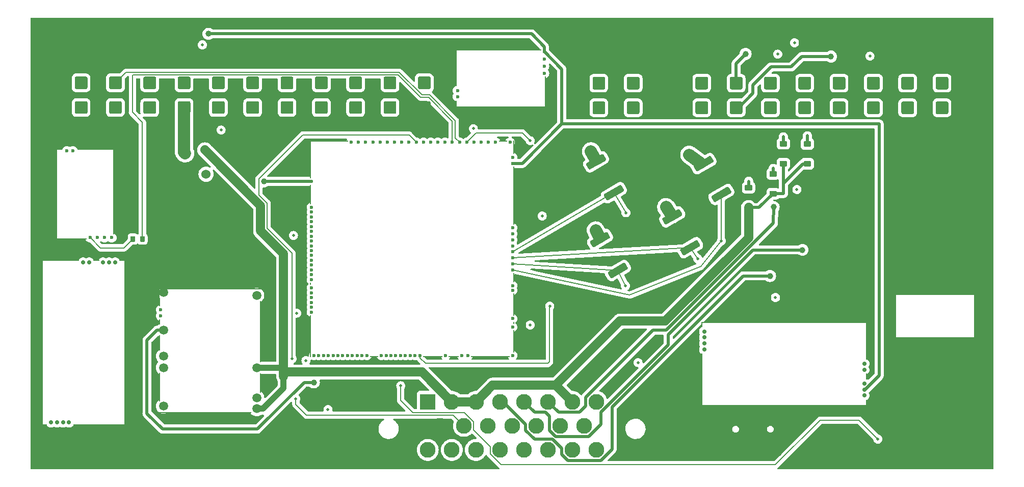
<source format=gbl>
G04 #@! TF.GenerationSoftware,KiCad,Pcbnew,7.0.10-7.0.10~ubuntu22.04.1*
G04 #@! TF.CreationDate,2024-01-05T17:25:49+00:00*
G04 #@! TF.ProjectId,uaeficopiedtovfr,75616566-6963-46f7-9069-6564746f7666,rev?*
G04 #@! TF.SameCoordinates,Original*
G04 #@! TF.FileFunction,Copper,L4,Bot*
G04 #@! TF.FilePolarity,Positive*
%FSLAX46Y46*%
G04 Gerber Fmt 4.6, Leading zero omitted, Abs format (unit mm)*
G04 Created by KiCad (PCBNEW 7.0.10-7.0.10~ubuntu22.04.1) date 2024-01-05 17:25:49*
%MOMM*%
%LPD*%
G01*
G04 APERTURE LIST*
G04 #@! TA.AperFunction,ComponentPad*
%ADD10C,5.600000*%
G04 #@! TD*
G04 #@! TA.AperFunction,ComponentPad*
%ADD11C,0.600000*%
G04 #@! TD*
G04 #@! TA.AperFunction,SMDPad,CuDef*
%ADD12R,6.185000X0.250000*%
G04 #@! TD*
G04 #@! TA.AperFunction,SMDPad,CuDef*
%ADD13R,1.115000X0.250000*%
G04 #@! TD*
G04 #@! TA.AperFunction,SMDPad,CuDef*
%ADD14R,0.250000X14.275000*%
G04 #@! TD*
G04 #@! TA.AperFunction,SMDPad,CuDef*
%ADD15R,0.250000X15.100000*%
G04 #@! TD*
G04 #@! TA.AperFunction,SMDPad,CuDef*
%ADD16R,5.175000X0.250000*%
G04 #@! TD*
G04 #@! TA.AperFunction,ComponentPad*
%ADD17C,0.700000*%
G04 #@! TD*
G04 #@! TA.AperFunction,SMDPad,CuDef*
%ADD18R,1.100000X0.250000*%
G04 #@! TD*
G04 #@! TA.AperFunction,SMDPad,CuDef*
%ADD19R,0.980000X0.250000*%
G04 #@! TD*
G04 #@! TA.AperFunction,SMDPad,CuDef*
%ADD20R,6.300000X0.250000*%
G04 #@! TD*
G04 #@! TA.AperFunction,SMDPad,CuDef*
%ADD21R,0.250000X27.600000*%
G04 #@! TD*
G04 #@! TA.AperFunction,SMDPad,CuDef*
%ADD22R,8.750000X0.250000*%
G04 #@! TD*
G04 #@! TA.AperFunction,SMDPad,CuDef*
%ADD23R,0.950000X0.250000*%
G04 #@! TD*
G04 #@! TA.AperFunction,ComponentPad*
%ADD24C,1.500000*%
G04 #@! TD*
G04 #@! TA.AperFunction,SMDPad,CuDef*
%ADD25O,0.200000X3.300000*%
G04 #@! TD*
G04 #@! TA.AperFunction,SMDPad,CuDef*
%ADD26O,0.200000X10.200000*%
G04 #@! TD*
G04 #@! TA.AperFunction,SMDPad,CuDef*
%ADD27O,0.200000X0.300000*%
G04 #@! TD*
G04 #@! TA.AperFunction,SMDPad,CuDef*
%ADD28O,17.000000X0.200000*%
G04 #@! TD*
G04 #@! TA.AperFunction,SMDPad,CuDef*
%ADD29O,15.400000X0.200000*%
G04 #@! TD*
G04 #@! TA.AperFunction,SMDPad,CuDef*
%ADD30O,0.200000X4.800000*%
G04 #@! TD*
G04 #@! TA.AperFunction,SMDPad,CuDef*
%ADD31O,0.200000X2.600000*%
G04 #@! TD*
G04 #@! TA.AperFunction,SMDPad,CuDef*
%ADD32O,0.200000X1.000000*%
G04 #@! TD*
G04 #@! TA.AperFunction,SMDPad,CuDef*
%ADD33O,0.200000X1.500000*%
G04 #@! TD*
G04 #@! TA.AperFunction,ComponentPad*
%ADD34R,2.625000X2.625000*%
G04 #@! TD*
G04 #@! TA.AperFunction,ComponentPad*
%ADD35C,2.625000*%
G04 #@! TD*
G04 #@! TA.AperFunction,SMDPad,CuDef*
%ADD36R,0.250000X6.185000*%
G04 #@! TD*
G04 #@! TA.AperFunction,SMDPad,CuDef*
%ADD37R,0.250000X1.115000*%
G04 #@! TD*
G04 #@! TA.AperFunction,SMDPad,CuDef*
%ADD38R,14.275000X0.250000*%
G04 #@! TD*
G04 #@! TA.AperFunction,SMDPad,CuDef*
%ADD39R,15.100000X0.250000*%
G04 #@! TD*
G04 #@! TA.AperFunction,SMDPad,CuDef*
%ADD40R,0.250000X5.175000*%
G04 #@! TD*
G04 #@! TA.AperFunction,ComponentPad*
%ADD41O,1.000000X2.100000*%
G04 #@! TD*
G04 #@! TA.AperFunction,ComponentPad*
%ADD42O,1.000000X1.600000*%
G04 #@! TD*
G04 #@! TA.AperFunction,ComponentPad*
%ADD43C,1.524000*%
G04 #@! TD*
G04 #@! TA.AperFunction,SMDPad,CuDef*
%ADD44R,0.200000X3.700000*%
G04 #@! TD*
G04 #@! TA.AperFunction,SMDPad,CuDef*
%ADD45R,0.200000X0.400000*%
G04 #@! TD*
G04 #@! TA.AperFunction,SMDPad,CuDef*
%ADD46R,0.200000X1.600000*%
G04 #@! TD*
G04 #@! TA.AperFunction,SMDPad,CuDef*
%ADD47R,0.200000X9.700000*%
G04 #@! TD*
G04 #@! TA.AperFunction,SMDPad,CuDef*
%ADD48R,0.200000X2.300000*%
G04 #@! TD*
G04 #@! TA.AperFunction,SMDPad,CuDef*
%ADD49R,1.400000X0.200000*%
G04 #@! TD*
G04 #@! TA.AperFunction,SMDPad,CuDef*
%ADD50R,6.400000X0.200000*%
G04 #@! TD*
G04 #@! TA.AperFunction,SMDPad,CuDef*
%ADD51R,1.700000X0.200000*%
G04 #@! TD*
G04 #@! TA.AperFunction,SMDPad,CuDef*
%ADD52R,3.300000X0.200000*%
G04 #@! TD*
G04 #@! TA.AperFunction,SMDPad,CuDef*
%ADD53R,0.200000X7.000000*%
G04 #@! TD*
G04 #@! TA.AperFunction,SMDPad,CuDef*
%ADD54R,0.200000X3.300000*%
G04 #@! TD*
G04 #@! TA.AperFunction,SMDPad,CuDef*
%ADD55R,0.200000X6.300000*%
G04 #@! TD*
G04 #@! TA.AperFunction,SMDPad,CuDef*
%ADD56R,0.250000X1.100000*%
G04 #@! TD*
G04 #@! TA.AperFunction,SMDPad,CuDef*
%ADD57R,0.250000X0.980000*%
G04 #@! TD*
G04 #@! TA.AperFunction,SMDPad,CuDef*
%ADD58R,0.250000X6.300000*%
G04 #@! TD*
G04 #@! TA.AperFunction,SMDPad,CuDef*
%ADD59R,27.600000X0.250000*%
G04 #@! TD*
G04 #@! TA.AperFunction,SMDPad,CuDef*
%ADD60R,0.250000X8.750000*%
G04 #@! TD*
G04 #@! TA.AperFunction,SMDPad,CuDef*
%ADD61R,0.250000X0.950000*%
G04 #@! TD*
G04 #@! TA.AperFunction,ViaPad*
%ADD62C,0.500000*%
G04 #@! TD*
G04 #@! TA.AperFunction,ViaPad*
%ADD63C,1.000000*%
G04 #@! TD*
G04 #@! TA.AperFunction,Conductor*
%ADD64C,0.200000*%
G04 #@! TD*
G04 #@! TA.AperFunction,Conductor*
%ADD65C,0.500000*%
G04 #@! TD*
G04 #@! TA.AperFunction,Conductor*
%ADD66C,1.500000*%
G04 #@! TD*
G04 #@! TA.AperFunction,Conductor*
%ADD67C,1.000000*%
G04 #@! TD*
G04 #@! TA.AperFunction,Conductor*
%ADD68C,2.000000*%
G04 #@! TD*
G04 APERTURE END LIST*
D10*
G04 #@! TO.P,H2,1,1*
G04 #@! TO.N,GND*
X29407000Y36783000D03*
G04 #@! TD*
D11*
G04 #@! TO.P,M3,E1,Thresh_IN*
G04 #@! TO.N,/VR1_THRESHOLD*
X11122000Y38552000D03*
G04 #@! TO.P,M3,E2,OUT_A*
G04 #@! TO.N,/VR1_A*
X9922000Y38552000D03*
G04 #@! TO.P,M3,E3,OUT*
G04 #@! TO.N,/VR1*
X12322000Y38552000D03*
G04 #@! TO.P,M3,E4,V5_IN*
G04 #@! TO.N,+5VA*
X13522000Y38552000D03*
D12*
G04 #@! TO.P,M3,G,GND*
G04 #@! TO.N,GND*
X10854500Y53202000D03*
D13*
X4804500Y53202000D03*
D14*
X13822000Y46189500D03*
D15*
X4372000Y45777000D03*
D16*
X6834500Y38352000D03*
D11*
G04 #@! TO.P,M3,W1,VR-*
G04 #@! TO.N,/CAM{slash}CRANK-*
X7062000Y52977000D03*
G04 #@! TO.P,M3,W2,VR+*
G04 #@! TO.N,/CAM+*
X6062000Y52977000D03*
G04 #@! TD*
D17*
G04 #@! TO.P,M7,E1,LSU_Un*
G04 #@! TO.N,/WBO2_Un*
X3416000Y7829000D03*
G04 #@! TO.P,M7,E2,LSU_Vm*
G04 #@! TO.N,/WBO2_Vm*
X6416000Y7829000D03*
G04 #@! TO.P,M7,E3,LSU_Ip*
G04 #@! TO.N,/WBO2_Ip*
X5416000Y7829000D03*
G04 #@! TO.P,M7,E4,LSU_Rtrim*
G04 #@! TO.N,/WBO2_Rtrim*
X4416000Y7829000D03*
D18*
G04 #@! TO.P,M7,G,GND*
G04 #@! TO.N,GND*
X15266000Y34804000D03*
D19*
X10926000Y34804000D03*
D20*
X4966000Y34804000D03*
D21*
X15691000Y21129000D03*
X1941000Y21129000D03*
D22*
X11441000Y7454000D03*
D23*
X2291000Y7454000D03*
D17*
G04 #@! TO.P,M7,W1,V5_IN*
G04 #@! TO.N,+5VA*
X13066000Y34420200D03*
G04 #@! TO.P,M7,W2,CAN_VIO*
G04 #@! TO.N,unconnected-(M7-CAN_VIO-PadW2)*
X12066000Y34420200D03*
G04 #@! TO.P,M7,W3,CANL*
G04 #@! TO.N,/CAN-*
X8770000Y34420200D03*
G04 #@! TO.P,M7,W4,CANH*
G04 #@! TO.N,/CAN+*
X9786000Y34420200D03*
G04 #@! TO.P,M7,W9,VDDA*
G04 #@! TO.N,unconnected-(M7-VDDA-PadW9)*
X14066000Y34420200D03*
G04 #@! TD*
D24*
G04 #@! TO.P,M1,E1,VBAT*
G04 #@! TO.N,/VBAT*
X22089005Y10557001D03*
G04 #@! TO.P,M1,E2,V12*
G04 #@! TO.N,unconnected-(M1-V12-PadE2)*
X22089005Y16956998D03*
G04 #@! TO.P,M1,E3,VIGN*
G04 #@! TO.N,/VIGN*
X22089005Y18857001D03*
G04 #@! TO.P,M1,E4,V5*
G04 #@! TO.N,+5V*
X22089005Y23157001D03*
D11*
G04 #@! TO.P,M1,E5,EN_5VP*
G04 #@! TO.N,/PWR_EN*
X21639006Y25556998D03*
G04 #@! TO.P,M1,E6,PG_5VP*
G04 #@! TO.N,Net-(M1-PG_5VP)*
X21639006Y26556999D03*
D25*
G04 #@! TO.P,M1,S1,GND*
G04 #@! TO.N,GND*
X38239001Y14407001D03*
D26*
X38239001Y22906999D03*
D27*
X38239001Y30007001D03*
D28*
X29839003Y30057001D03*
D29*
X29039002Y9457001D03*
D24*
X22089005Y29407001D03*
D27*
X21439004Y9507001D03*
D30*
X21439004Y13706999D03*
D31*
X21439004Y21057001D03*
D32*
X21439004Y24556998D03*
D33*
X21439004Y27856999D03*
D24*
G04 #@! TO.P,M1,V1,V12_PERM*
G04 #@! TO.N,+12V_RAW*
X37589002Y10106999D03*
G04 #@! TO.P,M1,V2,IN_VIGN*
G04 #@! TO.N,/IN_VIGN*
X37589002Y11956998D03*
G04 #@! TO.P,M1,V3,V12_RAW*
G04 #@! TO.N,+12V_RAW*
X37589002Y16907001D03*
G04 #@! TO.P,M1,V4,5VP*
G04 #@! TO.N,+5VP*
X37589002Y28956999D03*
G04 #@! TD*
D34*
G04 #@! TO.P,J4,1,1*
G04 #@! TO.N,/WBO2_Heater*
X66006000Y11273000D03*
D35*
G04 #@! TO.P,J4,2,2*
G04 #@! TO.N,+12V_RAW*
X70006000Y11273000D03*
G04 #@! TO.P,J4,3,3*
X74006000Y11273000D03*
G04 #@! TO.P,J4,4,4*
G04 #@! TO.N,/OUT_LS3*
X78006000Y11273000D03*
G04 #@! TO.P,J4,5,5*
G04 #@! TO.N,/INTAKEFLAP*
X82006000Y11273000D03*
G04 #@! TO.P,J4,6,6*
G04 #@! TO.N,/OUT_LS2*
X86006000Y11273000D03*
G04 #@! TO.P,J4,7,7*
G04 #@! TO.N,+12V_RAW*
X90006000Y11273000D03*
G04 #@! TO.P,J4,8,8*
G04 #@! TO.N,/CAN+*
X94006000Y11273000D03*
G04 #@! TO.P,J4,9,9*
G04 #@! TO.N,GND*
X68006000Y7273000D03*
G04 #@! TO.P,J4,10,10*
G04 #@! TO.N,/IN_BUTTON3*
X72006000Y7273000D03*
G04 #@! TO.P,J4,11,11*
G04 #@! TO.N,/IN_AUX2*
X76006000Y7273000D03*
G04 #@! TO.P,J4,12,12*
G04 #@! TO.N,/IN_FLEX*
X80006000Y7273000D03*
G04 #@! TO.P,J4,13,13*
G04 #@! TO.N,/IN_KNOCK_RAW*
X84006000Y7273000D03*
G04 #@! TO.P,J4,14,14*
G04 #@! TO.N,/CAN-*
X88006000Y7273000D03*
G04 #@! TO.P,J4,15,15*
G04 #@! TO.N,/WBO_Heater*
X92006000Y7273000D03*
G04 #@! TO.P,J4,16,16*
G04 #@! TO.N,/WBO2_Vm*
X66006000Y3273000D03*
G04 #@! TO.P,J4,17,17*
G04 #@! TO.N,/WBO2_Ip*
X70006000Y3273000D03*
G04 #@! TO.P,J4,18,18*
G04 #@! TO.N,/WBO2_Un*
X74006000Y3273000D03*
G04 #@! TO.P,J4,19,19*
G04 #@! TO.N,/WBO2_Rtrim*
X78006000Y3273000D03*
G04 #@! TO.P,J4,20,20*
G04 #@! TO.N,/WBO_Un*
X82006000Y3273000D03*
G04 #@! TO.P,J4,21,21*
G04 #@! TO.N,/WBO_Rtrim*
X86006000Y3273000D03*
G04 #@! TO.P,J4,22,22*
G04 #@! TO.N,/WBO_Ip*
X90006000Y3273000D03*
G04 #@! TO.P,J4,23,23*
G04 #@! TO.N,/WBO_Vm*
X94006000Y3273000D03*
G04 #@! TD*
G04 #@! TO.P,U1,A1,A1*
G04 #@! TO.N,unconnected-(U1-PadA1)*
G04 #@! TA.AperFunction,ComponentPad*
G36*
G01*
X150375000Y59331001D02*
X150375000Y60930999D01*
G75*
G02*
X150625001Y61181000I250001J0D01*
G01*
X152224999Y61181000D01*
G75*
G02*
X152475000Y60930999I0J-250001D01*
G01*
X152475000Y59331001D01*
G75*
G02*
X152224999Y59081000I-250001J0D01*
G01*
X150625001Y59081000D01*
G75*
G02*
X150375000Y59331001I0J250001D01*
G01*
G37*
G04 #@! TD.AperFunction*
G04 #@! TO.P,U1,A2,A2*
G04 #@! TO.N,unconnected-(U1-PadA2)*
G04 #@! TA.AperFunction,ComponentPad*
G36*
G01*
X144675000Y59331001D02*
X144675000Y60930999D01*
G75*
G02*
X144925001Y61181000I250001J0D01*
G01*
X146524999Y61181000D01*
G75*
G02*
X146775000Y60930999I0J-250001D01*
G01*
X146775000Y59331001D01*
G75*
G02*
X146524999Y59081000I-250001J0D01*
G01*
X144925001Y59081000D01*
G75*
G02*
X144675000Y59331001I0J250001D01*
G01*
G37*
G04 #@! TD.AperFunction*
G04 #@! TO.P,U1,A3,A3*
G04 #@! TO.N,/INJOUT3*
G04 #@! TA.AperFunction,ComponentPad*
G36*
G01*
X138975000Y59331001D02*
X138975000Y60930999D01*
G75*
G02*
X139225001Y61181000I250001J0D01*
G01*
X140824999Y61181000D01*
G75*
G02*
X141075000Y60930999I0J-250001D01*
G01*
X141075000Y59331001D01*
G75*
G02*
X140824999Y59081000I-250001J0D01*
G01*
X139225001Y59081000D01*
G75*
G02*
X138975000Y59331001I0J250001D01*
G01*
G37*
G04 #@! TD.AperFunction*
G04 #@! TO.P,U1,A4,A4*
G04 #@! TO.N,/INJOUT1*
G04 #@! TA.AperFunction,ComponentPad*
G36*
G01*
X133275000Y59331001D02*
X133275000Y60930999D01*
G75*
G02*
X133525001Y61181000I250001J0D01*
G01*
X135124999Y61181000D01*
G75*
G02*
X135375000Y60930999I0J-250001D01*
G01*
X135375000Y59331001D01*
G75*
G02*
X135124999Y59081000I-250001J0D01*
G01*
X133525001Y59081000D01*
G75*
G02*
X133275000Y59331001I0J250001D01*
G01*
G37*
G04 #@! TD.AperFunction*
G04 #@! TO.P,U1,A5,A5*
G04 #@! TO.N,/FUELPUMP_LS*
G04 #@! TA.AperFunction,ComponentPad*
G36*
G01*
X127575000Y59331001D02*
X127575000Y60930999D01*
G75*
G02*
X127825001Y61181000I250001J0D01*
G01*
X129424999Y61181000D01*
G75*
G02*
X129675000Y60930999I0J-250001D01*
G01*
X129675000Y59331001D01*
G75*
G02*
X129424999Y59081000I-250001J0D01*
G01*
X127825001Y59081000D01*
G75*
G02*
X127575000Y59331001I0J250001D01*
G01*
G37*
G04 #@! TD.AperFunction*
G04 #@! TO.P,U1,A6,A6*
G04 #@! TO.N,unconnected-(U1-PadA6)*
G04 #@! TA.AperFunction,ComponentPad*
G36*
G01*
X121875000Y59331001D02*
X121875000Y60930999D01*
G75*
G02*
X122125001Y61181000I250001J0D01*
G01*
X123724999Y61181000D01*
G75*
G02*
X123975000Y60930999I0J-250001D01*
G01*
X123975000Y59331001D01*
G75*
G02*
X123724999Y59081000I-250001J0D01*
G01*
X122125001Y59081000D01*
G75*
G02*
X121875000Y59331001I0J250001D01*
G01*
G37*
G04 #@! TD.AperFunction*
G04 #@! TO.P,U1,A7,A7*
G04 #@! TO.N,/FILIGHT*
G04 #@! TA.AperFunction,ComponentPad*
G36*
G01*
X116175000Y59331001D02*
X116175000Y60930999D01*
G75*
G02*
X116425001Y61181000I250001J0D01*
G01*
X118024999Y61181000D01*
G75*
G02*
X118275000Y60930999I0J-250001D01*
G01*
X118275000Y59331001D01*
G75*
G02*
X118024999Y59081000I-250001J0D01*
G01*
X116425001Y59081000D01*
G75*
G02*
X116175000Y59331001I0J250001D01*
G01*
G37*
G04 #@! TD.AperFunction*
G04 #@! TO.P,U1,A8,A8*
G04 #@! TO.N,/OUT_LS2*
G04 #@! TA.AperFunction,ComponentPad*
G36*
G01*
X110475000Y59331001D02*
X110475000Y60930999D01*
G75*
G02*
X110725001Y61181000I250001J0D01*
G01*
X112324999Y61181000D01*
G75*
G02*
X112575000Y60930999I0J-250001D01*
G01*
X112575000Y59331001D01*
G75*
G02*
X112324999Y59081000I-250001J0D01*
G01*
X110725001Y59081000D01*
G75*
G02*
X110475000Y59331001I0J250001D01*
G01*
G37*
G04 #@! TD.AperFunction*
G04 #@! TO.P,U1,A9,A9*
G04 #@! TO.N,GND*
G04 #@! TA.AperFunction,ComponentPad*
G36*
G01*
X104775000Y59331001D02*
X104775000Y60930999D01*
G75*
G02*
X105025001Y61181000I250001J0D01*
G01*
X106624999Y61181000D01*
G75*
G02*
X106875000Y60930999I0J-250001D01*
G01*
X106875000Y59331001D01*
G75*
G02*
X106624999Y59081000I-250001J0D01*
G01*
X105025001Y59081000D01*
G75*
G02*
X104775000Y59331001I0J250001D01*
G01*
G37*
G04 #@! TD.AperFunction*
G04 #@! TO.P,U1,A10,A10*
G04 #@! TO.N,/IGNOUT1*
G04 #@! TA.AperFunction,ComponentPad*
G36*
G01*
X99075000Y59331001D02*
X99075000Y60930999D01*
G75*
G02*
X99325001Y61181000I250001J0D01*
G01*
X100924999Y61181000D01*
G75*
G02*
X101175000Y60930999I0J-250001D01*
G01*
X101175000Y59331001D01*
G75*
G02*
X100924999Y59081000I-250001J0D01*
G01*
X99325001Y59081000D01*
G75*
G02*
X99075000Y59331001I0J250001D01*
G01*
G37*
G04 #@! TD.AperFunction*
G04 #@! TO.P,U1,A11,A11*
G04 #@! TO.N,/IGNOUT3*
G04 #@! TA.AperFunction,ComponentPad*
G36*
G01*
X93375000Y59331001D02*
X93375000Y60930999D01*
G75*
G02*
X93625001Y61181000I250001J0D01*
G01*
X95224999Y61181000D01*
G75*
G02*
X95475000Y60930999I0J-250001D01*
G01*
X95475000Y59331001D01*
G75*
G02*
X95224999Y59081000I-250001J0D01*
G01*
X93625001Y59081000D01*
G75*
G02*
X93375000Y59331001I0J250001D01*
G01*
G37*
G04 #@! TD.AperFunction*
G04 #@! TO.P,U1,A12,A12*
G04 #@! TO.N,unconnected-(U1-PadA12)*
G04 #@! TA.AperFunction,ComponentPad*
G36*
G01*
X150375000Y63431001D02*
X150375000Y65030999D01*
G75*
G02*
X150625001Y65281000I250001J0D01*
G01*
X152224999Y65281000D01*
G75*
G02*
X152475000Y65030999I0J-250001D01*
G01*
X152475000Y63431001D01*
G75*
G02*
X152224999Y63181000I-250001J0D01*
G01*
X150625001Y63181000D01*
G75*
G02*
X150375000Y63431001I0J250001D01*
G01*
G37*
G04 #@! TD.AperFunction*
G04 #@! TO.P,U1,A13,A13*
G04 #@! TO.N,unconnected-(U1-PadA13)*
G04 #@! TA.AperFunction,ComponentPad*
G36*
G01*
X144675000Y63431001D02*
X144675000Y65030999D01*
G75*
G02*
X144925001Y65281000I250001J0D01*
G01*
X146524999Y65281000D01*
G75*
G02*
X146775000Y65030999I0J-250001D01*
G01*
X146775000Y63431001D01*
G75*
G02*
X146524999Y63181000I-250001J0D01*
G01*
X144925001Y63181000D01*
G75*
G02*
X144675000Y63431001I0J250001D01*
G01*
G37*
G04 #@! TD.AperFunction*
G04 #@! TO.P,U1,A14,A14*
G04 #@! TO.N,/INJOUT4*
G04 #@! TA.AperFunction,ComponentPad*
G36*
G01*
X138975000Y63431001D02*
X138975000Y65030999D01*
G75*
G02*
X139225001Y65281000I250001J0D01*
G01*
X140824999Y65281000D01*
G75*
G02*
X141075000Y65030999I0J-250001D01*
G01*
X141075000Y63431001D01*
G75*
G02*
X140824999Y63181000I-250001J0D01*
G01*
X139225001Y63181000D01*
G75*
G02*
X138975000Y63431001I0J250001D01*
G01*
G37*
G04 #@! TD.AperFunction*
G04 #@! TO.P,U1,A15,A15*
G04 #@! TO.N,/INJOUT2*
G04 #@! TA.AperFunction,ComponentPad*
G36*
G01*
X133275000Y63431001D02*
X133275000Y65030999D01*
G75*
G02*
X133525001Y65281000I250001J0D01*
G01*
X135124999Y65281000D01*
G75*
G02*
X135375000Y65030999I0J-250001D01*
G01*
X135375000Y63431001D01*
G75*
G02*
X135124999Y63181000I-250001J0D01*
G01*
X133525001Y63181000D01*
G75*
G02*
X133275000Y63431001I0J250001D01*
G01*
G37*
G04 #@! TD.AperFunction*
G04 #@! TO.P,U1,A16,A16*
G04 #@! TO.N,/INTAKEFLAP*
G04 #@! TA.AperFunction,ComponentPad*
G36*
G01*
X127575000Y63431001D02*
X127575000Y65030999D01*
G75*
G02*
X127825001Y65281000I250001J0D01*
G01*
X129424999Y65281000D01*
G75*
G02*
X129675000Y65030999I0J-250001D01*
G01*
X129675000Y63431001D01*
G75*
G02*
X129424999Y63181000I-250001J0D01*
G01*
X127825001Y63181000D01*
G75*
G02*
X127575000Y63431001I0J250001D01*
G01*
G37*
G04 #@! TD.AperFunction*
G04 #@! TO.P,U1,A17,A17*
G04 #@! TO.N,unconnected-(U1-PadA17)*
G04 #@! TA.AperFunction,ComponentPad*
G36*
G01*
X121875000Y63431001D02*
X121875000Y65030999D01*
G75*
G02*
X122125001Y65281000I250001J0D01*
G01*
X123724999Y65281000D01*
G75*
G02*
X123975000Y65030999I0J-250001D01*
G01*
X123975000Y63431001D01*
G75*
G02*
X123724999Y63181000I-250001J0D01*
G01*
X122125001Y63181000D01*
G75*
G02*
X121875000Y63431001I0J250001D01*
G01*
G37*
G04 #@! TD.AperFunction*
G04 #@! TO.P,U1,A18,A18*
G04 #@! TO.N,/OUT_LS_WEAK2*
G04 #@! TA.AperFunction,ComponentPad*
G36*
G01*
X116175000Y63431001D02*
X116175000Y65030999D01*
G75*
G02*
X116425001Y65281000I250001J0D01*
G01*
X118024999Y65281000D01*
G75*
G02*
X118275000Y65030999I0J-250001D01*
G01*
X118275000Y63431001D01*
G75*
G02*
X118024999Y63181000I-250001J0D01*
G01*
X116425001Y63181000D01*
G75*
G02*
X116175000Y63431001I0J250001D01*
G01*
G37*
G04 #@! TD.AperFunction*
G04 #@! TO.P,U1,A19,A19*
G04 #@! TO.N,/OUT_LS3*
G04 #@! TA.AperFunction,ComponentPad*
G36*
G01*
X110475000Y63431001D02*
X110475000Y65030999D01*
G75*
G02*
X110725001Y65281000I250001J0D01*
G01*
X112324999Y65281000D01*
G75*
G02*
X112575000Y65030999I0J-250001D01*
G01*
X112575000Y63431001D01*
G75*
G02*
X112324999Y63181000I-250001J0D01*
G01*
X110725001Y63181000D01*
G75*
G02*
X110475000Y63431001I0J250001D01*
G01*
G37*
G04 #@! TD.AperFunction*
G04 #@! TO.P,U1,A20,A20*
G04 #@! TO.N,GND*
G04 #@! TA.AperFunction,ComponentPad*
G36*
G01*
X104775000Y63431001D02*
X104775000Y65030999D01*
G75*
G02*
X105025001Y65281000I250001J0D01*
G01*
X106624999Y65281000D01*
G75*
G02*
X106875000Y65030999I0J-250001D01*
G01*
X106875000Y63431001D01*
G75*
G02*
X106624999Y63181000I-250001J0D01*
G01*
X105025001Y63181000D01*
G75*
G02*
X104775000Y63431001I0J250001D01*
G01*
G37*
G04 #@! TD.AperFunction*
G04 #@! TO.P,U1,A21,A21*
G04 #@! TO.N,/IGNOUT2*
G04 #@! TA.AperFunction,ComponentPad*
G36*
G01*
X99075000Y63431001D02*
X99075000Y65030999D01*
G75*
G02*
X99325001Y65281000I250001J0D01*
G01*
X100924999Y65281000D01*
G75*
G02*
X101175000Y65030999I0J-250001D01*
G01*
X101175000Y63431001D01*
G75*
G02*
X100924999Y63181000I-250001J0D01*
G01*
X99325001Y63181000D01*
G75*
G02*
X99075000Y63431001I0J250001D01*
G01*
G37*
G04 #@! TD.AperFunction*
G04 #@! TO.P,U1,A22,A22*
G04 #@! TO.N,/IGNOUT4*
G04 #@! TA.AperFunction,ComponentPad*
G36*
G01*
X93375000Y63431001D02*
X93375000Y65030999D01*
G75*
G02*
X93625001Y65281000I250001J0D01*
G01*
X95224999Y65281000D01*
G75*
G02*
X95475000Y65030999I0J-250001D01*
G01*
X95475000Y63431001D01*
G75*
G02*
X95224999Y63181000I-250001J0D01*
G01*
X93625001Y63181000D01*
G75*
G02*
X93375000Y63431001I0J250001D01*
G01*
G37*
G04 #@! TD.AperFunction*
G04 #@! TO.P,U1,B1,B1*
G04 #@! TO.N,GND*
G04 #@! TA.AperFunction,ComponentPad*
G36*
G01*
X64375000Y59381001D02*
X64375000Y60980999D01*
G75*
G02*
X64625001Y61231000I250001J0D01*
G01*
X66224999Y61231000D01*
G75*
G02*
X66475000Y60980999I0J-250001D01*
G01*
X66475000Y59381001D01*
G75*
G02*
X66224999Y59131000I-250001J0D01*
G01*
X64625001Y59131000D01*
G75*
G02*
X64375000Y59381001I0J250001D01*
G01*
G37*
G04 #@! TD.AperFunction*
G04 #@! TO.P,U1,B2,B2*
G04 #@! TO.N,GNDA*
G04 #@! TA.AperFunction,ComponentPad*
G36*
G01*
X58675000Y59381001D02*
X58675000Y60980999D01*
G75*
G02*
X58925001Y61231000I250001J0D01*
G01*
X60524999Y61231000D01*
G75*
G02*
X60775000Y60980999I0J-250001D01*
G01*
X60775000Y59381001D01*
G75*
G02*
X60524999Y59131000I-250001J0D01*
G01*
X58925001Y59131000D01*
G75*
G02*
X58675000Y59381001I0J250001D01*
G01*
G37*
G04 #@! TD.AperFunction*
G04 #@! TO.P,U1,B3,B3*
G04 #@! TO.N,/IN_MAP*
G04 #@! TA.AperFunction,ComponentPad*
G36*
G01*
X52975000Y59381001D02*
X52975000Y60980999D01*
G75*
G02*
X53225001Y61231000I250001J0D01*
G01*
X54824999Y61231000D01*
G75*
G02*
X55075000Y60980999I0J-250001D01*
G01*
X55075000Y59381001D01*
G75*
G02*
X54824999Y59131000I-250001J0D01*
G01*
X53225001Y59131000D01*
G75*
G02*
X52975000Y59381001I0J250001D01*
G01*
G37*
G04 #@! TD.AperFunction*
G04 #@! TO.P,U1,B4,B4*
G04 #@! TO.N,/BARO*
G04 #@! TA.AperFunction,ComponentPad*
G36*
G01*
X47275000Y59381001D02*
X47275000Y60980999D01*
G75*
G02*
X47525001Y61231000I250001J0D01*
G01*
X49124999Y61231000D01*
G75*
G02*
X49375000Y60980999I0J-250001D01*
G01*
X49375000Y59381001D01*
G75*
G02*
X49124999Y59131000I-250001J0D01*
G01*
X47525001Y59131000D01*
G75*
G02*
X47275000Y59381001I0J250001D01*
G01*
G37*
G04 #@! TD.AperFunction*
G04 #@! TO.P,U1,B5,B5*
G04 #@! TO.N,/IAT_SENSOR*
G04 #@! TA.AperFunction,ComponentPad*
G36*
G01*
X41575000Y59381001D02*
X41575000Y60980999D01*
G75*
G02*
X41825001Y61231000I250001J0D01*
G01*
X43424999Y61231000D01*
G75*
G02*
X43675000Y60980999I0J-250001D01*
G01*
X43675000Y59381001D01*
G75*
G02*
X43424999Y59131000I-250001J0D01*
G01*
X41825001Y59131000D01*
G75*
G02*
X41575000Y59381001I0J250001D01*
G01*
G37*
G04 #@! TD.AperFunction*
G04 #@! TO.P,U1,B6,B6*
G04 #@! TO.N,unconnected-(U1-PadB6)*
G04 #@! TA.AperFunction,ComponentPad*
G36*
G01*
X35875000Y59381001D02*
X35875000Y60980999D01*
G75*
G02*
X36125001Y61231000I250001J0D01*
G01*
X37724999Y61231000D01*
G75*
G02*
X37975000Y60980999I0J-250001D01*
G01*
X37975000Y59381001D01*
G75*
G02*
X37724999Y59131000I-250001J0D01*
G01*
X36125001Y59131000D01*
G75*
G02*
X35875000Y59381001I0J250001D01*
G01*
G37*
G04 #@! TD.AperFunction*
G04 #@! TO.P,U1,B7,B7*
G04 #@! TO.N,+5VP*
G04 #@! TA.AperFunction,ComponentPad*
G36*
G01*
X30175000Y59381001D02*
X30175000Y60980999D01*
G75*
G02*
X30425001Y61231000I250001J0D01*
G01*
X32024999Y61231000D01*
G75*
G02*
X32275000Y60980999I0J-250001D01*
G01*
X32275000Y59381001D01*
G75*
G02*
X32024999Y59131000I-250001J0D01*
G01*
X30425001Y59131000D01*
G75*
G02*
X30175000Y59381001I0J250001D01*
G01*
G37*
G04 #@! TD.AperFunction*
G04 #@! TO.P,U1,B8,B8*
G04 #@! TO.N,+12V*
G04 #@! TA.AperFunction,ComponentPad*
G36*
G01*
X24475000Y59381001D02*
X24475000Y60980999D01*
G75*
G02*
X24725001Y61231000I250001J0D01*
G01*
X26324999Y61231000D01*
G75*
G02*
X26575000Y60980999I0J-250001D01*
G01*
X26575000Y59381001D01*
G75*
G02*
X26324999Y59131000I-250001J0D01*
G01*
X24725001Y59131000D01*
G75*
G02*
X24475000Y59381001I0J250001D01*
G01*
G37*
G04 #@! TD.AperFunction*
G04 #@! TO.P,U1,B9,B9*
G04 #@! TO.N,unconnected-(U1-PadB9)*
G04 #@! TA.AperFunction,ComponentPad*
G36*
G01*
X18775000Y59381001D02*
X18775000Y60980999D01*
G75*
G02*
X19025001Y61231000I250001J0D01*
G01*
X20624999Y61231000D01*
G75*
G02*
X20875000Y60980999I0J-250001D01*
G01*
X20875000Y59381001D01*
G75*
G02*
X20624999Y59131000I-250001J0D01*
G01*
X19025001Y59131000D01*
G75*
G02*
X18775000Y59381001I0J250001D01*
G01*
G37*
G04 #@! TD.AperFunction*
G04 #@! TO.P,U1,B10,B10*
G04 #@! TO.N,/IN_BUTTON1*
G04 #@! TA.AperFunction,ComponentPad*
G36*
G01*
X13075000Y59381001D02*
X13075000Y60980999D01*
G75*
G02*
X13325001Y61231000I250001J0D01*
G01*
X14924999Y61231000D01*
G75*
G02*
X15175000Y60980999I0J-250001D01*
G01*
X15175000Y59381001D01*
G75*
G02*
X14924999Y59131000I-250001J0D01*
G01*
X13325001Y59131000D01*
G75*
G02*
X13075000Y59381001I0J250001D01*
G01*
G37*
G04 #@! TD.AperFunction*
G04 #@! TO.P,U1,B11,B11*
G04 #@! TO.N,/CAM+*
G04 #@! TA.AperFunction,ComponentPad*
G36*
G01*
X7375000Y59381001D02*
X7375000Y60980999D01*
G75*
G02*
X7625001Y61231000I250001J0D01*
G01*
X9224999Y61231000D01*
G75*
G02*
X9475000Y60980999I0J-250001D01*
G01*
X9475000Y59381001D01*
G75*
G02*
X9224999Y59131000I-250001J0D01*
G01*
X7625001Y59131000D01*
G75*
G02*
X7375000Y59381001I0J250001D01*
G01*
G37*
G04 #@! TD.AperFunction*
G04 #@! TO.P,U1,B12,B12*
G04 #@! TO.N,/CAM{slash}CRANK-*
G04 #@! TA.AperFunction,ComponentPad*
G36*
G01*
X64375000Y63481001D02*
X64375000Y65080999D01*
G75*
G02*
X64625001Y65331000I250001J0D01*
G01*
X66224999Y65331000D01*
G75*
G02*
X66475000Y65080999I0J-250001D01*
G01*
X66475000Y63481001D01*
G75*
G02*
X66224999Y63231000I-250001J0D01*
G01*
X64625001Y63231000D01*
G75*
G02*
X64375000Y63481001I0J250001D01*
G01*
G37*
G04 #@! TD.AperFunction*
G04 #@! TO.P,U1,B13,B13*
G04 #@! TO.N,unconnected-(U1-PadB13)*
G04 #@! TA.AperFunction,ComponentPad*
G36*
G01*
X58675000Y63481001D02*
X58675000Y65080999D01*
G75*
G02*
X58925001Y65331000I250001J0D01*
G01*
X60524999Y65331000D01*
G75*
G02*
X60775000Y65080999I0J-250001D01*
G01*
X60775000Y63481001D01*
G75*
G02*
X60524999Y63231000I-250001J0D01*
G01*
X58925001Y63231000D01*
G75*
G02*
X58675000Y63481001I0J250001D01*
G01*
G37*
G04 #@! TD.AperFunction*
G04 #@! TO.P,U1,B14,B14*
G04 #@! TO.N,/IN_TPS1*
G04 #@! TA.AperFunction,ComponentPad*
G36*
G01*
X52975000Y63481001D02*
X52975000Y65080999D01*
G75*
G02*
X53225001Y65331000I250001J0D01*
G01*
X54824999Y65331000D01*
G75*
G02*
X55075000Y65080999I0J-250001D01*
G01*
X55075000Y63481001D01*
G75*
G02*
X54824999Y63231000I-250001J0D01*
G01*
X53225001Y63231000D01*
G75*
G02*
X52975000Y63481001I0J250001D01*
G01*
G37*
G04 #@! TD.AperFunction*
G04 #@! TO.P,U1,B15,B15*
G04 #@! TO.N,/CLT*
G04 #@! TA.AperFunction,ComponentPad*
G36*
G01*
X47275000Y63481001D02*
X47275000Y65080999D01*
G75*
G02*
X47525001Y65331000I250001J0D01*
G01*
X49124999Y65331000D01*
G75*
G02*
X49375000Y65080999I0J-250001D01*
G01*
X49375000Y63481001D01*
G75*
G02*
X49124999Y63231000I-250001J0D01*
G01*
X47525001Y63231000D01*
G75*
G02*
X47275000Y63481001I0J250001D01*
G01*
G37*
G04 #@! TD.AperFunction*
G04 #@! TO.P,U1,B16,B16*
G04 #@! TO.N,unconnected-(U1-PadB16)*
G04 #@! TA.AperFunction,ComponentPad*
G36*
G01*
X41575000Y63481001D02*
X41575000Y65080999D01*
G75*
G02*
X41825001Y65331000I250001J0D01*
G01*
X43424999Y65331000D01*
G75*
G02*
X43675000Y65080999I0J-250001D01*
G01*
X43675000Y63481001D01*
G75*
G02*
X43424999Y63231000I-250001J0D01*
G01*
X41825001Y63231000D01*
G75*
G02*
X41575000Y63481001I0J250001D01*
G01*
G37*
G04 #@! TD.AperFunction*
G04 #@! TO.P,U1,B17,B17*
G04 #@! TO.N,/IN_HALL1*
G04 #@! TA.AperFunction,ComponentPad*
G36*
G01*
X35875000Y63481001D02*
X35875000Y65080999D01*
G75*
G02*
X36125001Y65331000I250001J0D01*
G01*
X37724999Y65331000D01*
G75*
G02*
X37975000Y65080999I0J-250001D01*
G01*
X37975000Y63481001D01*
G75*
G02*
X37724999Y63231000I-250001J0D01*
G01*
X36125001Y63231000D01*
G75*
G02*
X35875000Y63481001I0J250001D01*
G01*
G37*
G04 #@! TD.AperFunction*
G04 #@! TO.P,U1,B18,B18*
G04 #@! TO.N,unconnected-(U1-PadB18)*
G04 #@! TA.AperFunction,ComponentPad*
G36*
G01*
X30175000Y63481001D02*
X30175000Y65080999D01*
G75*
G02*
X30425001Y65331000I250001J0D01*
G01*
X32024999Y65331000D01*
G75*
G02*
X32275000Y65080999I0J-250001D01*
G01*
X32275000Y63481001D01*
G75*
G02*
X32024999Y63231000I-250001J0D01*
G01*
X30425001Y63231000D01*
G75*
G02*
X30175000Y63481001I0J250001D01*
G01*
G37*
G04 #@! TD.AperFunction*
G04 #@! TO.P,U1,B19,B19*
G04 #@! TO.N,unconnected-(U1-PadB19)*
G04 #@! TA.AperFunction,ComponentPad*
G36*
G01*
X24475000Y63481001D02*
X24475000Y65080999D01*
G75*
G02*
X24725001Y65331000I250001J0D01*
G01*
X26324999Y65331000D01*
G75*
G02*
X26575000Y65080999I0J-250001D01*
G01*
X26575000Y63481001D01*
G75*
G02*
X26324999Y63231000I-250001J0D01*
G01*
X24725001Y63231000D01*
G75*
G02*
X24475000Y63481001I0J250001D01*
G01*
G37*
G04 #@! TD.AperFunction*
G04 #@! TO.P,U1,B20,B20*
G04 #@! TO.N,unconnected-(U1-PadB20)*
G04 #@! TA.AperFunction,ComponentPad*
G36*
G01*
X18775000Y63481001D02*
X18775000Y65080999D01*
G75*
G02*
X19025001Y65331000I250001J0D01*
G01*
X20624999Y65331000D01*
G75*
G02*
X20875000Y65080999I0J-250001D01*
G01*
X20875000Y63481001D01*
G75*
G02*
X20624999Y63231000I-250001J0D01*
G01*
X19025001Y63231000D01*
G75*
G02*
X18775000Y63481001I0J250001D01*
G01*
G37*
G04 #@! TD.AperFunction*
G04 #@! TO.P,U1,B21,B21*
G04 #@! TO.N,/IN_BUTTON2*
G04 #@! TA.AperFunction,ComponentPad*
G36*
G01*
X13075000Y63481001D02*
X13075000Y65080999D01*
G75*
G02*
X13325001Y65331000I250001J0D01*
G01*
X14924999Y65331000D01*
G75*
G02*
X15175000Y65080999I0J-250001D01*
G01*
X15175000Y63481001D01*
G75*
G02*
X14924999Y63231000I-250001J0D01*
G01*
X13325001Y63231000D01*
G75*
G02*
X13075000Y63481001I0J250001D01*
G01*
G37*
G04 #@! TD.AperFunction*
G04 #@! TO.P,U1,B22,B22*
G04 #@! TO.N,/CRANK+*
G04 #@! TA.AperFunction,ComponentPad*
G36*
G01*
X7375000Y63481001D02*
X7375000Y65080999D01*
G75*
G02*
X7625001Y65331000I250001J0D01*
G01*
X9224999Y65331000D01*
G75*
G02*
X9475000Y65080999I0J-250001D01*
G01*
X9475000Y63481001D01*
G75*
G02*
X9224999Y63231000I-250001J0D01*
G01*
X7625001Y63231000D01*
G75*
G02*
X7375000Y63481001I0J250001D01*
G01*
G37*
G04 #@! TD.AperFunction*
G04 #@! TD*
D11*
G04 #@! TO.P,M4,E1,NC*
G04 #@! TO.N,unconnected-(M4-NC-PadE1)*
X85383000Y67056000D03*
G04 #@! TO.P,M4,E2,NC*
G04 #@! TO.N,unconnected-(M4-NC-PadE2)*
X85383000Y65856000D03*
G04 #@! TO.P,M4,E3,OUT*
G04 #@! TO.N,/VR2*
X85383000Y68256000D03*
G04 #@! TO.P,M4,E4,V5_IN*
G04 #@! TO.N,+5VA*
X85383000Y69456000D03*
D36*
G04 #@! TO.P,M4,G,GND*
G04 #@! TO.N,GND*
X70733000Y66788500D03*
D37*
X70733000Y60738500D03*
D38*
X77745500Y69756000D03*
D39*
X78158000Y60306000D03*
D40*
X85583000Y62768500D03*
D11*
G04 #@! TO.P,M4,W1,VR-*
G04 #@! TO.N,/CAM{slash}CRANK-*
X70958000Y62996000D03*
G04 #@! TO.P,M4,W2,VR+*
G04 #@! TO.N,/CRANK+*
X70958000Y61996000D03*
G04 #@! TD*
D41*
G04 #@! TO.P,J9,S1,SHIELD*
G04 #@! TO.N,GND*
X115707000Y7214000D03*
D42*
X115707000Y3034000D03*
D41*
X124347000Y7214000D03*
D42*
X124347000Y3034000D03*
G04 #@! TD*
D10*
G04 #@! TO.P,H1,1,1*
G04 #@! TO.N,GND*
X132907000Y4733000D03*
G04 #@! TD*
D43*
G04 #@! TO.P,F2,1,1*
G04 #@! TO.N,+12V*
X25517588Y56584412D03*
G04 #@! TO.P,F2,2,2*
G04 #@! TO.N,+12V_RAW*
X28982412Y53119588D03*
G04 #@! TD*
D11*
G04 #@! TO.P,M6,E1,V5A_SWITCHABLE*
G04 #@! TO.N,+5VA*
X46687005Y47887005D03*
G04 #@! TO.P,M6,E2,GNDA*
G04 #@! TO.N,unconnected-(M6-GNDA-PadE2)*
X46686995Y43587005D03*
G04 #@! TO.P,M6,E3,I2C_SCL_(PB10)*
G04 #@! TO.N,unconnected-(M6-I2C_SCL_(PB10)-PadE3)*
X46686995Y42787015D03*
G04 #@! TO.P,M6,E4,I2C_SDA_(PB11)*
G04 #@! TO.N,unconnected-(M6-I2C_SDA_(PB11)-PadE4)*
X46686995Y41987005D03*
G04 #@! TO.P,M6,E5,IN_VIGN_(PA5)*
G04 #@! TO.N,/VIGN*
X46686995Y41187005D03*
G04 #@! TO.P,M6,E6,SPI2_CS_/_CAN2_RX_(PB12)*
G04 #@! TO.N,unconnected-(M6-SPI2_CS_{slash}_CAN2_RX_(PB12)-PadE6)*
X46686995Y40387005D03*
G04 #@! TO.P,M6,E7,SPI2_SCK_/_CAN2_TX_(PB13)*
G04 #@! TO.N,unconnected-(M6-SPI2_SCK_{slash}_CAN2_TX_(PB13)-PadE7)*
X46686995Y39587005D03*
G04 #@! TO.P,M6,E8,SPI2_MISO_(PB14)*
G04 #@! TO.N,/DC1_DIS*
X46686995Y38787005D03*
G04 #@! TO.P,M6,E9,SPI2_MOSI_(PB15)*
G04 #@! TO.N,/DC2_DIR*
X46686995Y37987005D03*
G04 #@! TO.P,M6,E10,OUT_INJ8_(PD12)*
G04 #@! TO.N,/LS2*
X46686995Y37187005D03*
G04 #@! TO.P,M6,E11,OUT_INJ7_(PD15)*
G04 #@! TO.N,/LS1*
X46686995Y36387005D03*
G04 #@! TO.P,M6,E12,OUT_INJ6_(PA8)*
G04 #@! TO.N,/INJ6*
X46686995Y35587005D03*
G04 #@! TO.P,M6,E13,OUT_INJ5_(PD2)*
G04 #@! TO.N,/INJ5*
X46686995Y34787005D03*
G04 #@! TO.P,M6,E14,OUT_INJ4_(PD10)*
G04 #@! TO.N,/INJ4*
X46686995Y33987005D03*
G04 #@! TO.P,M6,E15,OUT_INJ3_(PD11)*
G04 #@! TO.N,/INJ3*
X46686995Y33187005D03*
G04 #@! TO.P,M6,E16,OUT_INJ2_(PA9)*
G04 #@! TO.N,/INJ2*
X46687005Y32387015D03*
G04 #@! TO.P,M6,E17,OUT_INJ1_(PD3)*
G04 #@! TO.N,/INJ1*
X46686995Y31587005D03*
G04 #@! TO.P,M6,E18,OUT_PWM1_(PD13)*
G04 #@! TO.N,/LS3*
X46686995Y30187005D03*
G04 #@! TO.P,M6,E19,OUT_PWM2_(PC6)*
G04 #@! TO.N,/LS4*
X46686995Y29387015D03*
G04 #@! TO.P,M6,E20,OUT_PWM3_(PC7)*
G04 #@! TO.N,/DC1_PWM*
X46686995Y28587015D03*
G04 #@! TO.P,M6,E21,OUT_PWM4_(PC8)*
G04 #@! TO.N,/DC1_DIR*
X46686995Y27787015D03*
G04 #@! TO.P,M6,E22,OUT_PWM5_(PC9)*
G04 #@! TO.N,/DC2_PWM*
X46686995Y26987015D03*
G04 #@! TO.P,M6,E23,OUT_PWM6_(PD14)*
G04 #@! TO.N,/VR1_THRESHOLD*
X46686995Y26187005D03*
D44*
G04 #@! TO.P,M6,G,GND*
G04 #@! TO.N,GND*
X80287005Y21337015D03*
D45*
X80287005Y24387005D03*
D44*
X80287005Y27437015D03*
D46*
X80287005Y31887005D03*
D47*
X80287005Y45537005D03*
D48*
X80287005Y53537005D03*
D49*
X78486995Y54587015D03*
D50*
X76387005Y18787015D03*
D51*
X70337005Y18787015D03*
D52*
X66837005Y18787015D03*
D49*
X57087005Y18787015D03*
D50*
X49587005Y54587015D03*
D53*
X46486995Y22186995D03*
D45*
X46486995Y30887015D03*
D54*
X46486995Y45737015D03*
D55*
X46486995Y51537015D03*
D11*
G04 #@! TO.P,M6,N1,VBUS*
G04 #@! TO.N,/VBUS*
X47086995Y18987005D03*
G04 #@! TO.P,M6,N2,USBM_(PA11)*
G04 #@! TO.N,/USB-*
X47886995Y18987005D03*
G04 #@! TO.P,M6,N3,USBP_(PA12)*
G04 #@! TO.N,/USB+*
X48686995Y18987005D03*
G04 #@! TO.P,M6,N4,USBID_(PA10)*
G04 #@! TO.N,/DC2_DIS*
X49487005Y18987005D03*
G04 #@! TO.P,M6,N5,SWDIO_(PA13)*
G04 #@! TO.N,unconnected-(M6-SWDIO_(PA13)-PadN5)*
X50286995Y18987005D03*
G04 #@! TO.P,M6,N6,SWCLK_(PA14)*
G04 #@! TO.N,unconnected-(M6-SWCLK_(PA14)-PadN6)*
X51086995Y18987005D03*
G04 #@! TO.P,M6,N7,nReset*
G04 #@! TO.N,unconnected-(M6-nReset-PadN7)*
X51886995Y18987005D03*
G04 #@! TO.P,M6,N8,SWO_(PB3)*
G04 #@! TO.N,unconnected-(M6-SWO_(PB3)-PadN8)*
X52687005Y18987005D03*
G04 #@! TO.P,M6,N9,SPI3_CS_(PA15)*
G04 #@! TO.N,unconnected-(M6-SPI3_CS_(PA15)-PadN9)*
X53486995Y18987015D03*
G04 #@! TO.P,M6,N10,SPI3_SCK_(PC10)*
G04 #@! TO.N,unconnected-(M6-SPI3_SCK_(PC10)-PadN10)*
X54286995Y18987015D03*
G04 #@! TO.P,M6,N11,SPI3_MISO_(PC11)*
G04 #@! TO.N,unconnected-(M6-SPI3_MISO_(PC11)-PadN11)*
X55086995Y18987015D03*
G04 #@! TO.P,M6,N12,SPI3_MOSI_(PC12)*
G04 #@! TO.N,unconnected-(M6-SPI3_MOSI_(PC12)-PadN12)*
X55886995Y18987015D03*
G04 #@! TO.P,M6,N13,UART2_TX_(PD5)*
G04 #@! TO.N,Net-(M6-UART2_TX_(PD5))*
X58287005Y18987015D03*
G04 #@! TO.P,M6,N14,UART2_RX_(PD6)*
G04 #@! TO.N,Net-(M6-UART2_RX_(PD6))*
X59087005Y18987015D03*
G04 #@! TO.P,M6,N14a,LED_GREEN*
G04 #@! TO.N,Net-(M6-LED_GREEN)*
X59886995Y18987005D03*
G04 #@! TO.P,M6,N14b,LED_YELLOW*
G04 #@! TO.N,Net-(M6-LED_YELLOW)*
X60687005Y18987005D03*
G04 #@! TO.P,M6,N15,V33_SWITCHABLE*
G04 #@! TO.N,+3.3VA*
X61487005Y18987005D03*
G04 #@! TO.P,M6,N16,BOOT0*
G04 #@! TO.N,unconnected-(M6-BOOT0-PadN16)*
X62287005Y18987005D03*
G04 #@! TO.P,M6,N17,VBAT*
G04 #@! TO.N,/VBAT*
X63087005Y18987005D03*
G04 #@! TO.P,M6,N18,UART8_RX_(PE0)*
G04 #@! TO.N,/VR1*
X63887005Y18987015D03*
G04 #@! TO.P,M6,N19,UART8_TX_(PE1)*
G04 #@! TO.N,/VR2*
X64687005Y18987015D03*
G04 #@! TO.P,M6,N20,OUT_PWR_EN_(PE10)*
G04 #@! TO.N,/PWR_EN*
X68987005Y18987015D03*
G04 #@! TO.P,M6,N21,V33*
G04 #@! TO.N,+3.3V*
X71687005Y18987015D03*
G04 #@! TO.P,M6,N22,VCC*
G04 #@! TO.N,+5V*
X72686995Y18987015D03*
G04 #@! TO.P,M6,N23,V33*
G04 #@! TO.N,unconnected-(M6-V33-PadN23)*
X80087005Y18987015D03*
G04 #@! TO.P,M6,S1,IN_D4_(PE15)*
G04 #@! TO.N,/IN_BUTTON3*
X53286985Y54387015D03*
G04 #@! TO.P,M6,S2,IN_D3_(PE14)*
G04 #@! TO.N,/IN_HALL3*
X54486995Y54387015D03*
G04 #@! TO.P,M6,S3,IN_D2_(PE13)*
G04 #@! TO.N,/IN_HALL2*
X55686995Y54387015D03*
G04 #@! TO.P,M6,S4,IN_D1_(PE12)*
G04 #@! TO.N,/IN_HALL1*
X56886995Y54387015D03*
G04 #@! TO.P,M6,S5,VREF2*
G04 #@! TO.N,unconnected-(M6-VREF2-PadS5)*
X58086995Y54387015D03*
G04 #@! TO.P,M6,S6,IN_AUX4_(PA7)*
G04 #@! TO.N,/IN_VMAIN*
X59286995Y54387015D03*
G04 #@! TO.P,M6,S7,IN_AUX3_(PC5)*
G04 #@! TO.N,/BARO*
X60486995Y54387015D03*
G04 #@! TO.P,M6,S8,IN_AUX2_(PC4/PE9)*
G04 #@! TO.N,/IN_PPS2*
X61686995Y54387015D03*
G04 #@! TO.P,M6,S9,IN_AUX1_(PB0)*
G04 #@! TO.N,/IN_TPS2*
X62886995Y54387015D03*
G04 #@! TO.P,M6,S10,IN_O2S2_(PA1)*
G04 #@! TO.N,/IN_AUX2*
X64086995Y54387015D03*
G04 #@! TO.P,M6,S11,IN_O2S_/_CAN_WAKEUP_(PA0)*
G04 #@! TO.N,/IN_AUX1*
X65286995Y54387015D03*
G04 #@! TO.P,M6,S12,IN_MAP2_(PC1)*
G04 #@! TO.N,/INTERNAL_MAP*
X66486995Y54387015D03*
G04 #@! TO.P,M6,S13,IN_MAP1_(PC0)*
G04 #@! TO.N,/IN_MAP*
X67686995Y54387015D03*
G04 #@! TO.P,M6,S14,IN_CRANK_(PB1)*
G04 #@! TO.N,/IN_BUTTON1*
X68886995Y54387015D03*
G04 #@! TO.P,M6,S15,IN_KNOCK_(PA2)*
G04 #@! TO.N,/ADC3*
X70086995Y54387015D03*
G04 #@! TO.P,M6,S16,IN_CAM_(PA6)*
G04 #@! TO.N,/IN_BUTTON2*
X71286995Y54387015D03*
G04 #@! TO.P,M6,S17,IN_VSS_(PE11)*
G04 #@! TO.N,/IN_FLEX*
X72486995Y54387015D03*
G04 #@! TO.P,M6,S18,IN_TPS_(PA4)*
G04 #@! TO.N,/IN_TPS1*
X73687005Y54387015D03*
G04 #@! TO.P,M6,S19,IN_PPS_(PA3)*
G04 #@! TO.N,/IN_PPS1*
X74887005Y54387015D03*
G04 #@! TO.P,M6,S20,IN_IAT_(PC3)*
G04 #@! TO.N,/IAT_SENSOR*
X76087005Y54387015D03*
G04 #@! TO.P,M6,S21,IN_CLT_(PC2)*
G04 #@! TO.N,/CLT*
X77287005Y54387015D03*
G04 #@! TO.P,M6,S22,VREF1*
G04 #@! TO.N,/VREF1*
X79687005Y54387015D03*
G04 #@! TO.P,M6,W1,GNDA*
G04 #@! TO.N,GNDA*
X80087005Y51887005D03*
G04 #@! TO.P,M6,W2,V5A_SWITCHABLE*
G04 #@! TO.N,+5VA*
X80087005Y50887005D03*
G04 #@! TO.P,M6,W3,IGN8_(PE6)*
G04 #@! TO.N,/LS_WEAK2*
X80087005Y40187015D03*
G04 #@! TO.P,M6,W4,IGN7_(PB9)*
G04 #@! TO.N,/LS_WEAK1*
X80087005Y39187005D03*
G04 #@! TO.P,M6,W5,IGN6_(PB8)*
G04 #@! TO.N,unconnected-(M6-IGN6_(PB8)-PadW5)*
X80087005Y38187015D03*
G04 #@! TO.P,M6,W6,IGN5_(PE2)*
G04 #@! TO.N,unconnected-(M6-IGN5_(PE2)-PadW6)*
X80087005Y37187015D03*
G04 #@! TO.P,M6,W7,IGN4_(PE3)*
G04 #@! TO.N,/IGN4*
X80087005Y36187015D03*
G04 #@! TO.P,M6,W8,IGN3_(PE4)*
G04 #@! TO.N,/IGN3*
X80087005Y35187015D03*
G04 #@! TO.P,M6,W9,IGN2_(PE5)*
G04 #@! TO.N,/IGN2*
X80087005Y34187015D03*
G04 #@! TO.P,M6,W10,IGN1_(PC13)*
G04 #@! TO.N,/IGN1*
X80087005Y33187015D03*
G04 #@! TO.P,M6,W11,CANH*
G04 #@! TO.N,/CAN+*
X80087005Y30587015D03*
G04 #@! TO.P,M6,W12,CANL*
G04 #@! TO.N,/CAN-*
X80087005Y29787015D03*
G04 #@! TO.P,M6,W13,V33_REF*
G04 #@! TO.N,unconnected-(M6-V33_REF-PadW13)*
X80087005Y25087005D03*
G04 #@! TO.P,M6,W14,V5A_SWITCHABLE*
G04 #@! TO.N,unconnected-(M6-V5A_SWITCHABLE-PadW14)*
X80087005Y23687015D03*
G04 #@! TD*
D43*
G04 #@! TO.P,F1,1,1*
G04 #@! TO.N,+12V*
X25723588Y52557412D03*
G04 #@! TO.P,F1,2,2*
G04 #@! TO.N,/IN_VIGN*
X29188412Y49092588D03*
G04 #@! TD*
D17*
G04 #@! TO.P,M5,E1,LSU_Un*
G04 #@! TO.N,/WBO_Un*
X111930000Y22962000D03*
G04 #@! TO.P,M5,E2,LSU_Vm*
G04 #@! TO.N,/WBO_Vm*
X111930000Y19962000D03*
G04 #@! TO.P,M5,E3,LSU_Ip*
G04 #@! TO.N,/WBO_Ip*
X111930000Y20962000D03*
G04 #@! TO.P,M5,E4,LSU_Rtrim*
G04 #@! TO.N,/WBO_Rtrim*
X111930000Y21962000D03*
D56*
G04 #@! TO.P,M5,G,GND*
G04 #@! TO.N,GND*
X138905000Y11112000D03*
D57*
X138905000Y15452000D03*
D58*
X138905000Y21412000D03*
D59*
X125230000Y10687000D03*
X125230000Y24437000D03*
D60*
X111555000Y14937000D03*
D61*
X111555000Y24087000D03*
D17*
G04 #@! TO.P,M5,W1,V5_IN*
G04 #@! TO.N,+5VA*
X138521200Y13312000D03*
G04 #@! TO.P,M5,W2,CAN_VIO*
G04 #@! TO.N,unconnected-(M5-CAN_VIO-PadW2)*
X138521200Y14312000D03*
G04 #@! TO.P,M5,W3,CANL*
G04 #@! TO.N,/CAN-*
X138521200Y17608000D03*
G04 #@! TO.P,M5,W4,CANH*
G04 #@! TO.N,/CAN+*
X138521200Y16592000D03*
G04 #@! TO.P,M5,W9,VDDA*
G04 #@! TO.N,unconnected-(M5-VDDA-PadW9)*
X138521200Y12312000D03*
G04 #@! TD*
G04 #@! TO.P,D2,1,K*
G04 #@! TO.N,+12V_RAW*
G04 #@! TA.AperFunction,SMDPad,CuDef*
G36*
G01*
X129564000Y50373000D02*
X128544000Y50373000D01*
G75*
G02*
X128454000Y50463000I0J90000D01*
G01*
X128454000Y51183000D01*
G75*
G02*
X128544000Y51273000I90000J0D01*
G01*
X129564000Y51273000D01*
G75*
G02*
X129654000Y51183000I0J-90000D01*
G01*
X129654000Y50463000D01*
G75*
G02*
X129564000Y50373000I-90000J0D01*
G01*
G37*
G04 #@! TD.AperFunction*
G04 #@! TO.P,D2,2,A*
G04 #@! TO.N,/FUELPUMP_LS*
G04 #@! TA.AperFunction,SMDPad,CuDef*
G36*
G01*
X129564000Y53673000D02*
X128544000Y53673000D01*
G75*
G02*
X128454000Y53763000I0J90000D01*
G01*
X128454000Y54483000D01*
G75*
G02*
X128544000Y54573000I90000J0D01*
G01*
X129564000Y54573000D01*
G75*
G02*
X129654000Y54483000I0J-90000D01*
G01*
X129654000Y53763000D01*
G75*
G02*
X129564000Y53673000I-90000J0D01*
G01*
G37*
G04 #@! TD.AperFunction*
G04 #@! TD*
G04 #@! TO.P,D5,1,K*
G04 #@! TO.N,+12V_RAW*
G04 #@! TA.AperFunction,SMDPad,CuDef*
G36*
G01*
X125572000Y50400000D02*
X124552000Y50400000D01*
G75*
G02*
X124462000Y50490000I0J90000D01*
G01*
X124462000Y51210000D01*
G75*
G02*
X124552000Y51300000I90000J0D01*
G01*
X125572000Y51300000D01*
G75*
G02*
X125662000Y51210000I0J-90000D01*
G01*
X125662000Y50490000D01*
G75*
G02*
X125572000Y50400000I-90000J0D01*
G01*
G37*
G04 #@! TD.AperFunction*
G04 #@! TO.P,D5,2,A*
G04 #@! TO.N,/INTAKEFLAP*
G04 #@! TA.AperFunction,SMDPad,CuDef*
G36*
G01*
X125572000Y53700000D02*
X124552000Y53700000D01*
G75*
G02*
X124462000Y53790000I0J90000D01*
G01*
X124462000Y54510000D01*
G75*
G02*
X124552000Y54600000I90000J0D01*
G01*
X125572000Y54600000D01*
G75*
G02*
X125662000Y54510000I0J-90000D01*
G01*
X125662000Y53790000D01*
G75*
G02*
X125572000Y53700000I-90000J0D01*
G01*
G37*
G04 #@! TD.AperFunction*
G04 #@! TD*
G04 #@! TO.P,D3,1,K*
G04 #@! TO.N,+12V_RAW*
G04 #@! TA.AperFunction,SMDPad,CuDef*
G36*
G01*
X119794000Y43095000D02*
X118774000Y43095000D01*
G75*
G02*
X118684000Y43185000I0J90000D01*
G01*
X118684000Y43905000D01*
G75*
G02*
X118774000Y43995000I90000J0D01*
G01*
X119794000Y43995000D01*
G75*
G02*
X119884000Y43905000I0J-90000D01*
G01*
X119884000Y43185000D01*
G75*
G02*
X119794000Y43095000I-90000J0D01*
G01*
G37*
G04 #@! TD.AperFunction*
G04 #@! TO.P,D3,2,A*
G04 #@! TO.N,/OUT_LS2*
G04 #@! TA.AperFunction,SMDPad,CuDef*
G36*
G01*
X119794000Y46395000D02*
X118774000Y46395000D01*
G75*
G02*
X118684000Y46485000I0J90000D01*
G01*
X118684000Y47205000D01*
G75*
G02*
X118774000Y47295000I90000J0D01*
G01*
X119794000Y47295000D01*
G75*
G02*
X119884000Y47205000I0J-90000D01*
G01*
X119884000Y46485000D01*
G75*
G02*
X119794000Y46395000I-90000J0D01*
G01*
G37*
G04 #@! TD.AperFunction*
G04 #@! TD*
G04 #@! TO.P,R12,1*
G04 #@! TO.N,/IGN1*
G04 #@! TA.AperFunction,SMDPad,CuDef*
G36*
G01*
X116315586Y45900460D02*
X113847414Y44475460D01*
G75*
G02*
X113505908Y44566966I-125000J216506D01*
G01*
X113143408Y45194834D01*
G75*
G02*
X113234914Y45536340I216506J125000D01*
G01*
X115703086Y46961340D01*
G75*
G02*
X116044592Y46869834I125000J-216506D01*
G01*
X116407092Y46241966D01*
G75*
G02*
X116315586Y45900460I-216506J-125000D01*
G01*
G37*
G04 #@! TD.AperFunction*
G04 #@! TO.P,R12,2*
G04 #@! TO.N,/IGNOUT1*
G04 #@! TA.AperFunction,SMDPad,CuDef*
G36*
G01*
X113353086Y51031660D02*
X110884914Y49606660D01*
G75*
G02*
X110543408Y49698166I-125000J216506D01*
G01*
X110180908Y50326034D01*
G75*
G02*
X110272414Y50667540I216506J125000D01*
G01*
X112740586Y52092540D01*
G75*
G02*
X113082092Y52001034I125000J-216506D01*
G01*
X113444592Y51373166D01*
G75*
G02*
X113353086Y51031660I-216506J-125000D01*
G01*
G37*
G04 #@! TD.AperFunction*
G04 #@! TD*
G04 #@! TO.P,D4,1,K*
G04 #@! TO.N,+12V_RAW*
G04 #@! TA.AperFunction,SMDPad,CuDef*
G36*
G01*
X123868000Y45394000D02*
X122848000Y45394000D01*
G75*
G02*
X122758000Y45484000I0J90000D01*
G01*
X122758000Y46204000D01*
G75*
G02*
X122848000Y46294000I90000J0D01*
G01*
X123868000Y46294000D01*
G75*
G02*
X123958000Y46204000I0J-90000D01*
G01*
X123958000Y45484000D01*
G75*
G02*
X123868000Y45394000I-90000J0D01*
G01*
G37*
G04 #@! TD.AperFunction*
G04 #@! TO.P,D4,2,A*
G04 #@! TO.N,/OUT_LS3*
G04 #@! TA.AperFunction,SMDPad,CuDef*
G36*
G01*
X123868000Y48694000D02*
X122848000Y48694000D01*
G75*
G02*
X122758000Y48784000I0J90000D01*
G01*
X122758000Y49504000D01*
G75*
G02*
X122848000Y49594000I90000J0D01*
G01*
X123868000Y49594000D01*
G75*
G02*
X123958000Y49504000I0J-90000D01*
G01*
X123958000Y48784000D01*
G75*
G02*
X123868000Y48694000I-90000J0D01*
G01*
G37*
G04 #@! TD.AperFunction*
G04 #@! TD*
G04 #@! TO.P,R5,1*
G04 #@! TO.N,/VR1_A*
G04 #@! TA.AperFunction,SMDPad,CuDef*
G36*
G01*
X16662000Y37938000D02*
X16662000Y38718000D01*
G75*
G02*
X16732000Y38788000I70000J0D01*
G01*
X17292000Y38788000D01*
G75*
G02*
X17362000Y38718000I0J-70000D01*
G01*
X17362000Y37938000D01*
G75*
G02*
X17292000Y37868000I-70000J0D01*
G01*
X16732000Y37868000D01*
G75*
G02*
X16662000Y37938000I0J70000D01*
G01*
G37*
G04 #@! TD.AperFunction*
G04 #@! TO.P,R5,2*
G04 #@! TO.N,/ADC3*
G04 #@! TA.AperFunction,SMDPad,CuDef*
G36*
G01*
X18262000Y37938000D02*
X18262000Y38718000D01*
G75*
G02*
X18332000Y38788000I70000J0D01*
G01*
X18892000Y38788000D01*
G75*
G02*
X18962000Y38718000I0J-70000D01*
G01*
X18962000Y37938000D01*
G75*
G02*
X18892000Y37868000I-70000J0D01*
G01*
X18332000Y37868000D01*
G75*
G02*
X18262000Y37938000I0J70000D01*
G01*
G37*
G04 #@! TD.AperFunction*
G04 #@! TD*
G04 #@! TO.P,R18,1*
G04 #@! TO.N,/IGN4*
G04 #@! TA.AperFunction,SMDPad,CuDef*
G36*
G01*
X98465586Y46196460D02*
X95997414Y44771460D01*
G75*
G02*
X95655908Y44862966I-125000J216506D01*
G01*
X95293408Y45490834D01*
G75*
G02*
X95384914Y45832340I216506J125000D01*
G01*
X97853086Y47257340D01*
G75*
G02*
X98194592Y47165834I125000J-216506D01*
G01*
X98557092Y46537966D01*
G75*
G02*
X98465586Y46196460I-216506J-125000D01*
G01*
G37*
G04 #@! TD.AperFunction*
G04 #@! TO.P,R18,2*
G04 #@! TO.N,/IGNOUT4*
G04 #@! TA.AperFunction,SMDPad,CuDef*
G36*
G01*
X95503086Y51327660D02*
X93034914Y49902660D01*
G75*
G02*
X92693408Y49994166I-125000J216506D01*
G01*
X92330908Y50622034D01*
G75*
G02*
X92422414Y50963540I216506J125000D01*
G01*
X94890586Y52388540D01*
G75*
G02*
X95232092Y52297034I125000J-216506D01*
G01*
X95594592Y51669166D01*
G75*
G02*
X95503086Y51327660I-216506J-125000D01*
G01*
G37*
G04 #@! TD.AperFunction*
G04 #@! TD*
G04 #@! TO.P,R13,1*
G04 #@! TO.N,/IGN2*
G04 #@! TA.AperFunction,SMDPad,CuDef*
G36*
G01*
X99118586Y33268460D02*
X96650414Y31843460D01*
G75*
G02*
X96308908Y31934966I-125000J216506D01*
G01*
X95946408Y32562834D01*
G75*
G02*
X96037914Y32904340I216506J125000D01*
G01*
X98506086Y34329340D01*
G75*
G02*
X98847592Y34237834I125000J-216506D01*
G01*
X99210092Y33609966D01*
G75*
G02*
X99118586Y33268460I-216506J-125000D01*
G01*
G37*
G04 #@! TD.AperFunction*
G04 #@! TO.P,R13,2*
G04 #@! TO.N,/IGNOUT2*
G04 #@! TA.AperFunction,SMDPad,CuDef*
G36*
G01*
X96156086Y38399660D02*
X93687914Y36974660D01*
G75*
G02*
X93346408Y37066166I-125000J216506D01*
G01*
X92983908Y37694034D01*
G75*
G02*
X93075414Y38035540I216506J125000D01*
G01*
X95543586Y39460540D01*
G75*
G02*
X95885092Y39369034I125000J-216506D01*
G01*
X96247592Y38741166D01*
G75*
G02*
X96156086Y38399660I-216506J-125000D01*
G01*
G37*
G04 #@! TD.AperFunction*
G04 #@! TD*
G04 #@! TO.P,R14,1*
G04 #@! TO.N,/IGN3*
G04 #@! TA.AperFunction,SMDPad,CuDef*
G36*
G01*
X111119586Y37056460D02*
X108651414Y35631460D01*
G75*
G02*
X108309908Y35722966I-125000J216506D01*
G01*
X107947408Y36350834D01*
G75*
G02*
X108038914Y36692340I216506J125000D01*
G01*
X110507086Y38117340D01*
G75*
G02*
X110848592Y38025834I125000J-216506D01*
G01*
X111211092Y37397966D01*
G75*
G02*
X111119586Y37056460I-216506J-125000D01*
G01*
G37*
G04 #@! TD.AperFunction*
G04 #@! TO.P,R14,2*
G04 #@! TO.N,/IGNOUT3*
G04 #@! TA.AperFunction,SMDPad,CuDef*
G36*
G01*
X108157086Y42187660D02*
X105688914Y40762660D01*
G75*
G02*
X105347408Y40854166I-125000J216506D01*
G01*
X104984908Y41482034D01*
G75*
G02*
X105076414Y41823540I216506J125000D01*
G01*
X107544586Y43248540D01*
G75*
G02*
X107886092Y43157034I125000J-216506D01*
G01*
X108248592Y42529166D01*
G75*
G02*
X108157086Y42187660I-216506J-125000D01*
G01*
G37*
G04 #@! TD.AperFunction*
G04 #@! TD*
D62*
G04 #@! TO.N,*
X126909000Y70940000D03*
D63*
G04 #@! TO.N,GND*
X44808000Y29367000D03*
X131961000Y43278000D03*
X97343000Y20329000D03*
X122364000Y34598000D03*
X89875000Y32227000D03*
X142899000Y40001000D03*
X39669000Y20897000D03*
X105252000Y33690000D03*
X53239000Y11090000D03*
X72275000Y15184000D03*
X147519000Y32855000D03*
X137507000Y55675000D03*
X98164000Y15090000D03*
X116628000Y54114000D03*
X43238000Y49718000D03*
D62*
G04 #@! TO.N,/IGN1*
X114775250Y38027000D03*
G04 #@! TO.N,/IGN2*
X98834000Y30534000D03*
G04 #@! TO.N,/IGN3*
X110867000Y35011000D03*
G04 #@! TO.N,/IGN4*
X98923000Y42692000D03*
G04 #@! TO.N,/CAM{slash}CRANK-*
X28567000Y70583000D03*
G04 #@! TO.N,GNDA*
X73568000Y56669000D03*
G04 #@! TO.N,/INTAKEFLAP*
X125067000Y55315000D03*
D63*
X128246000Y36516000D03*
G04 #@! TO.N,/FILIGHT*
X132990000Y68649000D03*
D62*
G04 #@! TO.N,/FUELPUMP_LS*
X129065000Y55497000D03*
G04 #@! TO.N,+3.3VA*
X140779000Y5069000D03*
X61516000Y13919000D03*
D63*
G04 #@! TO.N,+5VA*
X38779000Y47886000D03*
X29577000Y72420000D03*
G04 #@! TO.N,/OUT_LS2*
X123460000Y43637000D03*
D62*
X119319000Y47945000D03*
D63*
G04 #@! TO.N,/OUT_LS3*
X122863000Y32186000D03*
D62*
X123382000Y50075000D03*
D63*
G04 #@! TO.N,/OUT_LS_WEAK2*
X118802000Y69081000D03*
G04 #@! TO.N,+5V*
X47091000Y14497000D03*
D62*
G04 #@! TO.N,/PWR_EN*
X45779500Y18114500D03*
G04 #@! TO.N,/VR1_THRESHOLD*
X44229000Y25992000D03*
G04 #@! TO.N,/LS1*
X127326000Y46543000D03*
G04 #@! TO.N,/LS3*
X123768000Y28598000D03*
G04 #@! TO.N,/LS4*
X100917000Y17793000D03*
G04 #@! TO.N,/VR2*
X86265000Y27197000D03*
G04 #@! TO.N,/IN_BUTTON3*
X43694000Y38908000D03*
X44095000Y11772909D03*
G04 #@! TO.N,/IN_VMAIN*
X31668000Y56438000D03*
G04 #@! TO.N,/IN_AUX2*
X49431000Y10006000D03*
X43490000Y18403000D03*
G04 #@! TO.N,/IN_FLEX*
X83037000Y54650000D03*
X83040000Y24043000D03*
G04 #@! TO.N,/LS_WEAK2*
X124137000Y69045000D03*
G04 #@! TO.N,/LS_WEAK1*
X85000000Y42142000D03*
X139443000Y68713000D03*
D63*
G04 #@! TO.N,/IGNOUT1*
X109460000Y52333000D03*
G04 #@! TO.N,/IGNOUT2*
X93889000Y39700000D03*
G04 #@! TO.N,/IGNOUT3*
X105608000Y43644000D03*
G04 #@! TO.N,/IGNOUT4*
X93104000Y52888000D03*
G04 #@! TD*
D64*
G04 #@! TO.N,/IGN1*
X99542000Y29009000D02*
X80087005Y33187015D01*
X114775250Y45718400D02*
X114775250Y38027000D01*
X114775250Y38027000D02*
X111342000Y33760000D01*
X111342000Y33760000D02*
X99542000Y29009000D01*
G04 #@! TO.N,/IGN2*
X97578250Y33086400D02*
X98834000Y30534000D01*
X97578250Y33086400D02*
X80087005Y34187015D01*
G04 #@! TO.N,/IGN3*
X109579250Y36874400D02*
X80087005Y35187015D01*
X110867000Y35011000D02*
X109579250Y36874400D01*
G04 #@! TO.N,/IGN4*
X98952000Y42701000D02*
X96941000Y45967000D01*
X80087005Y36187015D02*
X96925250Y46014400D01*
D65*
G04 #@! TO.N,/INTAKEFLAP*
X94736052Y9510500D02*
X105931956Y20706404D01*
X94736052Y7510500D02*
X94736052Y9510500D01*
X86243500Y8841500D02*
X86243500Y6542948D01*
X105931956Y22454950D02*
X119993006Y36516000D01*
X125062000Y54150000D02*
X125062000Y55310000D01*
X105931956Y20706404D02*
X105931956Y22454950D01*
X119993006Y36516000D02*
X128246000Y36516000D01*
X82006000Y11273000D02*
X83768500Y9510500D01*
X125062000Y55310000D02*
X125067000Y55315000D01*
X85574500Y9510500D02*
X86243500Y8841500D01*
X87275948Y5510500D02*
X92736052Y5510500D01*
X86243500Y6542948D02*
X87275948Y5510500D01*
X83768500Y9510500D02*
X85574500Y9510500D01*
X92736052Y5510500D02*
X94736052Y7510500D01*
G04 #@! TO.N,/FILIGHT*
X123022051Y66918000D02*
X121835051Y65731000D01*
X121425000Y65327878D02*
X121425000Y65320949D01*
X128113000Y68649000D02*
X126382000Y66918000D01*
X121425000Y65320949D02*
X120006000Y63901949D01*
X126382000Y66918000D02*
X123022051Y66918000D01*
X121835051Y65731000D02*
X121828122Y65731000D01*
X120006000Y62543000D02*
X117594000Y60131000D01*
X132990000Y68649000D02*
X128113000Y68649000D01*
X117594000Y60131000D02*
X117225000Y60131000D01*
X120006000Y63901949D02*
X120006000Y62543000D01*
X121828122Y65731000D02*
X121425000Y65327878D01*
G04 #@! TO.N,/FUELPUMP_LS*
X129054000Y54123000D02*
X129054000Y55486000D01*
X129054000Y55486000D02*
X129065000Y55497000D01*
D64*
G04 #@! TO.N,+3.3VA*
X76393500Y3830080D02*
X73618500Y6605080D01*
X73618500Y7940920D02*
X72084420Y9475000D01*
X72084420Y9475000D02*
X63523580Y9475000D01*
X123762000Y791000D02*
X78207580Y791000D01*
X73618500Y6605080D02*
X73618500Y7940920D01*
X78207580Y791000D02*
X76393500Y2605080D01*
X63523580Y9475000D02*
X61516000Y11482580D01*
X131195000Y8224000D02*
X123762000Y791000D01*
X61516000Y11482580D02*
X61516000Y13919000D01*
X76393500Y2605080D02*
X76393500Y3830080D01*
X140779000Y5069000D02*
X137624000Y8224000D01*
X137624000Y8224000D02*
X131195000Y8224000D01*
D65*
G04 #@! TO.N,+5VA*
X140981000Y15640429D02*
X138652571Y13312000D01*
X81706005Y50887005D02*
X80087005Y50887005D01*
X88279000Y57460000D02*
X81706005Y50887005D01*
X29577000Y72420000D02*
X83244000Y72420000D01*
X138652571Y13312000D02*
X138521200Y13312000D01*
X88394000Y57460000D02*
X88279000Y57460000D01*
X85383000Y69456000D02*
X88279000Y66560000D01*
X140981000Y57455000D02*
X140981000Y15640429D01*
X85383000Y70281000D02*
X85383000Y69456000D01*
D64*
X88394000Y57460000D02*
X88413000Y57479000D01*
D65*
X38780005Y47887005D02*
X46687005Y47887005D01*
X88279000Y66560000D02*
X88279000Y57460000D01*
X88399000Y57455000D02*
X140981000Y57455000D01*
X38779000Y47886000D02*
X38780005Y47887005D01*
X83244000Y72420000D02*
X85383000Y70281000D01*
X88394000Y57460000D02*
X88399000Y57455000D01*
G04 #@! TO.N,+12V_RAW*
X125062000Y45911000D02*
X125085000Y45888000D01*
D66*
X74006000Y11273000D02*
X76749000Y14016000D01*
X119284000Y38494000D02*
X119284000Y43545000D01*
X76749000Y14016000D02*
X87263000Y14016000D01*
X42058000Y35862000D02*
X38243000Y39677000D01*
X65067000Y16212000D02*
X42760000Y16212000D01*
D65*
X123402000Y45888000D02*
X123358000Y45844000D01*
D66*
X105455000Y24665000D02*
X119284000Y38494000D01*
X38243000Y43859000D02*
X28982412Y53119588D01*
X38243000Y39677000D02*
X38243000Y43859000D01*
D65*
X128325000Y50823000D02*
X125062000Y47560000D01*
D67*
X42058000Y13515337D02*
X38649662Y10106999D01*
X41810999Y16907001D02*
X42058000Y16660000D01*
D66*
X70006000Y11273000D02*
X65067000Y16212000D01*
D65*
X123358000Y45844000D02*
X121059000Y43545000D01*
X125085000Y45888000D02*
X123402000Y45888000D01*
D66*
X97912000Y24665000D02*
X105455000Y24665000D01*
X70006000Y11273000D02*
X74006000Y11273000D01*
X87263000Y14016000D02*
X97912000Y24665000D01*
D67*
X37589002Y16907001D02*
X41810999Y16907001D01*
X42058000Y15510000D02*
X42058000Y13515337D01*
D66*
X42058000Y16660000D02*
X42058000Y35862000D01*
D65*
X129054000Y50823000D02*
X128325000Y50823000D01*
X125062000Y50850000D02*
X125062000Y45911000D01*
X121059000Y43545000D02*
X119284000Y43545000D01*
D66*
X42058000Y15510000D02*
X42058000Y16660000D01*
D65*
X125062000Y47560000D02*
X125062000Y45911000D01*
D67*
X38649662Y10106999D02*
X37589002Y10106999D01*
D66*
X90006000Y11273000D02*
X87263000Y14016000D01*
D65*
G04 #@! TO.N,/OUT_LS2*
X119284000Y47910000D02*
X119319000Y47945000D01*
X123460000Y43637000D02*
X123423000Y43647000D01*
X87768500Y9510500D02*
X91211052Y9510500D01*
X103395398Y23154950D02*
X105642006Y23154950D01*
X123423000Y40935944D02*
X123460000Y43637000D01*
X92243500Y10542948D02*
X92243500Y12003052D01*
X92243500Y12003052D02*
X103395398Y23154950D01*
X86006000Y11273000D02*
X87768500Y9510500D01*
X91211052Y9510500D02*
X92243500Y10542948D01*
X105642006Y23154950D02*
X123423000Y40935944D01*
X119284000Y46845000D02*
X119284000Y47910000D01*
G04 #@! TO.N,/OUT_LS3*
X88243500Y3552999D02*
X88243500Y2542948D01*
X123358000Y50051000D02*
X123382000Y50075000D01*
X82243500Y7528052D02*
X82243500Y6541500D01*
X122856000Y32195000D02*
X122847000Y32195000D01*
X122838000Y32195000D02*
X122863000Y32186000D01*
X123358000Y49144000D02*
X123358000Y50051000D01*
X86747250Y5049249D02*
X88243500Y3552999D01*
X96627000Y10411498D02*
X118410502Y32195000D01*
X83735751Y5049249D02*
X86747250Y5049249D01*
X82243500Y6541500D02*
X83735751Y5049249D01*
X96627000Y3401448D02*
X96627000Y10411498D01*
X94736052Y1510500D02*
X96627000Y3401448D01*
X78006000Y11273000D02*
X78498552Y11273000D01*
X122863000Y32186000D02*
X122856000Y32195000D01*
X88243500Y2542948D02*
X89275948Y1510500D01*
X78498552Y11273000D02*
X82243500Y7528052D01*
X89275948Y1510500D02*
X94736052Y1510500D01*
X118410502Y32195000D02*
X122838000Y32195000D01*
G04 #@! TO.N,/OUT_LS_WEAK2*
X118802000Y69081000D02*
X117225000Y67504000D01*
X117225000Y67504000D02*
X117225000Y64231000D01*
D68*
G04 #@! TO.N,+12V*
X25525000Y60181000D02*
X25525000Y56591824D01*
X25525000Y56591824D02*
X25517588Y56584412D01*
X25517588Y52763412D02*
X25723588Y52557412D01*
X25517588Y56584412D02*
X25517588Y52763412D01*
D65*
G04 #@! TO.N,+5V*
X19368000Y9324000D02*
X19368000Y21496656D01*
X45454000Y14497000D02*
X37701000Y6744000D01*
X21028345Y23157001D02*
X22089005Y23157001D01*
X37701000Y6744000D02*
X21948000Y6744000D01*
X21948000Y6744000D02*
X19368000Y9324000D01*
X47091000Y14497000D02*
X45454000Y14497000D01*
X19368000Y21496656D02*
X21028345Y23157001D01*
D64*
G04 #@! TO.N,/VR1_A*
X15532000Y36848000D02*
X17012000Y38328000D01*
X9922000Y38552000D02*
X11626000Y36848000D01*
X11626000Y36848000D02*
X15532000Y36848000D01*
G04 #@! TO.N,/VR2*
X64687005Y18987015D02*
X64687005Y18562751D01*
X86265000Y27173000D02*
X86265000Y27197000D01*
X65608756Y17641000D02*
X85966000Y17641000D01*
X86265000Y27197000D02*
X86289000Y27197000D01*
X86249000Y27157000D02*
X86265000Y27173000D01*
X86289000Y27197000D02*
X86250000Y27158000D01*
X85966000Y17641000D02*
X86249000Y17924000D01*
X64687005Y18562751D02*
X65608756Y17641000D01*
X86249000Y17924000D02*
X86249000Y27157000D01*
G04 #@! TO.N,/IN_BUTTON3*
X44095000Y11772909D02*
X44095000Y10838000D01*
X44095000Y10838000D02*
X45858000Y9075000D01*
X70204000Y9075000D02*
X72006000Y7273000D01*
X45858000Y9075000D02*
X70204000Y9075000D01*
G04 #@! TO.N,/IN_AUX2*
X43490000Y18403000D02*
X43459000Y18490000D01*
X45228000Y55576000D02*
X37979000Y48327000D01*
X39293000Y40111924D02*
X43459000Y35945924D01*
X43459000Y35945924D02*
X43490000Y18403000D01*
X37979000Y45614000D02*
X39293000Y44300000D01*
X37979000Y48327000D02*
X37979000Y45614000D01*
X64086995Y54387015D02*
X62898010Y55576000D01*
X39293000Y44300000D02*
X39293000Y40111924D01*
X62898010Y55576000D02*
X45228000Y55576000D01*
G04 #@! TO.N,/ADC3*
X16933500Y59379500D02*
X16933500Y65553500D01*
X70086995Y57923005D02*
X70086995Y54387015D01*
X16933500Y65553500D02*
X17011000Y65631000D01*
X61085000Y65631000D02*
X64836000Y61880000D01*
X18612000Y38328000D02*
X18612000Y57701000D01*
X17011000Y65631000D02*
X61085000Y65631000D01*
X66130000Y61880000D02*
X70086995Y57923005D01*
X64836000Y61880000D02*
X66130000Y61880000D01*
X18612000Y57701000D02*
X16933500Y59379500D01*
G04 #@! TO.N,/IN_BUTTON2*
X71286995Y54387015D02*
X70590000Y55084010D01*
X70590000Y55084010D02*
X70590000Y57985686D01*
X70590000Y57985686D02*
X66295686Y62280000D01*
X15875000Y66031000D02*
X14125000Y64281000D01*
X66295686Y62280000D02*
X65024000Y62280000D01*
X61273000Y66031000D02*
X15875000Y66031000D01*
X65024000Y62280000D02*
X61273000Y66031000D01*
G04 #@! TO.N,/IN_FLEX*
X81719000Y55968000D02*
X74067980Y55968000D01*
X74067980Y55968000D02*
X72486995Y54387015D01*
X83037000Y54650000D02*
X81719000Y55968000D01*
D68*
G04 #@! TO.N,/IGNOUT1*
X111250000Y50981000D02*
X109450000Y52317000D01*
G04 #@! TO.N,/IGNOUT2*
X93912000Y39756000D02*
X94486000Y38588000D01*
G04 #@! TO.N,/IGNOUT3*
X106416000Y42325000D02*
X105605000Y43641000D01*
G04 #@! TO.N,/IGNOUT4*
X93109000Y52908000D02*
X93800000Y51526000D01*
G04 #@! TD*
G04 #@! TA.AperFunction,Conductor*
G04 #@! TO.N,GND*
G36*
X159942539Y75085815D02*
G01*
X159988294Y75033011D01*
X159999500Y74981500D01*
X159999500Y180473D01*
X159979815Y113434D01*
X159927011Y67679D01*
X159875528Y56473D01*
X124146029Y48442D01*
X124078985Y68111D01*
X124033218Y120905D01*
X124023259Y190061D01*
X124052270Y253624D01*
X124070515Y270818D01*
X124190282Y362718D01*
X124209510Y387778D01*
X124220189Y399956D01*
X131407416Y7587181D01*
X131468739Y7620666D01*
X131495097Y7623500D01*
X137323903Y7623500D01*
X137390942Y7603815D01*
X137411584Y7587181D01*
X140005004Y4993761D01*
X140038489Y4932438D01*
X140040543Y4919968D01*
X140042687Y4900942D01*
X140098544Y4741308D01*
X140098547Y4741303D01*
X140188518Y4598116D01*
X140188523Y4598110D01*
X140308109Y4478524D01*
X140308115Y4478519D01*
X140451302Y4388548D01*
X140451305Y4388546D01*
X140451309Y4388545D01*
X140451310Y4388544D01*
X140523913Y4363140D01*
X140610943Y4332686D01*
X140778997Y4313751D01*
X140779000Y4313751D01*
X140779003Y4313751D01*
X140947056Y4332686D01*
X140972108Y4341452D01*
X141106690Y4388544D01*
X141106692Y4388546D01*
X141106694Y4388546D01*
X141106697Y4388548D01*
X141249884Y4478519D01*
X141249885Y4478520D01*
X141249890Y4478523D01*
X141369477Y4598110D01*
X141369481Y4598116D01*
X141459452Y4741303D01*
X141459454Y4741306D01*
X141459454Y4741308D01*
X141459456Y4741310D01*
X141515313Y4900941D01*
X141515313Y4900942D01*
X141515314Y4900944D01*
X141534249Y5068998D01*
X141534249Y5069003D01*
X141515314Y5237057D01*
X141459454Y5396695D01*
X141459452Y5396698D01*
X141369481Y5539885D01*
X141369476Y5539891D01*
X141249890Y5659477D01*
X141249884Y5659482D01*
X141106697Y5749453D01*
X141106692Y5749456D01*
X141000269Y5786694D01*
X140947059Y5805313D01*
X140928031Y5807458D01*
X140863619Y5834526D01*
X140854239Y5842996D01*
X138082199Y8615036D01*
X138071504Y8627231D01*
X138052283Y8652281D01*
X138022730Y8674958D01*
X137926841Y8748536D01*
X137780762Y8809044D01*
X137780760Y8809045D01*
X137624001Y8829682D01*
X137624000Y8829682D01*
X137592697Y8825561D01*
X137576513Y8824500D01*
X131242487Y8824500D01*
X131226302Y8825561D01*
X131195000Y8829682D01*
X131194999Y8829682D01*
X131038239Y8809045D01*
X131038237Y8809044D01*
X130892157Y8748536D01*
X130766718Y8652284D01*
X130747489Y8627225D01*
X130736798Y8615035D01*
X123549584Y1427819D01*
X123488261Y1394334D01*
X123461903Y1391500D01*
X95977782Y1391500D01*
X95910743Y1411185D01*
X95864988Y1463989D01*
X95855044Y1533147D01*
X95884069Y1596703D01*
X95890101Y1603181D01*
X96501133Y2214214D01*
X97112638Y2825721D01*
X97126267Y2837498D01*
X97145530Y2851838D01*
X97177366Y2889779D01*
X97184683Y2897764D01*
X97185993Y2899076D01*
X97188590Y2901671D01*
X97207811Y2925981D01*
X97210094Y2928784D01*
X97231932Y2954808D01*
X97258302Y2986234D01*
X97258303Y2986237D01*
X97262272Y2992269D01*
X97262323Y2992236D01*
X97266369Y2998588D01*
X97266317Y2998620D01*
X97270105Y3004765D01*
X97270111Y3004771D01*
X97301829Y3072793D01*
X97303369Y3075972D01*
X97337040Y3143015D01*
X97337043Y3143031D01*
X97339510Y3149804D01*
X97339568Y3149783D01*
X97342043Y3156902D01*
X97341985Y3156921D01*
X97344255Y3163771D01*
X97344256Y3163775D01*
X97359431Y3237277D01*
X97360186Y3240681D01*
X97377500Y3313727D01*
X97377500Y3313729D01*
X97377501Y3313733D01*
X97378339Y3320900D01*
X97378397Y3320894D01*
X97379164Y3328392D01*
X97379104Y3328397D01*
X97379733Y3335588D01*
X97377552Y3410559D01*
X97377500Y3414165D01*
X97377500Y6837365D01*
X98826802Y6837365D01*
X98836655Y6580283D01*
X98885639Y6327714D01*
X98972597Y6085596D01*
X98972598Y6085595D01*
X98972601Y6085588D01*
X99095504Y5859572D01*
X99095506Y5859569D01*
X99248030Y5659477D01*
X99251469Y5654966D01*
X99436838Y5476566D01*
X99460390Y5460000D01*
X99575072Y5379334D01*
X99647268Y5328553D01*
X99877826Y5214396D01*
X100123108Y5136772D01*
X100377364Y5097500D01*
X100377368Y5097500D01*
X100570226Y5097500D01*
X100570227Y5097500D01*
X100762517Y5112263D01*
X101013021Y5170883D01*
X101251641Y5267056D01*
X101472783Y5398526D01*
X101671265Y5562213D01*
X101842435Y5754280D01*
X101842436Y5754282D01*
X101842441Y5754288D01*
X101935664Y5898244D01*
X101982279Y5970225D01*
X102087521Y6204986D01*
X102155693Y6453061D01*
X102185198Y6708635D01*
X102184992Y6714000D01*
X116556534Y6714000D01*
X116576312Y6563766D01*
X116576313Y6563764D01*
X116624678Y6447000D01*
X116634302Y6423767D01*
X116726549Y6303549D01*
X116846767Y6211302D01*
X116986764Y6153313D01*
X117099280Y6138500D01*
X117099287Y6138500D01*
X117174713Y6138500D01*
X117174720Y6138500D01*
X117287236Y6153313D01*
X117427233Y6211302D01*
X117547451Y6303549D01*
X117639698Y6423767D01*
X117697687Y6563764D01*
X117717466Y6714000D01*
X122336534Y6714000D01*
X122356312Y6563766D01*
X122356313Y6563764D01*
X122404678Y6447000D01*
X122414302Y6423767D01*
X122506549Y6303549D01*
X122626767Y6211302D01*
X122766764Y6153313D01*
X122879280Y6138500D01*
X122879287Y6138500D01*
X122954713Y6138500D01*
X122954720Y6138500D01*
X123067236Y6153313D01*
X123207233Y6211302D01*
X123327451Y6303549D01*
X123419698Y6423767D01*
X123477687Y6563764D01*
X123497466Y6714000D01*
X123477687Y6864236D01*
X123419698Y7004233D01*
X123327451Y7124451D01*
X123207233Y7216698D01*
X123207229Y7216700D01*
X123121845Y7252067D01*
X123067236Y7274687D01*
X123053171Y7276539D01*
X122954727Y7289500D01*
X122954720Y7289500D01*
X122879280Y7289500D01*
X122879272Y7289500D01*
X122766764Y7274687D01*
X122766763Y7274687D01*
X122626770Y7216700D01*
X122626767Y7216699D01*
X122626767Y7216698D01*
X122506549Y7124451D01*
X122480468Y7090461D01*
X122414300Y7004230D01*
X122356313Y6864237D01*
X122356312Y6864235D01*
X122336534Y6714001D01*
X122336534Y6714000D01*
X117717466Y6714000D01*
X117697687Y6864236D01*
X117639698Y7004233D01*
X117547451Y7124451D01*
X117427233Y7216698D01*
X117427229Y7216700D01*
X117341845Y7252067D01*
X117287236Y7274687D01*
X117273171Y7276539D01*
X117174727Y7289500D01*
X117174720Y7289500D01*
X117099280Y7289500D01*
X117099272Y7289500D01*
X116986764Y7274687D01*
X116986763Y7274687D01*
X116846770Y7216700D01*
X116846767Y7216699D01*
X116846767Y7216698D01*
X116726549Y7124451D01*
X116700468Y7090461D01*
X116634300Y7004230D01*
X116576313Y6864237D01*
X116576312Y6864235D01*
X116556534Y6714001D01*
X116556534Y6714000D01*
X102184992Y6714000D01*
X102175344Y6965718D01*
X102126361Y7218283D01*
X102126360Y7218287D01*
X102039402Y7460405D01*
X102039401Y7460406D01*
X102039399Y7460412D01*
X101916496Y7686428D01*
X101760531Y7891034D01*
X101575162Y8069434D01*
X101490830Y8128752D01*
X101364740Y8217442D01*
X101364733Y8217446D01*
X101364732Y8217447D01*
X101260013Y8269297D01*
X101134173Y8331605D01*
X100888894Y8409228D01*
X100787189Y8424937D01*
X100634636Y8448500D01*
X100441773Y8448500D01*
X100441768Y8448500D01*
X100281531Y8436198D01*
X100249483Y8433737D01*
X100249479Y8433737D01*
X99998981Y8375118D01*
X99998976Y8375117D01*
X99760357Y8278944D01*
X99760351Y8278940D01*
X99539218Y8147475D01*
X99340735Y7983788D01*
X99169565Y7791722D01*
X99169558Y7791713D01*
X99029723Y7575780D01*
X99029721Y7575776D01*
X98924478Y7341014D01*
X98856308Y7092945D01*
X98856307Y7092941D01*
X98826802Y6837365D01*
X97377500Y6837365D01*
X97377500Y10049268D01*
X97397185Y10116307D01*
X97413819Y10136949D01*
X111368319Y24091449D01*
X111429642Y24124934D01*
X111499334Y24119950D01*
X111555267Y24078078D01*
X111579684Y24012614D01*
X111580000Y24003768D01*
X111580000Y23817685D01*
X111560315Y23750646D01*
X111507511Y23704891D01*
X111506438Y23704407D01*
X111502410Y23702614D01*
X111357768Y23597525D01*
X111238140Y23464664D01*
X111148750Y23309836D01*
X111148747Y23309830D01*
X111093504Y23139808D01*
X111093503Y23139806D01*
X111074815Y22962000D01*
X111093503Y22784195D01*
X111093504Y22784193D01*
X111148750Y22614164D01*
X111200806Y22524000D01*
X111217279Y22456100D01*
X111200806Y22400000D01*
X111148750Y22309837D01*
X111093504Y22139808D01*
X111093503Y22139806D01*
X111074815Y21962000D01*
X111093503Y21784195D01*
X111093504Y21784193D01*
X111148750Y21614164D01*
X111200806Y21524000D01*
X111217279Y21456100D01*
X111200806Y21400000D01*
X111148750Y21309837D01*
X111093504Y21139808D01*
X111093503Y21139806D01*
X111074815Y20962000D01*
X111093503Y20784195D01*
X111093504Y20784193D01*
X111148750Y20614164D01*
X111200806Y20524000D01*
X111217279Y20456100D01*
X111200806Y20400000D01*
X111148750Y20309837D01*
X111093504Y20139808D01*
X111093503Y20139806D01*
X111074815Y19962000D01*
X111093503Y19784195D01*
X111093504Y19784193D01*
X111148747Y19614171D01*
X111148750Y19614165D01*
X111238141Y19459335D01*
X111279812Y19413054D01*
X111357764Y19326479D01*
X111357767Y19326477D01*
X111357770Y19326474D01*
X111502407Y19221388D01*
X111506430Y19219597D01*
X111559668Y19174351D01*
X111579994Y19107503D01*
X111580000Y19106315D01*
X111580000Y10712000D01*
X138905000Y10712000D01*
X138905000Y11476390D01*
X138924685Y11543429D01*
X138956111Y11576706D01*
X139093430Y11676474D01*
X139098637Y11682256D01*
X139142809Y11731315D01*
X139213059Y11809335D01*
X139302450Y11964165D01*
X139357697Y12134197D01*
X139376385Y12312000D01*
X139357697Y12489803D01*
X139330073Y12574819D01*
X139302452Y12659830D01*
X139302448Y12659839D01*
X139282475Y12694432D01*
X139261929Y12730019D01*
X139245456Y12797916D01*
X139268308Y12863943D01*
X139281629Y12879692D01*
X141466642Y15064705D01*
X141480271Y15076482D01*
X141499530Y15090819D01*
X141531360Y15128753D01*
X141538677Y15136738D01*
X141542587Y15140648D01*
X141542587Y15140649D01*
X141542591Y15140652D01*
X141561833Y15164991D01*
X141564069Y15167736D01*
X141612302Y15225215D01*
X141612307Y15225226D01*
X141616274Y15231254D01*
X141616325Y15231221D01*
X141620372Y15237573D01*
X141620320Y15237605D01*
X141624108Y15243749D01*
X141624111Y15243752D01*
X141655821Y15311756D01*
X141657362Y15314941D01*
X141691040Y15381996D01*
X141691043Y15382012D01*
X141693509Y15388783D01*
X141693567Y15388762D01*
X141696043Y15395883D01*
X141695986Y15395901D01*
X141698256Y15402752D01*
X141698257Y15402756D01*
X141713447Y15476327D01*
X141714179Y15479631D01*
X141731500Y15552708D01*
X141731500Y15552717D01*
X141732338Y15559881D01*
X141732398Y15559874D01*
X141733164Y15567374D01*
X141733105Y15567379D01*
X141733734Y15574569D01*
X141731552Y15649560D01*
X141731500Y15653167D01*
X141731500Y29030000D01*
X143759000Y29030000D01*
X143766071Y22025571D01*
X156759000Y22030000D01*
X156759000Y29030000D01*
X143759000Y29030000D01*
X141731500Y29030000D01*
X141731500Y57429556D01*
X141731710Y57436766D01*
X141735331Y57498935D01*
X141724515Y57560269D01*
X141723469Y57567408D01*
X141716241Y57629255D01*
X141712408Y57639785D01*
X141706811Y57660670D01*
X141704865Y57671711D01*
X141680193Y57728906D01*
X141677545Y57735571D01*
X141656237Y57794117D01*
X141650072Y57803490D01*
X141639818Y57822509D01*
X141635379Y57832800D01*
X141635373Y57832810D01*
X141598192Y57882752D01*
X141594055Y57888660D01*
X141561472Y57938199D01*
X141559830Y57940696D01*
X141551672Y57948393D01*
X141537304Y57964538D01*
X141530609Y57973531D01*
X141482906Y58013559D01*
X141477528Y58018344D01*
X141432218Y58061092D01*
X141422503Y58066701D01*
X141404804Y58079094D01*
X141396214Y58086302D01*
X141396212Y58086303D01*
X141396211Y58086304D01*
X141340552Y58114257D01*
X141334213Y58117675D01*
X141291306Y58142447D01*
X141280282Y58148812D01*
X141275676Y58150191D01*
X141269534Y58152030D01*
X141249460Y58160005D01*
X141239433Y58165040D01*
X141239432Y58165041D01*
X141239431Y58165041D01*
X141178841Y58179402D01*
X141171878Y58181268D01*
X141112211Y58199130D01*
X141101010Y58199783D01*
X141079638Y58202914D01*
X141068724Y58205500D01*
X141068721Y58205500D01*
X141006445Y58205500D01*
X140999235Y58205710D01*
X140937065Y58209331D01*
X140937064Y58209331D01*
X140926023Y58207384D01*
X140904491Y58205500D01*
X89153500Y58205500D01*
X89086461Y58225185D01*
X89040706Y58277989D01*
X89029500Y58329500D01*
X89029500Y59280985D01*
X92874500Y59280985D01*
X92885000Y59178205D01*
X92885001Y59178203D01*
X92901637Y59127999D01*
X92940186Y59011665D01*
X92940187Y59011663D01*
X93032286Y58862349D01*
X93032289Y58862345D01*
X93156344Y58738290D01*
X93156348Y58738287D01*
X93305662Y58646188D01*
X93305664Y58646187D01*
X93305666Y58646186D01*
X93472203Y58591001D01*
X93574992Y58580500D01*
X93574997Y58580500D01*
X95275003Y58580500D01*
X95275008Y58580500D01*
X95377797Y58591001D01*
X95544334Y58646186D01*
X95693655Y58738289D01*
X95817711Y58862345D01*
X95909814Y59011666D01*
X95964999Y59178203D01*
X95975499Y59280985D01*
X98574500Y59280985D01*
X98585000Y59178205D01*
X98585001Y59178203D01*
X98601637Y59127999D01*
X98640186Y59011665D01*
X98640187Y59011663D01*
X98732286Y58862349D01*
X98732289Y58862345D01*
X98856344Y58738290D01*
X98856348Y58738287D01*
X99005662Y58646188D01*
X99005664Y58646187D01*
X99005666Y58646186D01*
X99172203Y58591001D01*
X99274992Y58580500D01*
X99274997Y58580500D01*
X100975003Y58580500D01*
X100975008Y58580500D01*
X101077797Y58591001D01*
X101244334Y58646186D01*
X101393655Y58738289D01*
X101517711Y58862345D01*
X101609814Y59011666D01*
X101664999Y59178203D01*
X101675499Y59280985D01*
X109974500Y59280985D01*
X109985000Y59178205D01*
X109985001Y59178203D01*
X110001637Y59127999D01*
X110040186Y59011665D01*
X110040187Y59011663D01*
X110132286Y58862349D01*
X110132289Y58862345D01*
X110256344Y58738290D01*
X110256348Y58738287D01*
X110405662Y58646188D01*
X110405664Y58646187D01*
X110405666Y58646186D01*
X110572203Y58591001D01*
X110674992Y58580500D01*
X110674997Y58580500D01*
X112375003Y58580500D01*
X112375008Y58580500D01*
X112477797Y58591001D01*
X112644334Y58646186D01*
X112793655Y58738289D01*
X112917711Y58862345D01*
X113009814Y59011666D01*
X113064999Y59178203D01*
X113075499Y59280985D01*
X115674500Y59280985D01*
X115685000Y59178205D01*
X115685001Y59178203D01*
X115701637Y59127999D01*
X115740186Y59011665D01*
X115740187Y59011663D01*
X115832286Y58862349D01*
X115832289Y58862345D01*
X115956344Y58738290D01*
X115956348Y58738287D01*
X116105662Y58646188D01*
X116105664Y58646187D01*
X116105666Y58646186D01*
X116272203Y58591001D01*
X116374992Y58580500D01*
X116374997Y58580500D01*
X118075003Y58580500D01*
X118075008Y58580500D01*
X118177797Y58591001D01*
X118344334Y58646186D01*
X118493655Y58738289D01*
X118617711Y58862345D01*
X118709814Y59011666D01*
X118764999Y59178203D01*
X118775499Y59280985D01*
X121374500Y59280985D01*
X121385000Y59178205D01*
X121385001Y59178203D01*
X121401637Y59127999D01*
X121440186Y59011665D01*
X121440187Y59011663D01*
X121532286Y58862349D01*
X121532289Y58862345D01*
X121656344Y58738290D01*
X121656348Y58738287D01*
X121805662Y58646188D01*
X121805664Y58646187D01*
X121805666Y58646186D01*
X121972203Y58591001D01*
X122074992Y58580500D01*
X122074997Y58580500D01*
X123775003Y58580500D01*
X123775008Y58580500D01*
X123877797Y58591001D01*
X124044334Y58646186D01*
X124193655Y58738289D01*
X124317711Y58862345D01*
X124409814Y59011666D01*
X124464999Y59178203D01*
X124475499Y59280985D01*
X127074500Y59280985D01*
X127085000Y59178205D01*
X127085001Y59178203D01*
X127101637Y59127999D01*
X127140186Y59011665D01*
X127140187Y59011663D01*
X127232286Y58862349D01*
X127232289Y58862345D01*
X127356344Y58738290D01*
X127356348Y58738287D01*
X127505662Y58646188D01*
X127505664Y58646187D01*
X127505666Y58646186D01*
X127672203Y58591001D01*
X127774992Y58580500D01*
X127774997Y58580500D01*
X129475003Y58580500D01*
X129475008Y58580500D01*
X129577797Y58591001D01*
X129744334Y58646186D01*
X129893655Y58738289D01*
X130017711Y58862345D01*
X130109814Y59011666D01*
X130164999Y59178203D01*
X130175499Y59280985D01*
X132774500Y59280985D01*
X132785000Y59178205D01*
X132785001Y59178203D01*
X132801637Y59127999D01*
X132840186Y59011665D01*
X132840187Y59011663D01*
X132932286Y58862349D01*
X132932289Y58862345D01*
X133056344Y58738290D01*
X133056348Y58738287D01*
X133205662Y58646188D01*
X133205664Y58646187D01*
X133205666Y58646186D01*
X133372203Y58591001D01*
X133474992Y58580500D01*
X133474997Y58580500D01*
X135175003Y58580500D01*
X135175008Y58580500D01*
X135277797Y58591001D01*
X135444334Y58646186D01*
X135593655Y58738289D01*
X135717711Y58862345D01*
X135809814Y59011666D01*
X135864999Y59178203D01*
X135875499Y59280985D01*
X138474500Y59280985D01*
X138485000Y59178205D01*
X138485001Y59178203D01*
X138501637Y59127999D01*
X138540186Y59011665D01*
X138540187Y59011663D01*
X138632286Y58862349D01*
X138632289Y58862345D01*
X138756344Y58738290D01*
X138756348Y58738287D01*
X138905662Y58646188D01*
X138905664Y58646187D01*
X138905666Y58646186D01*
X139072203Y58591001D01*
X139174992Y58580500D01*
X139174997Y58580500D01*
X140875003Y58580500D01*
X140875008Y58580500D01*
X140977797Y58591001D01*
X141144334Y58646186D01*
X141293655Y58738289D01*
X141417711Y58862345D01*
X141509814Y59011666D01*
X141564999Y59178203D01*
X141575499Y59280985D01*
X144174500Y59280985D01*
X144185000Y59178205D01*
X144185001Y59178203D01*
X144201637Y59127999D01*
X144240186Y59011665D01*
X144240187Y59011663D01*
X144332286Y58862349D01*
X144332289Y58862345D01*
X144456344Y58738290D01*
X144456348Y58738287D01*
X144605662Y58646188D01*
X144605664Y58646187D01*
X144605666Y58646186D01*
X144772203Y58591001D01*
X144874992Y58580500D01*
X144874997Y58580500D01*
X146575003Y58580500D01*
X146575008Y58580500D01*
X146677797Y58591001D01*
X146844334Y58646186D01*
X146993655Y58738289D01*
X147117711Y58862345D01*
X147209814Y59011666D01*
X147264999Y59178203D01*
X147275499Y59280985D01*
X149874500Y59280985D01*
X149885000Y59178205D01*
X149885001Y59178203D01*
X149901637Y59127999D01*
X149940186Y59011665D01*
X149940187Y59011663D01*
X150032286Y58862349D01*
X150032289Y58862345D01*
X150156344Y58738290D01*
X150156348Y58738287D01*
X150305662Y58646188D01*
X150305664Y58646187D01*
X150305666Y58646186D01*
X150472203Y58591001D01*
X150574992Y58580500D01*
X150574997Y58580500D01*
X152275003Y58580500D01*
X152275008Y58580500D01*
X152377797Y58591001D01*
X152544334Y58646186D01*
X152693655Y58738289D01*
X152817711Y58862345D01*
X152909814Y59011666D01*
X152964999Y59178203D01*
X152975500Y59280992D01*
X152975500Y60981008D01*
X152964999Y61083797D01*
X152909814Y61250334D01*
X152895020Y61274318D01*
X152817713Y61399652D01*
X152817710Y61399656D01*
X152693655Y61523711D01*
X152693651Y61523714D01*
X152544337Y61615813D01*
X152544335Y61615814D01*
X152451796Y61646478D01*
X152377797Y61670999D01*
X152377795Y61671000D01*
X152275015Y61681500D01*
X152275008Y61681500D01*
X150574992Y61681500D01*
X150574984Y61681500D01*
X150472204Y61671000D01*
X150472203Y61670999D01*
X150305664Y61615814D01*
X150305662Y61615813D01*
X150156348Y61523714D01*
X150156344Y61523711D01*
X150032289Y61399656D01*
X150032286Y61399652D01*
X149940187Y61250338D01*
X149940186Y61250336D01*
X149885001Y61083797D01*
X149885000Y61083796D01*
X149874500Y60981016D01*
X149874500Y59280985D01*
X147275499Y59280985D01*
X147275500Y59280992D01*
X147275500Y60981008D01*
X147264999Y61083797D01*
X147209814Y61250334D01*
X147195020Y61274318D01*
X147117713Y61399652D01*
X147117710Y61399656D01*
X146993655Y61523711D01*
X146993651Y61523714D01*
X146844337Y61615813D01*
X146844335Y61615814D01*
X146751796Y61646478D01*
X146677797Y61670999D01*
X146677795Y61671000D01*
X146575015Y61681500D01*
X146575008Y61681500D01*
X144874992Y61681500D01*
X144874984Y61681500D01*
X144772204Y61671000D01*
X144772203Y61670999D01*
X144605664Y61615814D01*
X144605662Y61615813D01*
X144456348Y61523714D01*
X144456344Y61523711D01*
X144332289Y61399656D01*
X144332286Y61399652D01*
X144240187Y61250338D01*
X144240186Y61250336D01*
X144185001Y61083797D01*
X144185000Y61083796D01*
X144174500Y60981016D01*
X144174500Y59280985D01*
X141575499Y59280985D01*
X141575500Y59280992D01*
X141575500Y60981008D01*
X141564999Y61083797D01*
X141509814Y61250334D01*
X141495020Y61274318D01*
X141417713Y61399652D01*
X141417710Y61399656D01*
X141293655Y61523711D01*
X141293651Y61523714D01*
X141144337Y61615813D01*
X141144335Y61615814D01*
X141051796Y61646478D01*
X140977797Y61670999D01*
X140977795Y61671000D01*
X140875015Y61681500D01*
X140875008Y61681500D01*
X139174992Y61681500D01*
X139174984Y61681500D01*
X139072204Y61671000D01*
X139072203Y61670999D01*
X138905664Y61615814D01*
X138905662Y61615813D01*
X138756348Y61523714D01*
X138756344Y61523711D01*
X138632289Y61399656D01*
X138632286Y61399652D01*
X138540187Y61250338D01*
X138540186Y61250336D01*
X138485001Y61083797D01*
X138485000Y61083796D01*
X138474500Y60981016D01*
X138474500Y59280985D01*
X135875499Y59280985D01*
X135875500Y59280992D01*
X135875500Y60981008D01*
X135864999Y61083797D01*
X135809814Y61250334D01*
X135795020Y61274318D01*
X135717713Y61399652D01*
X135717710Y61399656D01*
X135593655Y61523711D01*
X135593651Y61523714D01*
X135444337Y61615813D01*
X135444335Y61615814D01*
X135351796Y61646478D01*
X135277797Y61670999D01*
X135277795Y61671000D01*
X135175015Y61681500D01*
X135175008Y61681500D01*
X133474992Y61681500D01*
X133474984Y61681500D01*
X133372204Y61671000D01*
X133372203Y61670999D01*
X133205664Y61615814D01*
X133205662Y61615813D01*
X133056348Y61523714D01*
X133056344Y61523711D01*
X132932289Y61399656D01*
X132932286Y61399652D01*
X132840187Y61250338D01*
X132840186Y61250336D01*
X132785001Y61083797D01*
X132785000Y61083796D01*
X132774500Y60981016D01*
X132774500Y59280985D01*
X130175499Y59280985D01*
X130175500Y59280992D01*
X130175500Y60981008D01*
X130164999Y61083797D01*
X130109814Y61250334D01*
X130095020Y61274318D01*
X130017713Y61399652D01*
X130017710Y61399656D01*
X129893655Y61523711D01*
X129893651Y61523714D01*
X129744337Y61615813D01*
X129744335Y61615814D01*
X129651796Y61646478D01*
X129577797Y61670999D01*
X129577795Y61671000D01*
X129475015Y61681500D01*
X129475008Y61681500D01*
X127774992Y61681500D01*
X127774984Y61681500D01*
X127672204Y61671000D01*
X127672203Y61670999D01*
X127505664Y61615814D01*
X127505662Y61615813D01*
X127356348Y61523714D01*
X127356344Y61523711D01*
X127232289Y61399656D01*
X127232286Y61399652D01*
X127140187Y61250338D01*
X127140186Y61250336D01*
X127085001Y61083797D01*
X127085000Y61083796D01*
X127074500Y60981016D01*
X127074500Y59280985D01*
X124475499Y59280985D01*
X124475500Y59280992D01*
X124475500Y60981008D01*
X124464999Y61083797D01*
X124409814Y61250334D01*
X124395020Y61274318D01*
X124317713Y61399652D01*
X124317710Y61399656D01*
X124193655Y61523711D01*
X124193651Y61523714D01*
X124044337Y61615813D01*
X124044335Y61615814D01*
X123951796Y61646478D01*
X123877797Y61670999D01*
X123877795Y61671000D01*
X123775015Y61681500D01*
X123775008Y61681500D01*
X122074992Y61681500D01*
X122074984Y61681500D01*
X121972204Y61671000D01*
X121972203Y61670999D01*
X121805664Y61615814D01*
X121805662Y61615813D01*
X121656348Y61523714D01*
X121656344Y61523711D01*
X121532289Y61399656D01*
X121532286Y61399652D01*
X121440187Y61250338D01*
X121440186Y61250336D01*
X121385001Y61083797D01*
X121385000Y61083796D01*
X121374500Y60981016D01*
X121374500Y59280985D01*
X118775499Y59280985D01*
X118775500Y59280992D01*
X118775500Y60199772D01*
X118795185Y60266811D01*
X118811814Y60287448D01*
X120491638Y61967273D01*
X120505267Y61979050D01*
X120524530Y61993390D01*
X120556366Y62031331D01*
X120563683Y62039316D01*
X120564993Y62040628D01*
X120567590Y62043223D01*
X120586811Y62067533D01*
X120589094Y62070336D01*
X120637301Y62127785D01*
X120641272Y62133821D01*
X120641323Y62133788D01*
X120645372Y62140144D01*
X120645320Y62140176D01*
X120649108Y62146320D01*
X120649111Y62146323D01*
X120680821Y62214327D01*
X120682362Y62217512D01*
X120716040Y62284567D01*
X120716043Y62284583D01*
X120718509Y62291354D01*
X120718567Y62291333D01*
X120721043Y62298454D01*
X120720986Y62298473D01*
X120723256Y62305323D01*
X120723257Y62305327D01*
X120738433Y62378832D01*
X120739194Y62382266D01*
X120756500Y62455279D01*
X120756500Y62455281D01*
X120756501Y62455285D01*
X120757339Y62462452D01*
X120757397Y62462446D01*
X120758164Y62469944D01*
X120758104Y62469949D01*
X120758733Y62477140D01*
X120756552Y62552111D01*
X120756500Y62555717D01*
X120756500Y63539719D01*
X120776185Y63606758D01*
X120792819Y63627400D01*
X121162819Y63997400D01*
X121224142Y64030885D01*
X121293834Y64025901D01*
X121349767Y63984029D01*
X121374184Y63918565D01*
X121374500Y63909719D01*
X121374500Y63380985D01*
X121385000Y63278205D01*
X121385001Y63278204D01*
X121440186Y63111665D01*
X121440187Y63111663D01*
X121532286Y62962349D01*
X121532289Y62962345D01*
X121656344Y62838290D01*
X121656348Y62838287D01*
X121805662Y62746188D01*
X121805664Y62746187D01*
X121805666Y62746186D01*
X121972203Y62691001D01*
X122074992Y62680500D01*
X122074997Y62680500D01*
X123775003Y62680500D01*
X123775008Y62680500D01*
X123877797Y62691001D01*
X124044334Y62746186D01*
X124193655Y62838289D01*
X124317711Y62962345D01*
X124409814Y63111666D01*
X124464999Y63278203D01*
X124475499Y63380985D01*
X127074500Y63380985D01*
X127085000Y63278205D01*
X127085001Y63278204D01*
X127140186Y63111665D01*
X127140187Y63111663D01*
X127232286Y62962349D01*
X127232289Y62962345D01*
X127356344Y62838290D01*
X127356348Y62838287D01*
X127505662Y62746188D01*
X127505664Y62746187D01*
X127505666Y62746186D01*
X127672203Y62691001D01*
X127774992Y62680500D01*
X127774997Y62680500D01*
X129475003Y62680500D01*
X129475008Y62680500D01*
X129577797Y62691001D01*
X129744334Y62746186D01*
X129893655Y62838289D01*
X130017711Y62962345D01*
X130109814Y63111666D01*
X130164999Y63278203D01*
X130175499Y63380985D01*
X132774500Y63380985D01*
X132785000Y63278205D01*
X132785001Y63278204D01*
X132840186Y63111665D01*
X132840187Y63111663D01*
X132932286Y62962349D01*
X132932289Y62962345D01*
X133056344Y62838290D01*
X133056348Y62838287D01*
X133205662Y62746188D01*
X133205664Y62746187D01*
X133205666Y62746186D01*
X133372203Y62691001D01*
X133474992Y62680500D01*
X133474997Y62680500D01*
X135175003Y62680500D01*
X135175008Y62680500D01*
X135277797Y62691001D01*
X135444334Y62746186D01*
X135593655Y62838289D01*
X135717711Y62962345D01*
X135809814Y63111666D01*
X135864999Y63278203D01*
X135875499Y63380985D01*
X138474500Y63380985D01*
X138485000Y63278205D01*
X138485001Y63278204D01*
X138540186Y63111665D01*
X138540187Y63111663D01*
X138632286Y62962349D01*
X138632289Y62962345D01*
X138756344Y62838290D01*
X138756348Y62838287D01*
X138905662Y62746188D01*
X138905664Y62746187D01*
X138905666Y62746186D01*
X139072203Y62691001D01*
X139174992Y62680500D01*
X139174997Y62680500D01*
X140875003Y62680500D01*
X140875008Y62680500D01*
X140977797Y62691001D01*
X141144334Y62746186D01*
X141293655Y62838289D01*
X141417711Y62962345D01*
X141509814Y63111666D01*
X141564999Y63278203D01*
X141575499Y63380985D01*
X144174500Y63380985D01*
X144185000Y63278205D01*
X144185001Y63278204D01*
X144240186Y63111665D01*
X144240187Y63111663D01*
X144332286Y62962349D01*
X144332289Y62962345D01*
X144456344Y62838290D01*
X144456348Y62838287D01*
X144605662Y62746188D01*
X144605664Y62746187D01*
X144605666Y62746186D01*
X144772203Y62691001D01*
X144874992Y62680500D01*
X144874997Y62680500D01*
X146575003Y62680500D01*
X146575008Y62680500D01*
X146677797Y62691001D01*
X146844334Y62746186D01*
X146993655Y62838289D01*
X147117711Y62962345D01*
X147209814Y63111666D01*
X147264999Y63278203D01*
X147275499Y63380985D01*
X149874500Y63380985D01*
X149885000Y63278205D01*
X149885001Y63278204D01*
X149940186Y63111665D01*
X149940187Y63111663D01*
X150032286Y62962349D01*
X150032289Y62962345D01*
X150156344Y62838290D01*
X150156348Y62838287D01*
X150305662Y62746188D01*
X150305664Y62746187D01*
X150305666Y62746186D01*
X150472203Y62691001D01*
X150574992Y62680500D01*
X150574997Y62680500D01*
X152275003Y62680500D01*
X152275008Y62680500D01*
X152377797Y62691001D01*
X152544334Y62746186D01*
X152693655Y62838289D01*
X152817711Y62962345D01*
X152909814Y63111666D01*
X152964999Y63278203D01*
X152975500Y63380992D01*
X152975500Y65081008D01*
X152964999Y65183797D01*
X152909814Y65350334D01*
X152907714Y65353738D01*
X152817713Y65499652D01*
X152817710Y65499656D01*
X152693655Y65623711D01*
X152693651Y65623714D01*
X152544337Y65715813D01*
X152544335Y65715814D01*
X152461065Y65743407D01*
X152377797Y65770999D01*
X152377795Y65771000D01*
X152275015Y65781500D01*
X152275008Y65781500D01*
X150574992Y65781500D01*
X150574984Y65781500D01*
X150472204Y65771000D01*
X150472203Y65770999D01*
X150305664Y65715814D01*
X150305662Y65715813D01*
X150156348Y65623714D01*
X150156344Y65623711D01*
X150032289Y65499656D01*
X150032286Y65499652D01*
X149940187Y65350338D01*
X149940186Y65350336D01*
X149885001Y65183797D01*
X149885000Y65183796D01*
X149874500Y65081016D01*
X149874500Y63380985D01*
X147275499Y63380985D01*
X147275500Y63380992D01*
X147275500Y65081008D01*
X147264999Y65183797D01*
X147209814Y65350334D01*
X147207714Y65353738D01*
X147117713Y65499652D01*
X147117710Y65499656D01*
X146993655Y65623711D01*
X146993651Y65623714D01*
X146844337Y65715813D01*
X146844335Y65715814D01*
X146761065Y65743407D01*
X146677797Y65770999D01*
X146677795Y65771000D01*
X146575015Y65781500D01*
X146575008Y65781500D01*
X144874992Y65781500D01*
X144874984Y65781500D01*
X144772204Y65771000D01*
X144772203Y65770999D01*
X144605664Y65715814D01*
X144605662Y65715813D01*
X144456348Y65623714D01*
X144456344Y65623711D01*
X144332289Y65499656D01*
X144332286Y65499652D01*
X144240187Y65350338D01*
X144240186Y65350336D01*
X144185001Y65183797D01*
X144185000Y65183796D01*
X144174500Y65081016D01*
X144174500Y63380985D01*
X141575499Y63380985D01*
X141575500Y63380992D01*
X141575500Y65081008D01*
X141564999Y65183797D01*
X141509814Y65350334D01*
X141507714Y65353738D01*
X141417713Y65499652D01*
X141417710Y65499656D01*
X141293655Y65623711D01*
X141293651Y65623714D01*
X141144337Y65715813D01*
X141144335Y65715814D01*
X141061065Y65743407D01*
X140977797Y65770999D01*
X140977795Y65771000D01*
X140875015Y65781500D01*
X140875008Y65781500D01*
X139174992Y65781500D01*
X139174984Y65781500D01*
X139072204Y65771000D01*
X139072203Y65770999D01*
X138905664Y65715814D01*
X138905662Y65715813D01*
X138756348Y65623714D01*
X138756344Y65623711D01*
X138632289Y65499656D01*
X138632286Y65499652D01*
X138540187Y65350338D01*
X138540186Y65350336D01*
X138485001Y65183797D01*
X138485000Y65183796D01*
X138474500Y65081016D01*
X138474500Y63380985D01*
X135875499Y63380985D01*
X135875500Y63380992D01*
X135875500Y65081008D01*
X135864999Y65183797D01*
X135809814Y65350334D01*
X135807714Y65353738D01*
X135717713Y65499652D01*
X135717710Y65499656D01*
X135593655Y65623711D01*
X135593651Y65623714D01*
X135444337Y65715813D01*
X135444335Y65715814D01*
X135361065Y65743407D01*
X135277797Y65770999D01*
X135277795Y65771000D01*
X135175015Y65781500D01*
X135175008Y65781500D01*
X133474992Y65781500D01*
X133474984Y65781500D01*
X133372204Y65771000D01*
X133372203Y65770999D01*
X133205664Y65715814D01*
X133205662Y65715813D01*
X133056348Y65623714D01*
X133056344Y65623711D01*
X132932289Y65499656D01*
X132932286Y65499652D01*
X132840187Y65350338D01*
X132840186Y65350336D01*
X132785001Y65183797D01*
X132785000Y65183796D01*
X132774500Y65081016D01*
X132774500Y63380985D01*
X130175499Y63380985D01*
X130175500Y63380992D01*
X130175500Y65081008D01*
X130164999Y65183797D01*
X130109814Y65350334D01*
X130107714Y65353738D01*
X130017713Y65499652D01*
X130017710Y65499656D01*
X129893655Y65623711D01*
X129893651Y65623714D01*
X129744337Y65715813D01*
X129744335Y65715814D01*
X129661065Y65743407D01*
X129577797Y65770999D01*
X129577795Y65771000D01*
X129475015Y65781500D01*
X129475008Y65781500D01*
X127774992Y65781500D01*
X127774984Y65781500D01*
X127672204Y65771000D01*
X127672203Y65770999D01*
X127505664Y65715814D01*
X127505662Y65715813D01*
X127356348Y65623714D01*
X127356344Y65623711D01*
X127232289Y65499656D01*
X127232286Y65499652D01*
X127140187Y65350338D01*
X127140186Y65350336D01*
X127085001Y65183797D01*
X127085000Y65183796D01*
X127074500Y65081016D01*
X127074500Y63380985D01*
X124475499Y63380985D01*
X124475500Y63380992D01*
X124475500Y65081008D01*
X124464999Y65183797D01*
X124409814Y65350334D01*
X124407714Y65353738D01*
X124317713Y65499652D01*
X124317710Y65499656D01*
X124193655Y65623711D01*
X124193651Y65623714D01*
X124044337Y65715813D01*
X124044335Y65715814D01*
X123961065Y65743407D01*
X123877797Y65770999D01*
X123877795Y65771000D01*
X123775015Y65781500D01*
X123775008Y65781500D01*
X123246280Y65781500D01*
X123179241Y65801185D01*
X123133486Y65853989D01*
X123123542Y65923147D01*
X123152567Y65986703D01*
X123158599Y65993181D01*
X123296599Y66131181D01*
X123357922Y66164666D01*
X123384280Y66167500D01*
X126318295Y66167500D01*
X126336265Y66166191D01*
X126360023Y66162711D01*
X126409369Y66167029D01*
X126420176Y66167500D01*
X126425704Y66167500D01*
X126425709Y66167500D01*
X126456556Y66171107D01*
X126460030Y66171461D01*
X126534797Y66178001D01*
X126534805Y66178004D01*
X126541866Y66179461D01*
X126541878Y66179402D01*
X126549243Y66181035D01*
X126549229Y66181094D01*
X126556249Y66182759D01*
X126556255Y66182759D01*
X126626779Y66208428D01*
X126630117Y66209588D01*
X126701334Y66233186D01*
X126701342Y66233192D01*
X126707882Y66236240D01*
X126707908Y66236184D01*
X126714690Y66239468D01*
X126714663Y66239522D01*
X126721113Y66242762D01*
X126721117Y66242763D01*
X126783837Y66284016D01*
X126786732Y66285860D01*
X126850656Y66325288D01*
X126850662Y66325295D01*
X126856325Y66329771D01*
X126856362Y66329723D01*
X126862204Y66334482D01*
X126862164Y66334529D01*
X126867686Y66339165D01*
X126867696Y66339170D01*
X126919185Y66393747D01*
X126921632Y66396266D01*
X128387548Y67862181D01*
X128448871Y67895666D01*
X128475229Y67898500D01*
X132283022Y67898500D01*
X132350061Y67878815D01*
X132361687Y67870353D01*
X132431460Y67813091D01*
X132431467Y67813087D01*
X132605266Y67720189D01*
X132605269Y67720189D01*
X132605273Y67720186D01*
X132793868Y67662976D01*
X132990000Y67643659D01*
X133186132Y67662976D01*
X133374727Y67720186D01*
X133414927Y67741673D01*
X133548532Y67813087D01*
X133548538Y67813090D01*
X133700883Y67938117D01*
X133825910Y68090462D01*
X133908559Y68245087D01*
X133918811Y68264267D01*
X133918811Y68264268D01*
X133918814Y68264273D01*
X133976024Y68452868D01*
X133995341Y68649000D01*
X133989038Y68712998D01*
X138687751Y68712998D01*
X138706685Y68544944D01*
X138762545Y68385306D01*
X138762547Y68385303D01*
X138852518Y68242116D01*
X138852523Y68242110D01*
X138972109Y68122524D01*
X138972115Y68122519D01*
X139115302Y68032548D01*
X139115305Y68032546D01*
X139115309Y68032545D01*
X139115310Y68032544D01*
X139163536Y68015669D01*
X139274943Y67976686D01*
X139442997Y67957751D01*
X139443000Y67957751D01*
X139443003Y67957751D01*
X139611056Y67976686D01*
X139611059Y67976687D01*
X139770690Y68032544D01*
X139770692Y68032546D01*
X139770694Y68032546D01*
X139770697Y68032548D01*
X139913884Y68122519D01*
X139913885Y68122520D01*
X139913890Y68122523D01*
X140033477Y68242110D01*
X140035348Y68245087D01*
X140123452Y68385303D01*
X140123454Y68385306D01*
X140123454Y68385308D01*
X140123456Y68385310D01*
X140179313Y68544941D01*
X140179313Y68544942D01*
X140179314Y68544944D01*
X140198249Y68712998D01*
X140198249Y68713003D01*
X140179314Y68881057D01*
X140123454Y69040695D01*
X140123452Y69040698D01*
X140033481Y69183885D01*
X140033476Y69183891D01*
X139913890Y69303477D01*
X139913884Y69303482D01*
X139770697Y69393453D01*
X139770694Y69393455D01*
X139611056Y69449315D01*
X139443003Y69468249D01*
X139442997Y69468249D01*
X139274943Y69449315D01*
X139115305Y69393455D01*
X139115302Y69393453D01*
X138972115Y69303482D01*
X138972109Y69303477D01*
X138852523Y69183891D01*
X138852518Y69183885D01*
X138762547Y69040698D01*
X138762545Y69040695D01*
X138706685Y68881057D01*
X138687751Y68713003D01*
X138687751Y68712998D01*
X133989038Y68712998D01*
X133976024Y68845132D01*
X133918814Y69033727D01*
X133918811Y69033731D01*
X133918811Y69033734D01*
X133825913Y69207533D01*
X133825909Y69207540D01*
X133700883Y69359884D01*
X133548539Y69484910D01*
X133548532Y69484914D01*
X133374733Y69577812D01*
X133374727Y69577814D01*
X133186132Y69635024D01*
X133186129Y69635025D01*
X132990000Y69654341D01*
X132793870Y69635025D01*
X132605266Y69577812D01*
X132431467Y69484914D01*
X132431460Y69484910D01*
X132361687Y69427647D01*
X132297377Y69400334D01*
X132283022Y69399500D01*
X128176705Y69399500D01*
X128158735Y69400809D01*
X128134972Y69404290D01*
X128087843Y69400166D01*
X128085630Y69399972D01*
X128074824Y69399500D01*
X128069284Y69399500D01*
X128038501Y69395902D01*
X128034916Y69395536D01*
X127960199Y69388999D01*
X127953132Y69387540D01*
X127953120Y69387596D01*
X127945763Y69385965D01*
X127945777Y69385908D01*
X127938740Y69384240D01*
X127868231Y69358579D01*
X127864854Y69357405D01*
X127825848Y69344479D01*
X127793668Y69333815D01*
X127787126Y69330764D01*
X127787101Y69330817D01*
X127780308Y69327529D01*
X127780334Y69327477D01*
X127773880Y69324236D01*
X127711221Y69283025D01*
X127708181Y69281088D01*
X127644348Y69241715D01*
X127638683Y69237235D01*
X127638647Y69237281D01*
X127632798Y69232516D01*
X127632835Y69232472D01*
X127627310Y69227836D01*
X127627304Y69227831D01*
X127627304Y69227830D01*
X127589065Y69187300D01*
X127575832Y69173274D01*
X127573320Y69170689D01*
X126107451Y67704819D01*
X126046128Y67671334D01*
X126019770Y67668500D01*
X123085756Y67668500D01*
X123067786Y67669809D01*
X123044023Y67673290D01*
X122997693Y67669236D01*
X122994683Y67668972D01*
X122983877Y67668500D01*
X122978335Y67668500D01*
X122947535Y67664900D01*
X122943950Y67664534D01*
X122869251Y67657999D01*
X122862184Y67656539D01*
X122862172Y67656596D01*
X122854803Y67654962D01*
X122854817Y67654905D01*
X122847789Y67653240D01*
X122777304Y67627586D01*
X122773900Y67626403D01*
X122702727Y67602818D01*
X122696179Y67599764D01*
X122696153Y67599818D01*
X122689357Y67596528D01*
X122689383Y67596476D01*
X122682930Y67593236D01*
X122620247Y67552009D01*
X122617207Y67550072D01*
X122553398Y67510714D01*
X122547733Y67506234D01*
X122547697Y67506280D01*
X122541849Y67501516D01*
X122541886Y67501472D01*
X122536361Y67496836D01*
X122484883Y67442274D01*
X122482371Y67439689D01*
X121387793Y66345112D01*
X121365220Y66327261D01*
X121359467Y66323713D01*
X121353804Y66319234D01*
X121353768Y66319280D01*
X121347920Y66314516D01*
X121347957Y66314472D01*
X121342426Y66309832D01*
X121290937Y66255258D01*
X121288426Y66252673D01*
X120939358Y65903606D01*
X120925729Y65891827D01*
X120906469Y65877488D01*
X120874632Y65839547D01*
X120867346Y65831594D01*
X120863408Y65827655D01*
X120844175Y65803331D01*
X120841893Y65800530D01*
X120838490Y65796475D01*
X120831187Y65788506D01*
X119520358Y64477677D01*
X119506729Y64465898D01*
X119487469Y64451559D01*
X119455632Y64413618D01*
X119448346Y64405665D01*
X119444407Y64401725D01*
X119425176Y64377404D01*
X119422902Y64374612D01*
X119374694Y64317159D01*
X119370729Y64311130D01*
X119370682Y64311161D01*
X119366630Y64304802D01*
X119366679Y64304772D01*
X119362889Y64298628D01*
X119331192Y64230655D01*
X119329623Y64227413D01*
X119295957Y64160377D01*
X119293488Y64153592D01*
X119293432Y64153613D01*
X119290960Y64146499D01*
X119291015Y64146480D01*
X119288743Y64139624D01*
X119273573Y64066161D01*
X119272793Y64062645D01*
X119255499Y63989670D01*
X119254661Y63982495D01*
X119254601Y63982502D01*
X119253835Y63975004D01*
X119253895Y63974998D01*
X119253265Y63967809D01*
X119255448Y63892821D01*
X119255500Y63889214D01*
X119255500Y62905231D01*
X119235815Y62838192D01*
X119219181Y62817550D01*
X118119450Y61717819D01*
X118058127Y61684334D01*
X118031769Y61681500D01*
X116374984Y61681500D01*
X116272204Y61671000D01*
X116272203Y61670999D01*
X116105664Y61615814D01*
X116105662Y61615813D01*
X115956348Y61523714D01*
X115956344Y61523711D01*
X115832289Y61399656D01*
X115832286Y61399652D01*
X115740187Y61250338D01*
X115740186Y61250336D01*
X115685001Y61083797D01*
X115685000Y61083796D01*
X115674500Y60981016D01*
X115674500Y59280985D01*
X113075499Y59280985D01*
X113075500Y59280992D01*
X113075500Y60981008D01*
X113064999Y61083797D01*
X113009814Y61250334D01*
X112995020Y61274318D01*
X112917713Y61399652D01*
X112917710Y61399656D01*
X112793655Y61523711D01*
X112793651Y61523714D01*
X112644337Y61615813D01*
X112644335Y61615814D01*
X112551796Y61646478D01*
X112477797Y61670999D01*
X112477795Y61671000D01*
X112375015Y61681500D01*
X112375008Y61681500D01*
X110674992Y61681500D01*
X110674984Y61681500D01*
X110572204Y61671000D01*
X110572203Y61670999D01*
X110405664Y61615814D01*
X110405662Y61615813D01*
X110256348Y61523714D01*
X110256344Y61523711D01*
X110132289Y61399656D01*
X110132286Y61399652D01*
X110040187Y61250338D01*
X110040186Y61250336D01*
X109985001Y61083797D01*
X109985000Y61083796D01*
X109974500Y60981016D01*
X109974500Y59280985D01*
X101675499Y59280985D01*
X101675500Y59280992D01*
X101675500Y60981008D01*
X101664999Y61083797D01*
X101609814Y61250334D01*
X101595020Y61274318D01*
X101517713Y61399652D01*
X101517710Y61399656D01*
X101393655Y61523711D01*
X101393651Y61523714D01*
X101244337Y61615813D01*
X101244335Y61615814D01*
X101151796Y61646478D01*
X101077797Y61670999D01*
X101077795Y61671000D01*
X100975015Y61681500D01*
X100975008Y61681500D01*
X99274992Y61681500D01*
X99274984Y61681500D01*
X99172204Y61671000D01*
X99172203Y61670999D01*
X99005664Y61615814D01*
X99005662Y61615813D01*
X98856348Y61523714D01*
X98856344Y61523711D01*
X98732289Y61399656D01*
X98732286Y61399652D01*
X98640187Y61250338D01*
X98640186Y61250336D01*
X98585001Y61083797D01*
X98585000Y61083796D01*
X98574500Y60981016D01*
X98574500Y59280985D01*
X95975499Y59280985D01*
X95975500Y59280992D01*
X95975500Y60981008D01*
X95964999Y61083797D01*
X95909814Y61250334D01*
X95895020Y61274318D01*
X95817713Y61399652D01*
X95817710Y61399656D01*
X95693655Y61523711D01*
X95693651Y61523714D01*
X95544337Y61615813D01*
X95544335Y61615814D01*
X95451796Y61646478D01*
X95377797Y61670999D01*
X95377795Y61671000D01*
X95275015Y61681500D01*
X95275008Y61681500D01*
X93574992Y61681500D01*
X93574984Y61681500D01*
X93472204Y61671000D01*
X93472203Y61670999D01*
X93305664Y61615814D01*
X93305662Y61615813D01*
X93156348Y61523714D01*
X93156344Y61523711D01*
X93032289Y61399656D01*
X93032286Y61399652D01*
X92940187Y61250338D01*
X92940186Y61250336D01*
X92885001Y61083797D01*
X92885000Y61083796D01*
X92874500Y60981016D01*
X92874500Y59280985D01*
X89029500Y59280985D01*
X89029500Y63380985D01*
X92874500Y63380985D01*
X92885000Y63278205D01*
X92885001Y63278204D01*
X92940186Y63111665D01*
X92940187Y63111663D01*
X93032286Y62962349D01*
X93032289Y62962345D01*
X93156344Y62838290D01*
X93156348Y62838287D01*
X93305662Y62746188D01*
X93305664Y62746187D01*
X93305666Y62746186D01*
X93472203Y62691001D01*
X93574992Y62680500D01*
X93574997Y62680500D01*
X95275003Y62680500D01*
X95275008Y62680500D01*
X95377797Y62691001D01*
X95544334Y62746186D01*
X95693655Y62838289D01*
X95817711Y62962345D01*
X95909814Y63111666D01*
X95964999Y63278203D01*
X95975499Y63380985D01*
X98574500Y63380985D01*
X98585000Y63278205D01*
X98585001Y63278204D01*
X98640186Y63111665D01*
X98640187Y63111663D01*
X98732286Y62962349D01*
X98732289Y62962345D01*
X98856344Y62838290D01*
X98856348Y62838287D01*
X99005662Y62746188D01*
X99005664Y62746187D01*
X99005666Y62746186D01*
X99172203Y62691001D01*
X99274992Y62680500D01*
X99274997Y62680500D01*
X100975003Y62680500D01*
X100975008Y62680500D01*
X101077797Y62691001D01*
X101244334Y62746186D01*
X101393655Y62838289D01*
X101517711Y62962345D01*
X101609814Y63111666D01*
X101664999Y63278203D01*
X101675499Y63380985D01*
X109974500Y63380985D01*
X109985000Y63278205D01*
X109985001Y63278204D01*
X110040186Y63111665D01*
X110040187Y63111663D01*
X110132286Y62962349D01*
X110132289Y62962345D01*
X110256344Y62838290D01*
X110256348Y62838287D01*
X110405662Y62746188D01*
X110405664Y62746187D01*
X110405666Y62746186D01*
X110572203Y62691001D01*
X110674992Y62680500D01*
X110674997Y62680500D01*
X112375003Y62680500D01*
X112375008Y62680500D01*
X112477797Y62691001D01*
X112644334Y62746186D01*
X112793655Y62838289D01*
X112917711Y62962345D01*
X113009814Y63111666D01*
X113064999Y63278203D01*
X113075499Y63380985D01*
X115674500Y63380985D01*
X115685000Y63278205D01*
X115685001Y63278204D01*
X115740186Y63111665D01*
X115740187Y63111663D01*
X115832286Y62962349D01*
X115832289Y62962345D01*
X115956344Y62838290D01*
X115956348Y62838287D01*
X116105662Y62746188D01*
X116105664Y62746187D01*
X116105666Y62746186D01*
X116272203Y62691001D01*
X116374992Y62680500D01*
X116374997Y62680500D01*
X118075003Y62680500D01*
X118075008Y62680500D01*
X118177797Y62691001D01*
X118344334Y62746186D01*
X118493655Y62838289D01*
X118617711Y62962345D01*
X118709814Y63111666D01*
X118764999Y63278203D01*
X118775500Y63380992D01*
X118775500Y65081008D01*
X118764999Y65183797D01*
X118709814Y65350334D01*
X118707714Y65353738D01*
X118617713Y65499652D01*
X118617710Y65499656D01*
X118493655Y65623711D01*
X118493651Y65623714D01*
X118344337Y65715813D01*
X118344335Y65715814D01*
X118261065Y65743407D01*
X118177797Y65770999D01*
X118177795Y65771000D01*
X118177794Y65771000D01*
X118086897Y65780286D01*
X118022205Y65806683D01*
X117982054Y65863864D01*
X117975500Y65903644D01*
X117975500Y67141771D01*
X117995185Y67208810D01*
X118011815Y67229448D01*
X118832775Y68050409D01*
X118894096Y68083892D01*
X118908295Y68086129D01*
X118998132Y68094976D01*
X119186727Y68152186D01*
X119360538Y68245090D01*
X119512883Y68370117D01*
X119637910Y68522462D01*
X119730814Y68696273D01*
X119788024Y68884868D01*
X119803795Y69044998D01*
X123381751Y69044998D01*
X123400685Y68876944D01*
X123456545Y68717306D01*
X123456547Y68717303D01*
X123546518Y68574116D01*
X123546523Y68574110D01*
X123666109Y68454524D01*
X123666115Y68454519D01*
X123809302Y68364548D01*
X123809305Y68364546D01*
X123809309Y68364545D01*
X123809310Y68364544D01*
X123881913Y68339140D01*
X123968943Y68308686D01*
X124136997Y68289751D01*
X124137000Y68289751D01*
X124137003Y68289751D01*
X124305056Y68308686D01*
X124305059Y68308687D01*
X124464690Y68364544D01*
X124464692Y68364546D01*
X124464694Y68364546D01*
X124464697Y68364548D01*
X124607884Y68454519D01*
X124607885Y68454520D01*
X124607890Y68454523D01*
X124727477Y68574110D01*
X124817452Y68717303D01*
X124817454Y68717306D01*
X124817454Y68717308D01*
X124817456Y68717310D01*
X124873313Y68876941D01*
X124873313Y68876942D01*
X124873314Y68876944D01*
X124892249Y69044998D01*
X124892249Y69045003D01*
X124873314Y69213057D01*
X124831059Y69333815D01*
X124817456Y69372690D01*
X124817455Y69372691D01*
X124817454Y69372695D01*
X124817452Y69372698D01*
X124727481Y69515885D01*
X124727476Y69515891D01*
X124607890Y69635477D01*
X124607884Y69635482D01*
X124464697Y69725453D01*
X124464694Y69725455D01*
X124305056Y69781315D01*
X124137003Y69800249D01*
X124136997Y69800249D01*
X123968943Y69781315D01*
X123809305Y69725455D01*
X123809302Y69725453D01*
X123666115Y69635482D01*
X123666109Y69635477D01*
X123546523Y69515891D01*
X123546518Y69515885D01*
X123456547Y69372698D01*
X123456545Y69372695D01*
X123400685Y69213057D01*
X123381751Y69045003D01*
X123381751Y69044998D01*
X119803795Y69044998D01*
X119807341Y69081000D01*
X119788024Y69277132D01*
X119730814Y69465727D01*
X119730811Y69465731D01*
X119730811Y69465734D01*
X119637913Y69639533D01*
X119637909Y69639540D01*
X119512883Y69791884D01*
X119360539Y69916910D01*
X119360532Y69916914D01*
X119186733Y70009812D01*
X119186727Y70009814D01*
X118998132Y70067024D01*
X118998129Y70067025D01*
X118802000Y70086341D01*
X118605870Y70067025D01*
X118417266Y70009812D01*
X118243467Y69916914D01*
X118243460Y69916910D01*
X118091116Y69791884D01*
X117966090Y69639540D01*
X117966086Y69639533D01*
X117873188Y69465734D01*
X117815975Y69277130D01*
X117807127Y69187300D01*
X117780965Y69122513D01*
X117771405Y69111775D01*
X116739358Y68079728D01*
X116725729Y68067949D01*
X116706469Y68053610D01*
X116674632Y68015669D01*
X116667346Y68007716D01*
X116663407Y68003776D01*
X116644176Y67979455D01*
X116641902Y67976663D01*
X116593694Y67919210D01*
X116589729Y67913181D01*
X116589682Y67913212D01*
X116585630Y67906853D01*
X116585679Y67906823D01*
X116581889Y67900679D01*
X116550192Y67832706D01*
X116548623Y67829464D01*
X116514957Y67762428D01*
X116512488Y67755643D01*
X116512432Y67755664D01*
X116509960Y67748550D01*
X116510015Y67748531D01*
X116507743Y67741675D01*
X116492573Y67668212D01*
X116491793Y67664696D01*
X116474499Y67591721D01*
X116473661Y67584546D01*
X116473601Y67584553D01*
X116472835Y67577055D01*
X116472895Y67577049D01*
X116472265Y67569860D01*
X116474448Y67494872D01*
X116474500Y67491265D01*
X116474500Y65903644D01*
X116454815Y65836605D01*
X116402011Y65790850D01*
X116363103Y65780286D01*
X116272205Y65771000D01*
X116272203Y65770999D01*
X116105664Y65715814D01*
X116105662Y65715813D01*
X115956348Y65623714D01*
X115956344Y65623711D01*
X115832289Y65499656D01*
X115832286Y65499652D01*
X115740187Y65350338D01*
X115740186Y65350336D01*
X115685001Y65183797D01*
X115685000Y65183796D01*
X115674500Y65081016D01*
X115674500Y63380985D01*
X113075499Y63380985D01*
X113075500Y63380992D01*
X113075500Y65081008D01*
X113064999Y65183797D01*
X113009814Y65350334D01*
X113007714Y65353738D01*
X112917713Y65499652D01*
X112917710Y65499656D01*
X112793655Y65623711D01*
X112793651Y65623714D01*
X112644337Y65715813D01*
X112644335Y65715814D01*
X112561065Y65743407D01*
X112477797Y65770999D01*
X112477795Y65771000D01*
X112375015Y65781500D01*
X112375008Y65781500D01*
X110674992Y65781500D01*
X110674984Y65781500D01*
X110572204Y65771000D01*
X110572203Y65770999D01*
X110405664Y65715814D01*
X110405662Y65715813D01*
X110256348Y65623714D01*
X110256344Y65623711D01*
X110132289Y65499656D01*
X110132286Y65499652D01*
X110040187Y65350338D01*
X110040186Y65350336D01*
X109985001Y65183797D01*
X109985000Y65183796D01*
X109974500Y65081016D01*
X109974500Y63380985D01*
X101675499Y63380985D01*
X101675500Y63380992D01*
X101675500Y65081008D01*
X101664999Y65183797D01*
X101609814Y65350334D01*
X101607714Y65353738D01*
X101517713Y65499652D01*
X101517710Y65499656D01*
X101393655Y65623711D01*
X101393651Y65623714D01*
X101244337Y65715813D01*
X101244335Y65715814D01*
X101161065Y65743407D01*
X101077797Y65770999D01*
X101077795Y65771000D01*
X100975015Y65781500D01*
X100975008Y65781500D01*
X99274992Y65781500D01*
X99274984Y65781500D01*
X99172204Y65771000D01*
X99172203Y65770999D01*
X99005664Y65715814D01*
X99005662Y65715813D01*
X98856348Y65623714D01*
X98856344Y65623711D01*
X98732289Y65499656D01*
X98732286Y65499652D01*
X98640187Y65350338D01*
X98640186Y65350336D01*
X98585001Y65183797D01*
X98585000Y65183796D01*
X98574500Y65081016D01*
X98574500Y63380985D01*
X95975499Y63380985D01*
X95975500Y63380992D01*
X95975500Y65081008D01*
X95964999Y65183797D01*
X95909814Y65350334D01*
X95907714Y65353738D01*
X95817713Y65499652D01*
X95817710Y65499656D01*
X95693655Y65623711D01*
X95693651Y65623714D01*
X95544337Y65715813D01*
X95544335Y65715814D01*
X95461065Y65743407D01*
X95377797Y65770999D01*
X95377795Y65771000D01*
X95275015Y65781500D01*
X95275008Y65781500D01*
X93574992Y65781500D01*
X93574984Y65781500D01*
X93472204Y65771000D01*
X93472203Y65770999D01*
X93305664Y65715814D01*
X93305662Y65715813D01*
X93156348Y65623714D01*
X93156344Y65623711D01*
X93032289Y65499656D01*
X93032286Y65499652D01*
X92940187Y65350338D01*
X92940186Y65350336D01*
X92885001Y65183797D01*
X92885000Y65183796D01*
X92874500Y65081016D01*
X92874500Y63380985D01*
X89029500Y63380985D01*
X89029500Y66496295D01*
X89030809Y66514265D01*
X89034289Y66538026D01*
X89029972Y66587365D01*
X89029500Y66598174D01*
X89029500Y66603704D01*
X89029500Y66603709D01*
X89025898Y66634522D01*
X89025534Y66638085D01*
X89018998Y66712794D01*
X89018998Y66712798D01*
X89018995Y66712805D01*
X89017538Y66719867D01*
X89017597Y66719880D01*
X89015967Y66727236D01*
X89015908Y66727221D01*
X89014241Y66734253D01*
X89014241Y66734255D01*
X88988560Y66804812D01*
X88987421Y66808088D01*
X88963813Y66879335D01*
X88963811Y66879339D01*
X88960760Y66885881D01*
X88960815Y66885908D01*
X88957529Y66892695D01*
X88957476Y66892668D01*
X88954237Y66899119D01*
X88913010Y66961799D01*
X88911070Y66964844D01*
X88871711Y67028656D01*
X88867233Y67034319D01*
X88867280Y67034357D01*
X88862519Y67040201D01*
X88862474Y67040162D01*
X88857831Y67045695D01*
X88803272Y67097169D01*
X88800685Y67099682D01*
X86169819Y69730549D01*
X86136334Y69791872D01*
X86133500Y69818230D01*
X86133500Y70217295D01*
X86134809Y70235265D01*
X86137744Y70255303D01*
X86138289Y70259023D01*
X86138243Y70259544D01*
X86133972Y70308370D01*
X86133500Y70319178D01*
X86133500Y70324704D01*
X86133500Y70324709D01*
X86129901Y70355491D01*
X86129536Y70359071D01*
X86122999Y70433799D01*
X86121539Y70440871D01*
X86121597Y70440884D01*
X86119965Y70448243D01*
X86119906Y70448228D01*
X86118241Y70455249D01*
X86118241Y70455255D01*
X86092569Y70525788D01*
X86091421Y70529091D01*
X86067814Y70600334D01*
X86067810Y70600341D01*
X86064760Y70606882D01*
X86064815Y70606909D01*
X86061533Y70613687D01*
X86061480Y70613660D01*
X86058235Y70620120D01*
X86017025Y70682777D01*
X86015086Y70685819D01*
X85975710Y70749658D01*
X85971234Y70755318D01*
X85971281Y70755356D01*
X85966519Y70761201D01*
X85966474Y70761162D01*
X85961831Y70766695D01*
X85907272Y70818169D01*
X85904685Y70820682D01*
X85785369Y70939998D01*
X126153751Y70939998D01*
X126172685Y70771944D01*
X126228545Y70612306D01*
X126228547Y70612303D01*
X126318518Y70469116D01*
X126318523Y70469110D01*
X126438109Y70349524D01*
X126438115Y70349519D01*
X126581302Y70259548D01*
X126581305Y70259546D01*
X126581309Y70259545D01*
X126581310Y70259544D01*
X126650696Y70235265D01*
X126740943Y70203686D01*
X126908997Y70184751D01*
X126909000Y70184751D01*
X126909003Y70184751D01*
X127077056Y70203686D01*
X127077059Y70203687D01*
X127236690Y70259544D01*
X127236692Y70259546D01*
X127236694Y70259546D01*
X127236697Y70259548D01*
X127379884Y70349519D01*
X127379885Y70349520D01*
X127379890Y70349523D01*
X127499477Y70469110D01*
X127499481Y70469116D01*
X127589452Y70612303D01*
X127589454Y70612306D01*
X127589454Y70612308D01*
X127589456Y70612310D01*
X127645313Y70771941D01*
X127645313Y70771942D01*
X127645314Y70771944D01*
X127664249Y70939998D01*
X127664249Y70940003D01*
X127645314Y71108057D01*
X127614860Y71195087D01*
X127589456Y71267690D01*
X127589455Y71267691D01*
X127589454Y71267695D01*
X127589452Y71267698D01*
X127499481Y71410885D01*
X127499476Y71410891D01*
X127379890Y71530477D01*
X127379884Y71530482D01*
X127236697Y71620453D01*
X127236694Y71620455D01*
X127077056Y71676315D01*
X126909003Y71695249D01*
X126908997Y71695249D01*
X126740943Y71676315D01*
X126581305Y71620455D01*
X126581302Y71620453D01*
X126438115Y71530482D01*
X126438109Y71530477D01*
X126318523Y71410891D01*
X126318518Y71410885D01*
X126228547Y71267698D01*
X126228545Y71267695D01*
X126172685Y71108057D01*
X126153751Y70940003D01*
X126153751Y70939998D01*
X85785369Y70939998D01*
X83819729Y72905639D01*
X83807949Y72919270D01*
X83793610Y72938530D01*
X83755651Y72970381D01*
X83747686Y72977682D01*
X83743780Y72981589D01*
X83719443Y73000832D01*
X83716647Y73003110D01*
X83659214Y73051302D01*
X83653180Y73055271D01*
X83653212Y73055320D01*
X83646853Y73059372D01*
X83646822Y73059321D01*
X83640680Y73063109D01*
X83640678Y73063110D01*
X83640677Y73063111D01*
X83572688Y73094816D01*
X83569447Y73096385D01*
X83538530Y73111912D01*
X83502433Y73130040D01*
X83502431Y73130041D01*
X83502430Y73130041D01*
X83495645Y73132511D01*
X83495665Y73132567D01*
X83488549Y73135041D01*
X83488531Y73134985D01*
X83481674Y73137257D01*
X83408210Y73152427D01*
X83404693Y73153207D01*
X83331718Y73170501D01*
X83324547Y73171339D01*
X83324553Y73171399D01*
X83317055Y73172165D01*
X83317050Y73172105D01*
X83309860Y73172735D01*
X83234870Y73170552D01*
X83231263Y73170500D01*
X30283978Y73170500D01*
X30216939Y73190185D01*
X30205313Y73198647D01*
X30135539Y73255910D01*
X30135532Y73255914D01*
X29961733Y73348812D01*
X29961727Y73348814D01*
X29773132Y73406024D01*
X29773129Y73406025D01*
X29577000Y73425341D01*
X29380870Y73406025D01*
X29192266Y73348812D01*
X29018467Y73255914D01*
X29018460Y73255910D01*
X28866116Y73130884D01*
X28741090Y72978540D01*
X28741086Y72978533D01*
X28648188Y72804734D01*
X28590975Y72616130D01*
X28571659Y72420000D01*
X28590975Y72223871D01*
X28648188Y72035267D01*
X28741086Y71861468D01*
X28741090Y71861461D01*
X28866116Y71709117D01*
X29018460Y71584091D01*
X29018467Y71584087D01*
X29192266Y71491189D01*
X29192269Y71491189D01*
X29192273Y71491186D01*
X29380868Y71433976D01*
X29577000Y71414659D01*
X29773132Y71433976D01*
X29961727Y71491186D01*
X30135538Y71584090D01*
X30205313Y71641353D01*
X30269623Y71668666D01*
X30283978Y71669500D01*
X82881770Y71669500D01*
X82948809Y71649815D01*
X82969451Y71633181D01*
X84596181Y70006451D01*
X84629666Y69945128D01*
X84632500Y69918770D01*
X84632500Y69880000D01*
X84612815Y69812961D01*
X84560011Y69767206D01*
X84508500Y69756000D01*
X70683000Y69756000D01*
X70683000Y63835592D01*
X70663315Y63768553D01*
X70612804Y63723873D01*
X70608480Y63721791D01*
X70455737Y63625816D01*
X70328184Y63498263D01*
X70232211Y63345524D01*
X70172631Y63175255D01*
X70172630Y63175250D01*
X70152435Y62996004D01*
X70152435Y62995997D01*
X70172630Y62816751D01*
X70172633Y62816738D01*
X70232209Y62646480D01*
X70285309Y62561971D01*
X70304309Y62494734D01*
X70285309Y62430029D01*
X70232209Y62345521D01*
X70172633Y62175263D01*
X70172630Y62175250D01*
X70152435Y61996004D01*
X70152435Y61995997D01*
X70172630Y61816751D01*
X70172631Y61816746D01*
X70232211Y61646477D01*
X70309349Y61523714D01*
X70328184Y61493738D01*
X70455738Y61366184D01*
X70560538Y61300334D01*
X70608478Y61270211D01*
X70612795Y61268132D01*
X70664658Y61221313D01*
X70683000Y61156409D01*
X70683000Y60356000D01*
X85583000Y60356000D01*
X85583000Y64989908D01*
X85602685Y65056947D01*
X85655489Y65102702D01*
X85666046Y65106950D01*
X85673813Y65109668D01*
X85732522Y65130211D01*
X85885262Y65226184D01*
X86012816Y65353738D01*
X86108789Y65506478D01*
X86168368Y65676745D01*
X86172770Y65715814D01*
X86188565Y65855997D01*
X86188565Y65856004D01*
X86168369Y66035250D01*
X86168368Y66035255D01*
X86123085Y66164666D01*
X86108789Y66205522D01*
X86106587Y66209026D01*
X86043248Y66309830D01*
X86012816Y66358262D01*
X86002759Y66368319D01*
X85969274Y66429642D01*
X85974258Y66499334D01*
X86002759Y66543681D01*
X86012816Y66553738D01*
X86108789Y66706478D01*
X86168368Y66876745D01*
X86168660Y66879335D01*
X86188565Y67055997D01*
X86188565Y67056004D01*
X86168369Y67235250D01*
X86168366Y67235263D01*
X86146488Y67297786D01*
X86142925Y67367565D01*
X86177654Y67428192D01*
X86239647Y67460420D01*
X86309223Y67454015D01*
X86351210Y67426422D01*
X87492181Y66285452D01*
X87525666Y66224129D01*
X87528500Y66197771D01*
X87528500Y57822230D01*
X87508815Y57755191D01*
X87492181Y57734549D01*
X83882813Y54125182D01*
X83821490Y54091697D01*
X83751798Y54096681D01*
X83695865Y54138553D01*
X83671448Y54204017D01*
X83686300Y54272290D01*
X83690125Y54278815D01*
X83717456Y54322310D01*
X83773313Y54481941D01*
X83773313Y54481942D01*
X83773314Y54481944D01*
X83792249Y54649998D01*
X83792249Y54650003D01*
X83773314Y54818057D01*
X83717454Y54977695D01*
X83717452Y54977698D01*
X83627481Y55120885D01*
X83627476Y55120891D01*
X83507890Y55240477D01*
X83507884Y55240482D01*
X83364697Y55330453D01*
X83364692Y55330456D01*
X83242497Y55373213D01*
X83205059Y55386313D01*
X83192748Y55387701D01*
X83186033Y55388457D01*
X83121620Y55415526D01*
X83112240Y55423996D01*
X82177199Y56359036D01*
X82166504Y56371231D01*
X82147283Y56396281D01*
X82135150Y56405591D01*
X82021841Y56492536D01*
X82001542Y56500944D01*
X81875762Y56553044D01*
X81875760Y56553045D01*
X81758361Y56568500D01*
X81719000Y56573682D01*
X81687697Y56569561D01*
X81671513Y56568500D01*
X74445386Y56568500D01*
X74378347Y56588185D01*
X74332592Y56640989D01*
X74322166Y56678616D01*
X74304314Y56837057D01*
X74248454Y56996695D01*
X74248452Y56996698D01*
X74158481Y57139885D01*
X74158476Y57139891D01*
X74038890Y57259477D01*
X74038884Y57259482D01*
X73895697Y57349453D01*
X73895694Y57349455D01*
X73736056Y57405315D01*
X73568003Y57424249D01*
X73567997Y57424249D01*
X73399943Y57405315D01*
X73240305Y57349455D01*
X73240302Y57349453D01*
X73097115Y57259482D01*
X73097109Y57259477D01*
X72977523Y57139891D01*
X72977518Y57139885D01*
X72887547Y56996698D01*
X72887545Y56996695D01*
X72831685Y56837057D01*
X72812751Y56669003D01*
X72812751Y56668998D01*
X72831685Y56500944D01*
X72887545Y56341306D01*
X72887547Y56341303D01*
X72977518Y56198116D01*
X72977523Y56198110D01*
X73097110Y56078523D01*
X73108024Y56071665D01*
X73154315Y56019331D01*
X73164964Y55950277D01*
X73136588Y55886429D01*
X73129733Y55878990D01*
X72468460Y55217717D01*
X72407137Y55184232D01*
X72394663Y55182178D01*
X72307745Y55172385D01*
X72137473Y55112805D01*
X71984732Y55016831D01*
X71974676Y55006774D01*
X71913353Y54973289D01*
X71843661Y54978273D01*
X71799314Y55006774D01*
X71789257Y55016831D01*
X71636516Y55112805D01*
X71466244Y55172385D01*
X71379325Y55182178D01*
X71314911Y55209245D01*
X71305528Y55217717D01*
X71226819Y55296426D01*
X71193334Y55357749D01*
X71190500Y55384107D01*
X71190500Y57938199D01*
X71191561Y57954385D01*
X71192898Y57964538D01*
X71195682Y57985686D01*
X71192012Y58013559D01*
X71175044Y58142447D01*
X71175042Y58142452D01*
X71165685Y58165041D01*
X71114536Y58288527D01*
X71090547Y58319790D01*
X71018282Y58413968D01*
X71018281Y58413969D01*
X70993228Y58433193D01*
X70981034Y58443887D01*
X66753885Y62671036D01*
X66743189Y62683233D01*
X66723970Y62708280D01*
X66723969Y62708281D01*
X66717138Y62713523D01*
X66675935Y62769951D01*
X66671781Y62839697D01*
X66704941Y62899576D01*
X66817711Y63012345D01*
X66909814Y63161666D01*
X66964999Y63328203D01*
X66975500Y63430992D01*
X66975500Y65131008D01*
X66964999Y65233797D01*
X66909814Y65400334D01*
X66903349Y65410815D01*
X66817713Y65549652D01*
X66817710Y65549656D01*
X66693655Y65673711D01*
X66693651Y65673714D01*
X66544337Y65765813D01*
X66544335Y65765814D01*
X66439568Y65800530D01*
X66377797Y65820999D01*
X66377795Y65821000D01*
X66275015Y65831500D01*
X66275008Y65831500D01*
X64574992Y65831500D01*
X64574984Y65831500D01*
X64472204Y65821000D01*
X64472203Y65820999D01*
X64305664Y65765814D01*
X64305662Y65765813D01*
X64156348Y65673714D01*
X64156344Y65673711D01*
X64032289Y65549656D01*
X64032286Y65549652D01*
X63940187Y65400338D01*
X63940186Y65400336D01*
X63885001Y65233797D01*
X63885000Y65233796D01*
X63874500Y65131016D01*
X63874500Y64578097D01*
X63854815Y64511058D01*
X63802011Y64465303D01*
X63732853Y64455359D01*
X63669297Y64484384D01*
X63662819Y64490416D01*
X61731199Y66422036D01*
X61720504Y66434231D01*
X61701283Y66459281D01*
X61701279Y66459284D01*
X61575841Y66555536D01*
X61429762Y66616044D01*
X61429760Y66616045D01*
X61312361Y66631500D01*
X61273000Y66636682D01*
X61241697Y66632561D01*
X61225513Y66631500D01*
X15922487Y66631500D01*
X15906302Y66632561D01*
X15875000Y66636682D01*
X15835639Y66631500D01*
X15718239Y66616045D01*
X15718237Y66616044D01*
X15572157Y66555536D01*
X15446718Y66459284D01*
X15427489Y66434225D01*
X15416798Y66422035D01*
X14862584Y65867819D01*
X14801261Y65834334D01*
X14774903Y65831500D01*
X13274984Y65831500D01*
X13172204Y65821000D01*
X13172203Y65820999D01*
X13005664Y65765814D01*
X13005662Y65765813D01*
X12856348Y65673714D01*
X12856344Y65673711D01*
X12732289Y65549656D01*
X12732286Y65549652D01*
X12640187Y65400338D01*
X12640186Y65400336D01*
X12585001Y65233797D01*
X12585000Y65233796D01*
X12574500Y65131016D01*
X12574500Y63430985D01*
X12585000Y63328205D01*
X12585001Y63328203D01*
X12612593Y63244935D01*
X12640186Y63161665D01*
X12640187Y63161663D01*
X12732286Y63012349D01*
X12732289Y63012345D01*
X12856344Y62888290D01*
X12856348Y62888287D01*
X13005662Y62796188D01*
X13005664Y62796187D01*
X13005666Y62796186D01*
X13172203Y62741001D01*
X13274992Y62730500D01*
X13274997Y62730500D01*
X14975003Y62730500D01*
X14975008Y62730500D01*
X15077797Y62741001D01*
X15244334Y62796186D01*
X15393655Y62888289D01*
X15517711Y63012345D01*
X15609814Y63161666D01*
X15664999Y63328203D01*
X15675500Y63430992D01*
X15675500Y64930903D01*
X15695185Y64997942D01*
X15711819Y65018584D01*
X16087416Y65394181D01*
X16148739Y65427666D01*
X16175097Y65430500D01*
X16209000Y65430500D01*
X16276039Y65410815D01*
X16321794Y65358011D01*
X16333000Y65306500D01*
X16333000Y59426988D01*
X16331939Y59410803D01*
X16327818Y59379502D01*
X16327818Y59379500D01*
X16333000Y59340140D01*
X16333000Y59340139D01*
X16348455Y59222740D01*
X16348456Y59222738D01*
X16386822Y59130113D01*
X16408964Y59076659D01*
X16420471Y59061663D01*
X16505219Y58951217D01*
X16530269Y58931996D01*
X16542464Y58921301D01*
X17975181Y57488584D01*
X18008666Y57427261D01*
X18011500Y57400903D01*
X18011500Y39252323D01*
X17991815Y39185284D01*
X17962987Y39153948D01*
X17925115Y39124888D01*
X17910375Y39105678D01*
X17853947Y39064476D01*
X17784201Y39060321D01*
X17723281Y39094534D01*
X17713625Y39105678D01*
X17698886Y39124886D01*
X17579711Y39216332D01*
X17579712Y39216332D01*
X17440933Y39273815D01*
X17440931Y39273816D01*
X17440930Y39273816D01*
X17426988Y39275652D01*
X17329401Y39288500D01*
X17329394Y39288500D01*
X16694606Y39288500D01*
X16694598Y39288500D01*
X16583070Y39273816D01*
X16583066Y39273815D01*
X16444288Y39216332D01*
X16325114Y39124886D01*
X16233668Y39005712D01*
X16176185Y38866934D01*
X16176184Y38866930D01*
X16161500Y38755402D01*
X16161500Y38378097D01*
X16141815Y38311058D01*
X16125181Y38290416D01*
X15319584Y37484819D01*
X15258261Y37451334D01*
X15231903Y37448500D01*
X11926097Y37448500D01*
X11859058Y37468185D01*
X11838416Y37484819D01*
X11597131Y37726104D01*
X11563646Y37787427D01*
X11568630Y37857119D01*
X11610502Y37913052D01*
X11618823Y37918767D01*
X11624262Y37922184D01*
X11634319Y37932241D01*
X11695642Y37965726D01*
X11765334Y37960742D01*
X11809681Y37932241D01*
X11819738Y37922184D01*
X11910080Y37865418D01*
X11920388Y37858941D01*
X11972478Y37826211D01*
X12142742Y37766633D01*
X12142745Y37766632D01*
X12142750Y37766631D01*
X12321996Y37746435D01*
X12322000Y37746435D01*
X12322004Y37746435D01*
X12501249Y37766631D01*
X12501252Y37766632D01*
X12501255Y37766632D01*
X12671522Y37826211D01*
X12824262Y37922184D01*
X12834319Y37932241D01*
X12895642Y37965726D01*
X12965334Y37960742D01*
X13009681Y37932241D01*
X13019738Y37922184D01*
X13110080Y37865418D01*
X13120388Y37858941D01*
X13172478Y37826211D01*
X13342742Y37766633D01*
X13342745Y37766632D01*
X13342750Y37766631D01*
X13521996Y37746435D01*
X13522000Y37746435D01*
X13522004Y37746435D01*
X13701249Y37766631D01*
X13701252Y37766632D01*
X13701255Y37766632D01*
X13871522Y37826211D01*
X14024262Y37922184D01*
X14151816Y38049738D01*
X14247789Y38202478D01*
X14307368Y38372745D01*
X14308579Y38383494D01*
X14327565Y38551997D01*
X14327565Y38552004D01*
X14307369Y38731250D01*
X14307368Y38731255D01*
X14265496Y38850918D01*
X14247789Y38901522D01*
X14215192Y38953399D01*
X14165154Y39033035D01*
X14151816Y39054262D01*
X14024262Y39181816D01*
X14024260Y39181818D01*
X13880027Y39272446D01*
X13833737Y39324780D01*
X13822000Y39377439D01*
X13822000Y53252000D01*
X7901591Y53252000D01*
X7834552Y53271685D01*
X7789868Y53322205D01*
X7787789Y53326522D01*
X7778157Y53341851D01*
X7691816Y53479262D01*
X7564262Y53606816D01*
X7520111Y53634558D01*
X7411523Y53702789D01*
X7241254Y53762369D01*
X7241249Y53762370D01*
X7062004Y53782565D01*
X7061996Y53782565D01*
X6882750Y53762370D01*
X6882737Y53762367D01*
X6712479Y53702791D01*
X6627971Y53649691D01*
X6560734Y53630691D01*
X6496029Y53649691D01*
X6411520Y53702791D01*
X6241262Y53762367D01*
X6241249Y53762370D01*
X6062004Y53782565D01*
X6061996Y53782565D01*
X5882750Y53762370D01*
X5882745Y53762369D01*
X5712476Y53702789D01*
X5559737Y53606816D01*
X5432184Y53479263D01*
X5336210Y53326522D01*
X5334132Y53322205D01*
X5287313Y53270342D01*
X5222409Y53252000D01*
X4422000Y53252000D01*
X4422000Y38352000D01*
X9055908Y38352000D01*
X9122947Y38332315D01*
X9168702Y38279511D01*
X9172950Y38268954D01*
X9196210Y38202479D01*
X9261853Y38098010D01*
X9292184Y38049738D01*
X9419738Y37922184D01*
X9572478Y37826211D01*
X9742745Y37766632D01*
X9829669Y37756839D01*
X9894080Y37729774D01*
X9903465Y37721300D01*
X11167799Y36456966D01*
X11178493Y36444772D01*
X11197717Y36419719D01*
X11197718Y36419718D01*
X11256045Y36374962D01*
X11300273Y36341025D01*
X11300274Y36341024D01*
X11323157Y36323465D01*
X11323158Y36323465D01*
X11323159Y36323464D01*
X11469238Y36262956D01*
X11547619Y36252637D01*
X11625999Y36242318D01*
X11626000Y36242318D01*
X11657302Y36246440D01*
X11673487Y36247500D01*
X15484513Y36247500D01*
X15500697Y36246440D01*
X15532000Y36242318D01*
X15532001Y36242318D01*
X15588004Y36249691D01*
X15688762Y36262956D01*
X15834841Y36323464D01*
X15857727Y36341025D01*
X15960282Y36419718D01*
X15979510Y36444778D01*
X15990189Y36456956D01*
X16864416Y37331181D01*
X16925739Y37364666D01*
X16952097Y37367500D01*
X17329387Y37367500D01*
X17329394Y37367500D01*
X17440930Y37382184D01*
X17579712Y37439669D01*
X17698886Y37531114D01*
X17713625Y37550323D01*
X17770050Y37591525D01*
X17839796Y37595680D01*
X17900717Y37561469D01*
X17910368Y37550331D01*
X17925114Y37531114D01*
X18044288Y37439669D01*
X18044287Y37439669D01*
X18089796Y37420819D01*
X18183070Y37382184D01*
X18294606Y37367500D01*
X18294613Y37367500D01*
X18929387Y37367500D01*
X18929394Y37367500D01*
X19040930Y37382184D01*
X19179712Y37439669D01*
X19298886Y37531114D01*
X19390331Y37650288D01*
X19447816Y37789070D01*
X19462500Y37900606D01*
X19462500Y38755394D01*
X19447816Y38866930D01*
X19390331Y39005712D01*
X19298886Y39124886D01*
X19298884Y39124888D01*
X19298883Y39124889D01*
X19261013Y39153948D01*
X19219811Y39210376D01*
X19212500Y39252323D01*
X19212500Y57653513D01*
X19213561Y57669699D01*
X19217682Y57701001D01*
X19217682Y57701002D01*
X19197044Y57857761D01*
X19197044Y57857762D01*
X19136536Y58003841D01*
X19136535Y58003842D01*
X19136535Y58003843D01*
X19061987Y58100997D01*
X19061970Y58101017D01*
X19050572Y58115871D01*
X19040282Y58129282D01*
X19015233Y58148503D01*
X19003039Y58159197D01*
X18717256Y58444980D01*
X18683771Y58506303D01*
X18688755Y58575995D01*
X18730627Y58631928D01*
X18796091Y58656345D01*
X18843940Y58650367D01*
X18872203Y58641001D01*
X18974992Y58630500D01*
X18974997Y58630500D01*
X20675003Y58630500D01*
X20675008Y58630500D01*
X20777797Y58641001D01*
X20944334Y58696186D01*
X21093655Y58788289D01*
X21217711Y58912345D01*
X21309814Y59061666D01*
X21364999Y59228203D01*
X21375499Y59330985D01*
X23974500Y59330985D01*
X23985000Y59228205D01*
X24018206Y59127999D01*
X24024500Y59088995D01*
X24024500Y56786312D01*
X24023547Y56770971D01*
X24023507Y56770652D01*
X24019756Y56679972D01*
X24019439Y56674862D01*
X24017088Y56646478D01*
X24017088Y56618010D01*
X24016982Y56612886D01*
X24013230Y56522193D01*
X24016136Y56498886D01*
X24017088Y56483549D01*
X24017088Y52864276D01*
X24016136Y52848940D01*
X24013231Y52825633D01*
X24016982Y52734940D01*
X24017088Y52729816D01*
X24017088Y52701347D01*
X24019439Y52672964D01*
X24019756Y52667854D01*
X24023506Y52577180D01*
X24028326Y52554192D01*
X24030540Y52538991D01*
X24032479Y52515595D01*
X24032479Y52515590D01*
X24054759Y52427609D01*
X24055913Y52422619D01*
X24074537Y52333805D01*
X24074540Y52333796D01*
X24083073Y52311925D01*
X24087758Y52297299D01*
X24093523Y52274535D01*
X24129981Y52191417D01*
X24131941Y52186685D01*
X24164932Y52102137D01*
X24176952Y52081965D01*
X24183984Y52068303D01*
X24193412Y52046808D01*
X24243052Y51970829D01*
X24245741Y51966521D01*
X24292222Y51888518D01*
X24307396Y51870601D01*
X24316578Y51858289D01*
X24329424Y51838627D01*
X24364523Y51800499D01*
X24390882Y51771866D01*
X24394274Y51768025D01*
X24412692Y51746279D01*
X24432814Y51726158D01*
X24436364Y51722458D01*
X24496448Y51657190D01*
X24497844Y51655674D01*
X24516093Y51641470D01*
X24516376Y51641250D01*
X24527894Y51631078D01*
X24706453Y51452518D01*
X24706459Y51452513D01*
X24706462Y51452510D01*
X24848694Y51332046D01*
X25062314Y51204756D01*
X25062317Y51204755D01*
X25293964Y51114366D01*
X25293972Y51114364D01*
X25293974Y51114363D01*
X25537351Y51063331D01*
X25785809Y51053055D01*
X26032569Y51083813D01*
X26270901Y51154768D01*
X26494304Y51263983D01*
X26696684Y51408480D01*
X26872520Y51584316D01*
X27017017Y51786696D01*
X27126232Y52010099D01*
X27197187Y52248431D01*
X27227945Y52495191D01*
X27217669Y52743649D01*
X27166637Y52987026D01*
X27166636Y52987029D01*
X27166634Y52987036D01*
X27076246Y53218681D01*
X27076240Y53218694D01*
X27035565Y53286955D01*
X27018088Y53350428D01*
X27018088Y56389933D01*
X27019041Y56405277D01*
X27019080Y56405591D01*
X27020420Y56437998D01*
X30912751Y56437998D01*
X30931685Y56269944D01*
X30987545Y56110306D01*
X30987547Y56110303D01*
X31077518Y55967116D01*
X31077523Y55967110D01*
X31197109Y55847524D01*
X31197115Y55847519D01*
X31340302Y55757548D01*
X31340305Y55757546D01*
X31340309Y55757545D01*
X31340310Y55757544D01*
X31377794Y55744428D01*
X31499943Y55701686D01*
X31667997Y55682751D01*
X31668000Y55682751D01*
X31668003Y55682751D01*
X31836056Y55701686D01*
X31836059Y55701687D01*
X31995690Y55757544D01*
X31995692Y55757546D01*
X31995694Y55757546D01*
X31995697Y55757548D01*
X32138884Y55847519D01*
X32138885Y55847520D01*
X32138890Y55847523D01*
X32258477Y55967110D01*
X32259272Y55968375D01*
X32348452Y56110303D01*
X32348454Y56110306D01*
X32348454Y56110308D01*
X32348456Y56110310D01*
X32404313Y56269941D01*
X32404313Y56269942D01*
X32404314Y56269944D01*
X32423249Y56437998D01*
X32423249Y56438003D01*
X32404314Y56606057D01*
X32348454Y56765695D01*
X32348452Y56765698D01*
X32258481Y56908885D01*
X32258476Y56908891D01*
X32138890Y57028477D01*
X32138884Y57028482D01*
X31995697Y57118453D01*
X31995694Y57118455D01*
X31836056Y57174315D01*
X31668003Y57193249D01*
X31667997Y57193249D01*
X31499943Y57174315D01*
X31340305Y57118455D01*
X31340302Y57118453D01*
X31197115Y57028482D01*
X31197109Y57028477D01*
X31077523Y56908891D01*
X31077518Y56908885D01*
X30987547Y56765698D01*
X30987545Y56765695D01*
X30931685Y56606057D01*
X30912751Y56438003D01*
X30912751Y56437998D01*
X27020420Y56437998D01*
X27022830Y56496280D01*
X27023146Y56501357D01*
X27025500Y56529757D01*
X27025500Y56558236D01*
X27025606Y56563361D01*
X27027372Y56606059D01*
X27029357Y56654045D01*
X27026452Y56677352D01*
X27025500Y56692688D01*
X27025500Y59088995D01*
X27031794Y59127999D01*
X27064999Y59228203D01*
X27075499Y59330985D01*
X29674500Y59330985D01*
X29685000Y59228205D01*
X29685001Y59228203D01*
X29712593Y59144935D01*
X29740186Y59061665D01*
X29740187Y59061663D01*
X29832286Y58912349D01*
X29832289Y58912345D01*
X29956344Y58788290D01*
X29956348Y58788287D01*
X30105662Y58696188D01*
X30105664Y58696187D01*
X30105666Y58696186D01*
X30272203Y58641001D01*
X30374992Y58630500D01*
X30374997Y58630500D01*
X32075003Y58630500D01*
X32075008Y58630500D01*
X32177797Y58641001D01*
X32344334Y58696186D01*
X32493655Y58788289D01*
X32617711Y58912345D01*
X32709814Y59061666D01*
X32764999Y59228203D01*
X32775499Y59330985D01*
X35374500Y59330985D01*
X35385000Y59228205D01*
X35385001Y59228203D01*
X35412593Y59144935D01*
X35440186Y59061665D01*
X35440187Y59061663D01*
X35532286Y58912349D01*
X35532289Y58912345D01*
X35656344Y58788290D01*
X35656348Y58788287D01*
X35805662Y58696188D01*
X35805664Y58696187D01*
X35805666Y58696186D01*
X35972203Y58641001D01*
X36074992Y58630500D01*
X36074997Y58630500D01*
X37775003Y58630500D01*
X37775008Y58630500D01*
X37877797Y58641001D01*
X38044334Y58696186D01*
X38193655Y58788289D01*
X38317711Y58912345D01*
X38409814Y59061666D01*
X38464999Y59228203D01*
X38475499Y59330985D01*
X41074500Y59330985D01*
X41085000Y59228205D01*
X41085001Y59228203D01*
X41112593Y59144935D01*
X41140186Y59061665D01*
X41140187Y59061663D01*
X41232286Y58912349D01*
X41232289Y58912345D01*
X41356344Y58788290D01*
X41356348Y58788287D01*
X41505662Y58696188D01*
X41505664Y58696187D01*
X41505666Y58696186D01*
X41672203Y58641001D01*
X41774992Y58630500D01*
X41774997Y58630500D01*
X43475003Y58630500D01*
X43475008Y58630500D01*
X43577797Y58641001D01*
X43744334Y58696186D01*
X43893655Y58788289D01*
X44017711Y58912345D01*
X44109814Y59061666D01*
X44164999Y59228203D01*
X44175499Y59330985D01*
X46774500Y59330985D01*
X46785000Y59228205D01*
X46785001Y59228203D01*
X46812593Y59144935D01*
X46840186Y59061665D01*
X46840187Y59061663D01*
X46932286Y58912349D01*
X46932289Y58912345D01*
X47056344Y58788290D01*
X47056348Y58788287D01*
X47205662Y58696188D01*
X47205664Y58696187D01*
X47205666Y58696186D01*
X47372203Y58641001D01*
X47474992Y58630500D01*
X47474997Y58630500D01*
X49175003Y58630500D01*
X49175008Y58630500D01*
X49277797Y58641001D01*
X49444334Y58696186D01*
X49593655Y58788289D01*
X49717711Y58912345D01*
X49809814Y59061666D01*
X49864999Y59228203D01*
X49875499Y59330985D01*
X52474500Y59330985D01*
X52485000Y59228205D01*
X52485001Y59228203D01*
X52512593Y59144935D01*
X52540186Y59061665D01*
X52540187Y59061663D01*
X52632286Y58912349D01*
X52632289Y58912345D01*
X52756344Y58788290D01*
X52756348Y58788287D01*
X52905662Y58696188D01*
X52905664Y58696187D01*
X52905666Y58696186D01*
X53072203Y58641001D01*
X53174992Y58630500D01*
X53174997Y58630500D01*
X54875003Y58630500D01*
X54875008Y58630500D01*
X54977797Y58641001D01*
X55144334Y58696186D01*
X55293655Y58788289D01*
X55417711Y58912345D01*
X55509814Y59061666D01*
X55564999Y59228203D01*
X55575499Y59330985D01*
X58174500Y59330985D01*
X58185000Y59228205D01*
X58185001Y59228203D01*
X58212593Y59144935D01*
X58240186Y59061665D01*
X58240187Y59061663D01*
X58332286Y58912349D01*
X58332289Y58912345D01*
X58456344Y58788290D01*
X58456348Y58788287D01*
X58605662Y58696188D01*
X58605664Y58696187D01*
X58605666Y58696186D01*
X58772203Y58641001D01*
X58874992Y58630500D01*
X58874997Y58630500D01*
X60575003Y58630500D01*
X60575008Y58630500D01*
X60677797Y58641001D01*
X60844334Y58696186D01*
X60993655Y58788289D01*
X61117711Y58912345D01*
X61209814Y59061666D01*
X61264999Y59228203D01*
X61275500Y59330992D01*
X61275500Y61031008D01*
X61264999Y61133797D01*
X61209814Y61300334D01*
X61169196Y61366185D01*
X61117713Y61449652D01*
X61117710Y61449656D01*
X60993655Y61573711D01*
X60993651Y61573714D01*
X60844337Y61665813D01*
X60844335Y61665814D01*
X60761065Y61693407D01*
X60677797Y61720999D01*
X60677795Y61721000D01*
X60575015Y61731500D01*
X60575008Y61731500D01*
X58874992Y61731500D01*
X58874984Y61731500D01*
X58772204Y61721000D01*
X58772203Y61720999D01*
X58605664Y61665814D01*
X58605662Y61665813D01*
X58456348Y61573714D01*
X58456344Y61573711D01*
X58332289Y61449656D01*
X58332286Y61449652D01*
X58240187Y61300338D01*
X58240186Y61300336D01*
X58185001Y61133797D01*
X58185000Y61133796D01*
X58174500Y61031016D01*
X58174500Y59330985D01*
X55575499Y59330985D01*
X55575500Y59330992D01*
X55575500Y61031008D01*
X55564999Y61133797D01*
X55509814Y61300334D01*
X55469196Y61366185D01*
X55417713Y61449652D01*
X55417710Y61449656D01*
X55293655Y61573711D01*
X55293651Y61573714D01*
X55144337Y61665813D01*
X55144335Y61665814D01*
X55061065Y61693407D01*
X54977797Y61720999D01*
X54977795Y61721000D01*
X54875015Y61731500D01*
X54875008Y61731500D01*
X53174992Y61731500D01*
X53174984Y61731500D01*
X53072204Y61721000D01*
X53072203Y61720999D01*
X52905664Y61665814D01*
X52905662Y61665813D01*
X52756348Y61573714D01*
X52756344Y61573711D01*
X52632289Y61449656D01*
X52632286Y61449652D01*
X52540187Y61300338D01*
X52540186Y61300336D01*
X52485001Y61133797D01*
X52485000Y61133796D01*
X52474500Y61031016D01*
X52474500Y59330985D01*
X49875499Y59330985D01*
X49875500Y59330992D01*
X49875500Y61031008D01*
X49864999Y61133797D01*
X49809814Y61300334D01*
X49769196Y61366185D01*
X49717713Y61449652D01*
X49717710Y61449656D01*
X49593655Y61573711D01*
X49593651Y61573714D01*
X49444337Y61665813D01*
X49444335Y61665814D01*
X49361065Y61693407D01*
X49277797Y61720999D01*
X49277795Y61721000D01*
X49175015Y61731500D01*
X49175008Y61731500D01*
X47474992Y61731500D01*
X47474984Y61731500D01*
X47372204Y61721000D01*
X47372203Y61720999D01*
X47205664Y61665814D01*
X47205662Y61665813D01*
X47056348Y61573714D01*
X47056344Y61573711D01*
X46932289Y61449656D01*
X46932286Y61449652D01*
X46840187Y61300338D01*
X46840186Y61300336D01*
X46785001Y61133797D01*
X46785000Y61133796D01*
X46774500Y61031016D01*
X46774500Y59330985D01*
X44175499Y59330985D01*
X44175500Y59330992D01*
X44175500Y61031008D01*
X44164999Y61133797D01*
X44109814Y61300334D01*
X44069196Y61366185D01*
X44017713Y61449652D01*
X44017710Y61449656D01*
X43893655Y61573711D01*
X43893651Y61573714D01*
X43744337Y61665813D01*
X43744335Y61665814D01*
X43661065Y61693407D01*
X43577797Y61720999D01*
X43577795Y61721000D01*
X43475015Y61731500D01*
X43475008Y61731500D01*
X41774992Y61731500D01*
X41774984Y61731500D01*
X41672204Y61721000D01*
X41672203Y61720999D01*
X41505664Y61665814D01*
X41505662Y61665813D01*
X41356348Y61573714D01*
X41356344Y61573711D01*
X41232289Y61449656D01*
X41232286Y61449652D01*
X41140187Y61300338D01*
X41140186Y61300336D01*
X41085001Y61133797D01*
X41085000Y61133796D01*
X41074500Y61031016D01*
X41074500Y59330985D01*
X38475499Y59330985D01*
X38475500Y59330992D01*
X38475500Y61031008D01*
X38464999Y61133797D01*
X38409814Y61300334D01*
X38369196Y61366185D01*
X38317713Y61449652D01*
X38317710Y61449656D01*
X38193655Y61573711D01*
X38193651Y61573714D01*
X38044337Y61665813D01*
X38044335Y61665814D01*
X37961065Y61693407D01*
X37877797Y61720999D01*
X37877795Y61721000D01*
X37775015Y61731500D01*
X37775008Y61731500D01*
X36074992Y61731500D01*
X36074984Y61731500D01*
X35972204Y61721000D01*
X35972203Y61720999D01*
X35805664Y61665814D01*
X35805662Y61665813D01*
X35656348Y61573714D01*
X35656344Y61573711D01*
X35532289Y61449656D01*
X35532286Y61449652D01*
X35440187Y61300338D01*
X35440186Y61300336D01*
X35385001Y61133797D01*
X35385000Y61133796D01*
X35374500Y61031016D01*
X35374500Y59330985D01*
X32775499Y59330985D01*
X32775500Y59330992D01*
X32775500Y61031008D01*
X32764999Y61133797D01*
X32709814Y61300334D01*
X32669196Y61366185D01*
X32617713Y61449652D01*
X32617710Y61449656D01*
X32493655Y61573711D01*
X32493651Y61573714D01*
X32344337Y61665813D01*
X32344335Y61665814D01*
X32261065Y61693407D01*
X32177797Y61720999D01*
X32177795Y61721000D01*
X32075015Y61731500D01*
X32075008Y61731500D01*
X30374992Y61731500D01*
X30374984Y61731500D01*
X30272204Y61721000D01*
X30272203Y61720999D01*
X30105664Y61665814D01*
X30105662Y61665813D01*
X29956348Y61573714D01*
X29956344Y61573711D01*
X29832289Y61449656D01*
X29832286Y61449652D01*
X29740187Y61300338D01*
X29740186Y61300336D01*
X29685001Y61133797D01*
X29685000Y61133796D01*
X29674500Y61031016D01*
X29674500Y59330985D01*
X27075499Y59330985D01*
X27075500Y59330992D01*
X27075500Y61031008D01*
X27064999Y61133797D01*
X27009814Y61300334D01*
X26969196Y61366185D01*
X26917713Y61449652D01*
X26917710Y61449656D01*
X26793655Y61573711D01*
X26793651Y61573714D01*
X26644337Y61665813D01*
X26644335Y61665814D01*
X26561065Y61693407D01*
X26477797Y61720999D01*
X26477795Y61721000D01*
X26375015Y61731500D01*
X26375008Y61731500D01*
X24674992Y61731500D01*
X24674984Y61731500D01*
X24572204Y61721000D01*
X24572203Y61720999D01*
X24405664Y61665814D01*
X24405662Y61665813D01*
X24256348Y61573714D01*
X24256344Y61573711D01*
X24132289Y61449656D01*
X24132286Y61449652D01*
X24040187Y61300338D01*
X24040186Y61300336D01*
X23985001Y61133797D01*
X23985000Y61133796D01*
X23974500Y61031016D01*
X23974500Y59330985D01*
X21375499Y59330985D01*
X21375500Y59330992D01*
X21375500Y61031008D01*
X21364999Y61133797D01*
X21309814Y61300334D01*
X21269196Y61366185D01*
X21217713Y61449652D01*
X21217710Y61449656D01*
X21093655Y61573711D01*
X21093651Y61573714D01*
X20944337Y61665813D01*
X20944335Y61665814D01*
X20861065Y61693407D01*
X20777797Y61720999D01*
X20777795Y61721000D01*
X20675015Y61731500D01*
X20675008Y61731500D01*
X18974992Y61731500D01*
X18974984Y61731500D01*
X18872204Y61721000D01*
X18872203Y61720999D01*
X18705664Y61665814D01*
X18705662Y61665813D01*
X18556348Y61573714D01*
X18556344Y61573711D01*
X18432289Y61449656D01*
X18432286Y61449652D01*
X18340187Y61300338D01*
X18340186Y61300336D01*
X18285001Y61133797D01*
X18285000Y61133796D01*
X18274500Y61031016D01*
X18274500Y59330985D01*
X18285000Y59228205D01*
X18285001Y59228201D01*
X18294366Y59199941D01*
X18296768Y59130113D01*
X18261036Y59070071D01*
X18198515Y59038879D01*
X18129056Y59046440D01*
X18088979Y59073257D01*
X17570319Y59591917D01*
X17536834Y59653240D01*
X17534000Y59679598D01*
X17534000Y64906500D01*
X17553685Y64973539D01*
X17606489Y65019294D01*
X17658000Y65030500D01*
X18150500Y65030500D01*
X18217539Y65010815D01*
X18263294Y64958011D01*
X18274500Y64906500D01*
X18274500Y63430985D01*
X18285000Y63328205D01*
X18285001Y63328203D01*
X18312593Y63244935D01*
X18340186Y63161665D01*
X18340187Y63161663D01*
X18432286Y63012349D01*
X18432289Y63012345D01*
X18556344Y62888290D01*
X18556348Y62888287D01*
X18705662Y62796188D01*
X18705664Y62796187D01*
X18705666Y62796186D01*
X18872203Y62741001D01*
X18974992Y62730500D01*
X18974997Y62730500D01*
X20675003Y62730500D01*
X20675008Y62730500D01*
X20777797Y62741001D01*
X20944334Y62796186D01*
X21093655Y62888289D01*
X21217711Y63012345D01*
X21309814Y63161666D01*
X21364999Y63328203D01*
X21375500Y63430992D01*
X21375500Y64906500D01*
X21395185Y64973539D01*
X21447989Y65019294D01*
X21499500Y65030500D01*
X23850500Y65030500D01*
X23917539Y65010815D01*
X23963294Y64958011D01*
X23974500Y64906500D01*
X23974500Y63430985D01*
X23985000Y63328205D01*
X23985001Y63328203D01*
X24012593Y63244935D01*
X24040186Y63161665D01*
X24040187Y63161663D01*
X24132286Y63012349D01*
X24132289Y63012345D01*
X24256344Y62888290D01*
X24256348Y62888287D01*
X24405662Y62796188D01*
X24405664Y62796187D01*
X24405666Y62796186D01*
X24572203Y62741001D01*
X24674992Y62730500D01*
X24674997Y62730500D01*
X26375003Y62730500D01*
X26375008Y62730500D01*
X26477797Y62741001D01*
X26644334Y62796186D01*
X26793655Y62888289D01*
X26917711Y63012345D01*
X27009814Y63161666D01*
X27064999Y63328203D01*
X27075500Y63430992D01*
X27075500Y64906500D01*
X27095185Y64973539D01*
X27147989Y65019294D01*
X27199500Y65030500D01*
X29550500Y65030500D01*
X29617539Y65010815D01*
X29663294Y64958011D01*
X29674500Y64906500D01*
X29674500Y63430985D01*
X29685000Y63328205D01*
X29685001Y63328203D01*
X29712593Y63244935D01*
X29740186Y63161665D01*
X29740187Y63161663D01*
X29832286Y63012349D01*
X29832289Y63012345D01*
X29956344Y62888290D01*
X29956348Y62888287D01*
X30105662Y62796188D01*
X30105664Y62796187D01*
X30105666Y62796186D01*
X30272203Y62741001D01*
X30374992Y62730500D01*
X30374997Y62730500D01*
X32075003Y62730500D01*
X32075008Y62730500D01*
X32177797Y62741001D01*
X32344334Y62796186D01*
X32493655Y62888289D01*
X32617711Y63012345D01*
X32709814Y63161666D01*
X32764999Y63328203D01*
X32775500Y63430992D01*
X32775500Y64906500D01*
X32795185Y64973539D01*
X32847989Y65019294D01*
X32899500Y65030500D01*
X35250500Y65030500D01*
X35317539Y65010815D01*
X35363294Y64958011D01*
X35374500Y64906500D01*
X35374500Y63430985D01*
X35385000Y63328205D01*
X35385001Y63328203D01*
X35412593Y63244935D01*
X35440186Y63161665D01*
X35440187Y63161663D01*
X35532286Y63012349D01*
X35532289Y63012345D01*
X35656344Y62888290D01*
X35656348Y62888287D01*
X35805662Y62796188D01*
X35805664Y62796187D01*
X35805666Y62796186D01*
X35972203Y62741001D01*
X36074992Y62730500D01*
X36074997Y62730500D01*
X37775003Y62730500D01*
X37775008Y62730500D01*
X37877797Y62741001D01*
X38044334Y62796186D01*
X38193655Y62888289D01*
X38317711Y63012345D01*
X38409814Y63161666D01*
X38464999Y63328203D01*
X38475500Y63430992D01*
X38475500Y64906500D01*
X38495185Y64973539D01*
X38547989Y65019294D01*
X38599500Y65030500D01*
X40950500Y65030500D01*
X41017539Y65010815D01*
X41063294Y64958011D01*
X41074500Y64906500D01*
X41074500Y63430985D01*
X41085000Y63328205D01*
X41085001Y63328203D01*
X41112593Y63244935D01*
X41140186Y63161665D01*
X41140187Y63161663D01*
X41232286Y63012349D01*
X41232289Y63012345D01*
X41356344Y62888290D01*
X41356348Y62888287D01*
X41505662Y62796188D01*
X41505664Y62796187D01*
X41505666Y62796186D01*
X41672203Y62741001D01*
X41774992Y62730500D01*
X41774997Y62730500D01*
X43475003Y62730500D01*
X43475008Y62730500D01*
X43577797Y62741001D01*
X43744334Y62796186D01*
X43893655Y62888289D01*
X44017711Y63012345D01*
X44109814Y63161666D01*
X44164999Y63328203D01*
X44175500Y63430992D01*
X44175500Y64906500D01*
X44195185Y64973539D01*
X44247989Y65019294D01*
X44299500Y65030500D01*
X46650500Y65030500D01*
X46717539Y65010815D01*
X46763294Y64958011D01*
X46774500Y64906500D01*
X46774500Y63430985D01*
X46785000Y63328205D01*
X46785001Y63328203D01*
X46812593Y63244935D01*
X46840186Y63161665D01*
X46840187Y63161663D01*
X46932286Y63012349D01*
X46932289Y63012345D01*
X47056344Y62888290D01*
X47056348Y62888287D01*
X47205662Y62796188D01*
X47205664Y62796187D01*
X47205666Y62796186D01*
X47372203Y62741001D01*
X47474992Y62730500D01*
X47474997Y62730500D01*
X49175003Y62730500D01*
X49175008Y62730500D01*
X49277797Y62741001D01*
X49444334Y62796186D01*
X49593655Y62888289D01*
X49717711Y63012345D01*
X49809814Y63161666D01*
X49864999Y63328203D01*
X49875500Y63430992D01*
X49875500Y64906500D01*
X49895185Y64973539D01*
X49947989Y65019294D01*
X49999500Y65030500D01*
X52350500Y65030500D01*
X52417539Y65010815D01*
X52463294Y64958011D01*
X52474500Y64906500D01*
X52474500Y63430985D01*
X52485000Y63328205D01*
X52485001Y63328203D01*
X52512593Y63244935D01*
X52540186Y63161665D01*
X52540187Y63161663D01*
X52632286Y63012349D01*
X52632289Y63012345D01*
X52756344Y62888290D01*
X52756348Y62888287D01*
X52905662Y62796188D01*
X52905664Y62796187D01*
X52905666Y62796186D01*
X53072203Y62741001D01*
X53174992Y62730500D01*
X53174997Y62730500D01*
X54875003Y62730500D01*
X54875008Y62730500D01*
X54977797Y62741001D01*
X55144334Y62796186D01*
X55293655Y62888289D01*
X55417711Y63012345D01*
X55509814Y63161666D01*
X55564999Y63328203D01*
X55575500Y63430992D01*
X55575500Y64906500D01*
X55595185Y64973539D01*
X55647989Y65019294D01*
X55699500Y65030500D01*
X58050500Y65030500D01*
X58117539Y65010815D01*
X58163294Y64958011D01*
X58174500Y64906500D01*
X58174500Y63430985D01*
X58185000Y63328205D01*
X58185001Y63328203D01*
X58212593Y63244935D01*
X58240186Y63161665D01*
X58240187Y63161663D01*
X58332286Y63012349D01*
X58332289Y63012345D01*
X58456344Y62888290D01*
X58456348Y62888287D01*
X58605662Y62796188D01*
X58605664Y62796187D01*
X58605666Y62796186D01*
X58772203Y62741001D01*
X58874992Y62730500D01*
X58874997Y62730500D01*
X60575003Y62730500D01*
X60575008Y62730500D01*
X60677797Y62741001D01*
X60844334Y62796186D01*
X60993655Y62888289D01*
X61117711Y63012345D01*
X61209814Y63161666D01*
X61264999Y63328203D01*
X61275500Y63430992D01*
X61275500Y64291903D01*
X61295185Y64358942D01*
X61347989Y64404697D01*
X61417147Y64414641D01*
X61480703Y64385616D01*
X61487181Y64379584D01*
X64377799Y61488966D01*
X64388493Y61476772D01*
X64407715Y61451721D01*
X64407716Y61451720D01*
X64407718Y61451718D01*
X64519188Y61366184D01*
X64533159Y61355464D01*
X64679238Y61294956D01*
X64757619Y61284637D01*
X64835999Y61274318D01*
X64836000Y61274318D01*
X64867302Y61278440D01*
X64883487Y61279500D01*
X65829903Y61279500D01*
X65896942Y61259815D01*
X65917584Y61243181D01*
X69450176Y57710589D01*
X69483661Y57649266D01*
X69486495Y57622908D01*
X69486495Y55180094D01*
X69466810Y55113055D01*
X69414006Y55067300D01*
X69344848Y55057356D01*
X69296523Y55075100D01*
X69236518Y55112804D01*
X69066249Y55172384D01*
X69066244Y55172385D01*
X68886999Y55192580D01*
X68886991Y55192580D01*
X68707745Y55172385D01*
X68707740Y55172384D01*
X68537471Y55112804D01*
X68384732Y55016831D01*
X68374676Y55006774D01*
X68313353Y54973289D01*
X68243661Y54978273D01*
X68199314Y55006774D01*
X68189257Y55016831D01*
X68036518Y55112804D01*
X67866249Y55172384D01*
X67866244Y55172385D01*
X67686999Y55192580D01*
X67686991Y55192580D01*
X67507745Y55172385D01*
X67507740Y55172384D01*
X67337471Y55112804D01*
X67184732Y55016831D01*
X67174676Y55006774D01*
X67113353Y54973289D01*
X67043661Y54978273D01*
X66999314Y55006774D01*
X66989257Y55016831D01*
X66836518Y55112804D01*
X66666249Y55172384D01*
X66666244Y55172385D01*
X66486999Y55192580D01*
X66486991Y55192580D01*
X66307745Y55172385D01*
X66307740Y55172384D01*
X66137471Y55112804D01*
X65984732Y55016831D01*
X65974676Y55006774D01*
X65913353Y54973289D01*
X65843661Y54978273D01*
X65799314Y55006774D01*
X65789257Y55016831D01*
X65636518Y55112804D01*
X65466249Y55172384D01*
X65466244Y55172385D01*
X65286999Y55192580D01*
X65286991Y55192580D01*
X65107745Y55172385D01*
X65107740Y55172384D01*
X64937471Y55112804D01*
X64784732Y55016831D01*
X64774676Y55006774D01*
X64713353Y54973289D01*
X64643661Y54978273D01*
X64599314Y55006774D01*
X64589257Y55016831D01*
X64436516Y55112805D01*
X64266244Y55172385D01*
X64179325Y55182178D01*
X64114911Y55209245D01*
X64105528Y55217717D01*
X63356209Y55967036D01*
X63345514Y55979231D01*
X63344856Y55980088D01*
X63330641Y55998614D01*
X63326293Y56004281D01*
X63319256Y56009681D01*
X63200851Y56100536D01*
X63177271Y56110303D01*
X63054772Y56161044D01*
X63054770Y56161045D01*
X62937371Y56176500D01*
X62898010Y56181682D01*
X62866707Y56177561D01*
X62850523Y56176500D01*
X45275487Y56176500D01*
X45259302Y56177561D01*
X45228000Y56181682D01*
X45188639Y56176500D01*
X45071239Y56161045D01*
X45071237Y56161044D01*
X44925157Y56100536D01*
X44799718Y56004284D01*
X44780489Y55979225D01*
X44769798Y55967035D01*
X37587965Y48785202D01*
X37575775Y48774511D01*
X37550716Y48755282D01*
X37460346Y48637507D01*
X37460344Y48637504D01*
X37454462Y48629840D01*
X37393957Y48483766D01*
X37393955Y48483761D01*
X37373318Y48327002D01*
X37373318Y48327000D01*
X37375993Y48306679D01*
X37377439Y48295699D01*
X37378500Y48279513D01*
X37378500Y46791336D01*
X37358815Y46724297D01*
X37306011Y46678542D01*
X37236853Y46668598D01*
X37173297Y46697623D01*
X37166819Y46703655D01*
X30000549Y53869925D01*
X29986654Y53886484D01*
X29953238Y53934208D01*
X29890585Y53996861D01*
X29797032Y54090414D01*
X29797028Y54090417D01*
X29797027Y54090418D01*
X29616078Y54217120D01*
X29616074Y54217122D01*
X29616072Y54217123D01*
X29415862Y54310482D01*
X29415859Y54310483D01*
X29415857Y54310484D01*
X29202482Y54367658D01*
X29202474Y54367659D01*
X28982414Y54386911D01*
X28982410Y54386911D01*
X28762349Y54367659D01*
X28762341Y54367658D01*
X28548966Y54310484D01*
X28548960Y54310481D01*
X28348752Y54217123D01*
X28348750Y54217122D01*
X28167789Y54090413D01*
X28011587Y53934211D01*
X27884878Y53753250D01*
X27884877Y53753248D01*
X27791519Y53553040D01*
X27791516Y53553034D01*
X27734342Y53339659D01*
X27734341Y53339651D01*
X27715089Y53119591D01*
X27715089Y53119586D01*
X27734341Y52899526D01*
X27734342Y52899518D01*
X27791516Y52686143D01*
X27791517Y52686141D01*
X27791518Y52686138D01*
X27871043Y52515595D01*
X27884878Y52485926D01*
X27884880Y52485922D01*
X28006732Y52311900D01*
X28011586Y52304968D01*
X28125137Y52191417D01*
X28167793Y52148761D01*
X28215518Y52115344D01*
X28232076Y52101450D01*
X29926898Y50406628D01*
X29960383Y50345305D01*
X29955399Y50275613D01*
X29913527Y50219680D01*
X29848063Y50195263D01*
X29786813Y50206565D01*
X29621868Y50283480D01*
X29621857Y50283484D01*
X29408482Y50340658D01*
X29408474Y50340659D01*
X29188414Y50359911D01*
X29188410Y50359911D01*
X28968349Y50340659D01*
X28968341Y50340658D01*
X28754966Y50283484D01*
X28754960Y50283481D01*
X28554752Y50190123D01*
X28554750Y50190122D01*
X28373789Y50063413D01*
X28217587Y49907211D01*
X28090878Y49726250D01*
X28090877Y49726248D01*
X27997519Y49526040D01*
X27997516Y49526034D01*
X27940342Y49312659D01*
X27940341Y49312651D01*
X27921089Y49092591D01*
X27921089Y49092586D01*
X27940341Y48872526D01*
X27940342Y48872518D01*
X27997516Y48659143D01*
X27997517Y48659141D01*
X27997518Y48659138D01*
X28067313Y48509462D01*
X28090878Y48458926D01*
X28090880Y48458922D01*
X28217582Y48277973D01*
X28217587Y48277967D01*
X28373790Y48121764D01*
X28373796Y48121759D01*
X28554745Y47995057D01*
X28554747Y47995056D01*
X28554750Y47995054D01*
X28754962Y47901694D01*
X28968344Y47844518D01*
X29125535Y47830766D01*
X29188410Y47825265D01*
X29188412Y47825265D01*
X29188414Y47825265D01*
X29243429Y47830079D01*
X29408480Y47844518D01*
X29621862Y47901694D01*
X29822074Y47995054D01*
X30003032Y48121762D01*
X30159238Y48277968D01*
X30285946Y48458926D01*
X30379306Y48659138D01*
X30436482Y48872520D01*
X30455735Y49092588D01*
X30453254Y49120942D01*
X30436482Y49312651D01*
X30436482Y49312656D01*
X30379306Y49526038D01*
X30302386Y49690992D01*
X30291895Y49760068D01*
X30320415Y49823852D01*
X30378891Y49862091D01*
X30448759Y49862646D01*
X30502450Y49831076D01*
X36956181Y43377345D01*
X36989666Y43316022D01*
X36992500Y43289664D01*
X36992500Y39754186D01*
X36991720Y39740302D01*
X36987762Y39705178D01*
X36987761Y39705170D01*
X36992219Y39639069D01*
X36992500Y39630727D01*
X36992500Y39620844D01*
X36996153Y39580251D01*
X36996371Y39577479D01*
X37002903Y39480593D01*
X37002903Y39480588D01*
X37003972Y39476348D01*
X37007230Y39457176D01*
X37007623Y39452810D01*
X37033465Y39359176D01*
X37034158Y39356553D01*
X37043245Y39320493D01*
X37057903Y39262319D01*
X37059715Y39258330D01*
X37066340Y39240056D01*
X37067504Y39235838D01*
X37067507Y39235830D01*
X37109657Y39148302D01*
X37110830Y39145795D01*
X37115040Y39136527D01*
X37150993Y39057374D01*
X37150994Y39057371D01*
X37153483Y39053779D01*
X37163269Y39036974D01*
X37165166Y39033035D01*
X37165171Y39033027D01*
X37222311Y38954380D01*
X37223835Y38952232D01*
X37254477Y38908003D01*
X37279181Y38872344D01*
X37282273Y38869252D01*
X37294905Y38854464D01*
X37295358Y38853840D01*
X37297478Y38850922D01*
X37297482Y38850918D01*
X37367699Y38783783D01*
X37369688Y38781838D01*
X40771181Y35380345D01*
X40804666Y35319022D01*
X40807500Y35292664D01*
X40807500Y18031501D01*
X40787815Y17964462D01*
X40735011Y17918707D01*
X40683500Y17907501D01*
X38379418Y17907501D01*
X38312379Y17927186D01*
X38308292Y17929928D01*
X38305167Y17932116D01*
X38291875Y17941424D01*
X38248251Y17996002D01*
X38239001Y18042997D01*
X38239001Y27821004D01*
X38258686Y27888043D01*
X38291878Y27922579D01*
X38354268Y27966265D01*
X38395879Y27995401D01*
X38550600Y28150122D01*
X38676104Y28329360D01*
X38768577Y28527669D01*
X38825209Y28739022D01*
X38843064Y28943109D01*
X38844279Y28956997D01*
X38844279Y28957002D01*
X38837237Y29037493D01*
X38825209Y29174976D01*
X38768577Y29386329D01*
X38676104Y29584637D01*
X38676102Y29584640D01*
X38676101Y29584642D01*
X38550601Y29763875D01*
X38476993Y29837483D01*
X38395879Y29918597D01*
X38395874Y29918600D01*
X38395871Y29918603D01*
X38291877Y29991422D01*
X38248252Y30045999D01*
X38247822Y30048180D01*
X38239001Y30057001D01*
X38216467Y30057001D01*
X38164062Y30068619D01*
X38018332Y30136574D01*
X38018328Y30136575D01*
X38018324Y30136577D01*
X37806979Y30193206D01*
X37589004Y30212276D01*
X37589000Y30212276D01*
X37473178Y30202143D01*
X37371025Y30193206D01*
X37371022Y30193206D01*
X37159679Y30136577D01*
X37159670Y30136573D01*
X37013943Y30068619D01*
X36961538Y30057001D01*
X21438998Y30057001D01*
X21438998Y27423088D01*
X21419313Y27356049D01*
X21366509Y27310294D01*
X21355953Y27306047D01*
X21289485Y27282789D01*
X21289481Y27282787D01*
X21136743Y27186815D01*
X21009190Y27059262D01*
X20913217Y26906523D01*
X20853637Y26736254D01*
X20853636Y26736249D01*
X20833441Y26557003D01*
X20833441Y26556996D01*
X20853636Y26377750D01*
X20853637Y26377745D01*
X20913217Y26207476D01*
X20966315Y26122971D01*
X20985315Y26055734D01*
X20966315Y25991028D01*
X20913219Y25906526D01*
X20913215Y25906517D01*
X20853639Y25736261D01*
X20853636Y25736248D01*
X20833441Y25557002D01*
X20833441Y25556995D01*
X20853636Y25377749D01*
X20853637Y25377744D01*
X20913217Y25207475D01*
X20988914Y25087005D01*
X21009190Y25054736D01*
X21136744Y24927182D01*
X21289484Y24831209D01*
X21355952Y24807951D01*
X21412728Y24767229D01*
X21438476Y24702276D01*
X21438998Y24690909D01*
X21438998Y24292992D01*
X21419313Y24225953D01*
X21386123Y24191418D01*
X21282128Y24118599D01*
X21127403Y23963875D01*
X21127116Y23963464D01*
X21126941Y23963325D01*
X21123928Y23959733D01*
X21123205Y23960340D01*
X21072535Y23919844D01*
X21036358Y23911069D01*
X21008215Y23908607D01*
X21000976Y23907973D01*
X20990171Y23907501D01*
X20984629Y23907501D01*
X20953829Y23903901D01*
X20950244Y23903535D01*
X20875545Y23897000D01*
X20868478Y23895540D01*
X20868466Y23895597D01*
X20861099Y23893963D01*
X20861113Y23893907D01*
X20854090Y23892243D01*
X20783615Y23866594D01*
X20780215Y23865412D01*
X20709011Y23841816D01*
X20702464Y23838763D01*
X20702439Y23838815D01*
X20695659Y23835533D01*
X20695685Y23835481D01*
X20689227Y23832238D01*
X20626580Y23791035D01*
X20623544Y23789101D01*
X20559691Y23749714D01*
X20554022Y23745231D01*
X20553986Y23745277D01*
X20548143Y23740517D01*
X20548180Y23740473D01*
X20542655Y23735837D01*
X20542649Y23735832D01*
X20542649Y23735831D01*
X20511310Y23702614D01*
X20491177Y23681275D01*
X20488665Y23678690D01*
X18882358Y22072384D01*
X18868729Y22060605D01*
X18849469Y22046266D01*
X18817632Y22008325D01*
X18810346Y22000372D01*
X18806407Y21996432D01*
X18787176Y21972111D01*
X18784902Y21969319D01*
X18736694Y21911866D01*
X18732729Y21905837D01*
X18732682Y21905868D01*
X18728630Y21899509D01*
X18728679Y21899479D01*
X18724889Y21893335D01*
X18693192Y21825362D01*
X18691623Y21822120D01*
X18657957Y21755084D01*
X18655488Y21748299D01*
X18655432Y21748320D01*
X18652960Y21741206D01*
X18653015Y21741187D01*
X18650743Y21734331D01*
X18635573Y21660868D01*
X18634793Y21657352D01*
X18617499Y21584377D01*
X18616661Y21577202D01*
X18616601Y21577209D01*
X18615835Y21569711D01*
X18615895Y21569705D01*
X18615265Y21562516D01*
X18617448Y21487528D01*
X18617500Y21483921D01*
X18617500Y9387706D01*
X18616191Y9369737D01*
X18612710Y9345975D01*
X18617028Y9296632D01*
X18617500Y9285824D01*
X18617500Y9280289D01*
X18621098Y9249505D01*
X18621464Y9245917D01*
X18628000Y9171209D01*
X18629461Y9164133D01*
X18629403Y9164122D01*
X18631034Y9156763D01*
X18631092Y9156776D01*
X18632757Y9149751D01*
X18632758Y9149746D01*
X18632759Y9149745D01*
X18656660Y9084074D01*
X18658400Y9079295D01*
X18659582Y9075893D01*
X18683182Y9004674D01*
X18686236Y8998126D01*
X18686182Y8998102D01*
X18689470Y8991312D01*
X18689521Y8991337D01*
X18692761Y8984886D01*
X18733979Y8922216D01*
X18735889Y8919218D01*
X18736772Y8917788D01*
X18775289Y8855342D01*
X18779766Y8849681D01*
X18779719Y8849644D01*
X18784482Y8843798D01*
X18784528Y8843836D01*
X18789173Y8838301D01*
X18843707Y8786851D01*
X18846295Y8784337D01*
X21372270Y6258362D01*
X21384051Y6244730D01*
X21398388Y6225472D01*
X21436337Y6193628D01*
X21444310Y6186321D01*
X21448217Y6182414D01*
X21448223Y6182409D01*
X21472537Y6163184D01*
X21475318Y6160920D01*
X21496251Y6143355D01*
X21532789Y6112695D01*
X21538818Y6108730D01*
X21538785Y6108681D01*
X21545147Y6104628D01*
X21545179Y6104679D01*
X21551319Y6100892D01*
X21551323Y6100889D01*
X21584119Y6085596D01*
X21619320Y6069181D01*
X21622566Y6067609D01*
X21689562Y6033962D01*
X21696357Y6031489D01*
X21696336Y6031433D01*
X21703457Y6028957D01*
X21703476Y6029014D01*
X21710319Y6026747D01*
X21710327Y6026743D01*
X21783895Y6011553D01*
X21787228Y6010814D01*
X21860279Y5993500D01*
X21860281Y5993500D01*
X21860285Y5993499D01*
X21867453Y5992661D01*
X21867446Y5992602D01*
X21874944Y5991836D01*
X21874950Y5991895D01*
X21882139Y5991266D01*
X21882143Y5991267D01*
X21882144Y5991266D01*
X21957130Y5993448D01*
X21960737Y5993500D01*
X37637295Y5993500D01*
X37655265Y5992191D01*
X37679023Y5988711D01*
X37728369Y5993029D01*
X37739176Y5993500D01*
X37744704Y5993500D01*
X37744709Y5993500D01*
X37775556Y5997107D01*
X37779030Y5997461D01*
X37853797Y6004001D01*
X37853805Y6004004D01*
X37860866Y6005461D01*
X37860878Y6005402D01*
X37868243Y6007035D01*
X37868229Y6007094D01*
X37875249Y6008759D01*
X37875255Y6008759D01*
X37945779Y6034428D01*
X37949117Y6035588D01*
X38020334Y6059186D01*
X38020342Y6059192D01*
X38026882Y6062240D01*
X38026908Y6062184D01*
X38033690Y6065468D01*
X38033663Y6065522D01*
X38040113Y6068762D01*
X38040117Y6068763D01*
X38102837Y6110016D01*
X38105732Y6111860D01*
X38169656Y6151288D01*
X38169662Y6151295D01*
X38175325Y6155771D01*
X38175363Y6155723D01*
X38181200Y6160478D01*
X38181161Y6160525D01*
X38186691Y6165167D01*
X38186696Y6165170D01*
X38238184Y6219746D01*
X38240631Y6222265D01*
X43282819Y11264452D01*
X43344142Y11297937D01*
X43413834Y11292953D01*
X43469767Y11251081D01*
X43494184Y11185617D01*
X43494500Y11176771D01*
X43494500Y10885488D01*
X43493439Y10869303D01*
X43489318Y10838002D01*
X43489318Y10838000D01*
X43494500Y10798640D01*
X43494500Y10798639D01*
X43509955Y10681240D01*
X43509956Y10681238D01*
X43561417Y10556999D01*
X43570464Y10535159D01*
X43666718Y10409718D01*
X43666719Y10409717D01*
X43691769Y10390496D01*
X43703964Y10379801D01*
X45399799Y8683966D01*
X45410493Y8671772D01*
X45425449Y8652281D01*
X45429718Y8646718D01*
X45471009Y8615035D01*
X45530204Y8569613D01*
X45530205Y8569612D01*
X45555159Y8550464D01*
X45555163Y8550462D01*
X45568106Y8545101D01*
X45701238Y8489956D01*
X45826692Y8473439D01*
X45857999Y8469317D01*
X45858000Y8469317D01*
X45858001Y8469317D01*
X45889308Y8473439D01*
X45905494Y8474500D01*
X58638068Y8474500D01*
X58705107Y8454815D01*
X58750862Y8402011D01*
X58760806Y8332853D01*
X58731781Y8269297D01*
X58701434Y8243913D01*
X58539218Y8147475D01*
X58340735Y7983788D01*
X58169565Y7791722D01*
X58169558Y7791713D01*
X58029723Y7575780D01*
X58029721Y7575776D01*
X57924478Y7341014D01*
X57856308Y7092945D01*
X57856307Y7092941D01*
X57826802Y6837365D01*
X57836655Y6580283D01*
X57885639Y6327714D01*
X57972597Y6085596D01*
X57972598Y6085595D01*
X57972601Y6085588D01*
X58095504Y5859572D01*
X58095506Y5859569D01*
X58248030Y5659477D01*
X58251469Y5654966D01*
X58436838Y5476566D01*
X58460390Y5460000D01*
X58575072Y5379334D01*
X58647268Y5328553D01*
X58877826Y5214396D01*
X59123108Y5136772D01*
X59377364Y5097500D01*
X59377368Y5097500D01*
X59570226Y5097500D01*
X59570227Y5097500D01*
X59762517Y5112263D01*
X60013021Y5170883D01*
X60251641Y5267056D01*
X60472783Y5398526D01*
X60671265Y5562213D01*
X60842435Y5754280D01*
X60842436Y5754282D01*
X60842441Y5754288D01*
X60935664Y5898244D01*
X60982279Y5970225D01*
X61087521Y6204986D01*
X61155693Y6453061D01*
X61185198Y6708635D01*
X61175344Y6965718D01*
X61126361Y7218283D01*
X61126360Y7218287D01*
X61039402Y7460405D01*
X61039401Y7460406D01*
X61039399Y7460412D01*
X60916496Y7686428D01*
X60760531Y7891034D01*
X60575162Y8069434D01*
X60490830Y8128752D01*
X60364740Y8217442D01*
X60364733Y8217446D01*
X60364734Y8217446D01*
X60364732Y8217447D01*
X60320440Y8239378D01*
X60269099Y8286763D01*
X60251525Y8354386D01*
X60273301Y8420776D01*
X60327513Y8464853D01*
X60375464Y8474500D01*
X69903903Y8474500D01*
X69970942Y8454815D01*
X69991584Y8438181D01*
X70310544Y8119221D01*
X70344029Y8057898D01*
X70339045Y7988206D01*
X70338292Y7986238D01*
X70337330Y7983787D01*
X70268691Y7808896D01*
X70268686Y7808884D01*
X70268685Y7808879D01*
X70208221Y7543970D01*
X70187916Y7273005D01*
X70187916Y7272996D01*
X70208221Y7002031D01*
X70245805Y6837365D01*
X70268688Y6737110D01*
X70268690Y6737105D01*
X70367960Y6484169D01*
X70367963Y6484161D01*
X70415026Y6402647D01*
X70503829Y6248837D01*
X70621813Y6100889D01*
X70673253Y6036385D01*
X70775628Y5941396D01*
X70872443Y5851565D01*
X71096958Y5698493D01*
X71341779Y5580593D01*
X71601438Y5500499D01*
X71601439Y5500499D01*
X71601442Y5500498D01*
X71870126Y5460001D01*
X71870131Y5460001D01*
X71870134Y5460000D01*
X71870135Y5460000D01*
X72141865Y5460000D01*
X72141866Y5460000D01*
X72141873Y5460001D01*
X72410557Y5500498D01*
X72410558Y5500499D01*
X72410562Y5500499D01*
X72670221Y5580593D01*
X72915042Y5698493D01*
X73139557Y5851565D01*
X73250780Y5954766D01*
X73313308Y5985932D01*
X73382765Y5978346D01*
X73422799Y5951546D01*
X74076664Y5297681D01*
X74110149Y5236358D01*
X74105165Y5166666D01*
X74063293Y5110733D01*
X73997829Y5086316D01*
X73988983Y5086000D01*
X73870126Y5086000D01*
X73601442Y5045503D01*
X73601436Y5045501D01*
X73341778Y4965407D01*
X73096962Y4847510D01*
X72872442Y4694435D01*
X72673253Y4509616D01*
X72503829Y4297163D01*
X72367963Y4061840D01*
X72367960Y4061832D01*
X72268690Y3808896D01*
X72268685Y3808879D01*
X72208221Y3543970D01*
X72187916Y3273005D01*
X72187916Y3272996D01*
X72208221Y3002031D01*
X72268685Y2737122D01*
X72268688Y2737110D01*
X72268690Y2737105D01*
X72367960Y2484169D01*
X72367963Y2484161D01*
X72414995Y2402701D01*
X72503829Y2248837D01*
X72640670Y2077243D01*
X72673253Y2036385D01*
X72861290Y1861913D01*
X72872443Y1851565D01*
X73096958Y1698493D01*
X73341779Y1580593D01*
X73601438Y1500499D01*
X73601439Y1500499D01*
X73601442Y1500498D01*
X73870126Y1460001D01*
X73870131Y1460001D01*
X73870134Y1460000D01*
X73870135Y1460000D01*
X74141865Y1460000D01*
X74141866Y1460000D01*
X74168332Y1463989D01*
X74410557Y1500498D01*
X74410558Y1500499D01*
X74410562Y1500499D01*
X74670221Y1580593D01*
X74915042Y1698493D01*
X75139557Y1851565D01*
X75338750Y2036389D01*
X75508171Y2248837D01*
X75605404Y2417250D01*
X75655970Y2465464D01*
X75724577Y2478687D01*
X75789442Y2452719D01*
X75827351Y2402701D01*
X75837127Y2379100D01*
X75868964Y2302239D01*
X75900608Y2261000D01*
X75965219Y2176797D01*
X75990269Y2157576D01*
X76002464Y2146881D01*
X77749379Y399966D01*
X77760073Y387772D01*
X77779295Y362721D01*
X77779296Y362720D01*
X77779298Y362718D01*
X77904739Y266464D01*
X77904740Y266464D01*
X77911188Y261516D01*
X77909385Y259168D01*
X77947816Y218888D01*
X77961060Y150285D01*
X77935112Y85412D01*
X77878210Y44866D01*
X77837646Y38034D01*
X48775175Y31502D01*
X48775033Y31502D01*
X124386Y76386D01*
X57364Y96132D01*
X11658Y148979D01*
X500Y200386D01*
X500Y3272996D01*
X64187916Y3272996D01*
X64208221Y3002031D01*
X64268685Y2737122D01*
X64268688Y2737110D01*
X64268690Y2737105D01*
X64367960Y2484169D01*
X64367963Y2484161D01*
X64414995Y2402701D01*
X64503829Y2248837D01*
X64640670Y2077243D01*
X64673253Y2036385D01*
X64861290Y1861913D01*
X64872443Y1851565D01*
X65096958Y1698493D01*
X65341779Y1580593D01*
X65601438Y1500499D01*
X65601439Y1500499D01*
X65601442Y1500498D01*
X65870126Y1460001D01*
X65870131Y1460001D01*
X65870134Y1460000D01*
X65870135Y1460000D01*
X66141865Y1460000D01*
X66141866Y1460000D01*
X66168332Y1463989D01*
X66410557Y1500498D01*
X66410558Y1500499D01*
X66410562Y1500499D01*
X66670221Y1580593D01*
X66915042Y1698493D01*
X67139557Y1851565D01*
X67338750Y2036389D01*
X67508171Y2248837D01*
X67633241Y2465464D01*
X67644036Y2484161D01*
X67644039Y2484169D01*
X67669565Y2549208D01*
X67743312Y2737110D01*
X67803778Y3002029D01*
X67824084Y3272996D01*
X68187916Y3272996D01*
X68208221Y3002031D01*
X68268685Y2737122D01*
X68268688Y2737110D01*
X68268690Y2737105D01*
X68367960Y2484169D01*
X68367963Y2484161D01*
X68414995Y2402701D01*
X68503829Y2248837D01*
X68640670Y2077243D01*
X68673253Y2036385D01*
X68861290Y1861913D01*
X68872443Y1851565D01*
X69096958Y1698493D01*
X69341779Y1580593D01*
X69601438Y1500499D01*
X69601439Y1500499D01*
X69601442Y1500498D01*
X69870126Y1460001D01*
X69870131Y1460001D01*
X69870134Y1460000D01*
X69870135Y1460000D01*
X70141865Y1460000D01*
X70141866Y1460000D01*
X70168332Y1463989D01*
X70410557Y1500498D01*
X70410558Y1500499D01*
X70410562Y1500499D01*
X70670221Y1580593D01*
X70915042Y1698493D01*
X71139557Y1851565D01*
X71338750Y2036389D01*
X71508171Y2248837D01*
X71633241Y2465464D01*
X71644036Y2484161D01*
X71644039Y2484169D01*
X71669565Y2549208D01*
X71743312Y2737110D01*
X71803778Y3002029D01*
X71824084Y3273000D01*
X71820494Y3320900D01*
X71803778Y3543970D01*
X71765354Y3712316D01*
X71743312Y3808890D01*
X71644037Y4061837D01*
X71644036Y4061839D01*
X71644036Y4061840D01*
X71549107Y4226260D01*
X71508171Y4297163D01*
X71338750Y4509611D01*
X71338749Y4509612D01*
X71338746Y4509616D01*
X71139557Y4694435D01*
X71083845Y4732419D01*
X70915042Y4847507D01*
X70915039Y4847508D01*
X70915037Y4847510D01*
X70670221Y4965407D01*
X70410563Y5045501D01*
X70410557Y5045503D01*
X70141873Y5086000D01*
X70141866Y5086000D01*
X69870134Y5086000D01*
X69870126Y5086000D01*
X69601442Y5045503D01*
X69601436Y5045501D01*
X69341778Y4965407D01*
X69096962Y4847510D01*
X68872442Y4694435D01*
X68673253Y4509616D01*
X68503829Y4297163D01*
X68367963Y4061840D01*
X68367960Y4061832D01*
X68268690Y3808896D01*
X68268685Y3808879D01*
X68208221Y3543970D01*
X68187916Y3273005D01*
X68187916Y3272996D01*
X67824084Y3272996D01*
X67824084Y3273000D01*
X67820494Y3320900D01*
X67803778Y3543970D01*
X67765354Y3712316D01*
X67743312Y3808890D01*
X67644037Y4061837D01*
X67644036Y4061839D01*
X67644036Y4061840D01*
X67549107Y4226260D01*
X67508171Y4297163D01*
X67338750Y4509611D01*
X67338749Y4509612D01*
X67338746Y4509616D01*
X67139557Y4694435D01*
X67083845Y4732419D01*
X66915042Y4847507D01*
X66915039Y4847508D01*
X66915037Y4847510D01*
X66670221Y4965407D01*
X66410563Y5045501D01*
X66410557Y5045503D01*
X66141873Y5086000D01*
X66141866Y5086000D01*
X65870134Y5086000D01*
X65870126Y5086000D01*
X65601442Y5045503D01*
X65601436Y5045501D01*
X65341778Y4965407D01*
X65096962Y4847510D01*
X64872442Y4694435D01*
X64673253Y4509616D01*
X64503829Y4297163D01*
X64367963Y4061840D01*
X64367960Y4061832D01*
X64268690Y3808896D01*
X64268685Y3808879D01*
X64208221Y3543970D01*
X64187916Y3273005D01*
X64187916Y3272996D01*
X500Y3272996D01*
X500Y7479000D01*
X1941000Y7479000D01*
X2564409Y7479000D01*
X2631448Y7459315D01*
X2671795Y7417002D01*
X2710578Y7349827D01*
X2724141Y7326335D01*
X2843764Y7193479D01*
X2843767Y7193477D01*
X2843770Y7193474D01*
X2988407Y7088388D01*
X3151733Y7015671D01*
X3326609Y6978500D01*
X3326610Y6978500D01*
X3505389Y6978500D01*
X3505391Y6978500D01*
X3680267Y7015671D01*
X3843593Y7088388D01*
X3843597Y7088392D01*
X3849224Y7091639D01*
X3849904Y7090461D01*
X3908911Y7111520D01*
X3976966Y7095700D01*
X3987783Y7088748D01*
X3988402Y7088391D01*
X3988404Y7088390D01*
X3988407Y7088388D01*
X4151733Y7015671D01*
X4326609Y6978500D01*
X4326610Y6978500D01*
X4505389Y6978500D01*
X4505391Y6978500D01*
X4680267Y7015671D01*
X4843593Y7088388D01*
X4843597Y7088392D01*
X4849224Y7091639D01*
X4849904Y7090461D01*
X4908911Y7111520D01*
X4976966Y7095700D01*
X4987783Y7088748D01*
X4988402Y7088391D01*
X4988404Y7088390D01*
X4988407Y7088388D01*
X5151733Y7015671D01*
X5326609Y6978500D01*
X5326610Y6978500D01*
X5505389Y6978500D01*
X5505391Y6978500D01*
X5680267Y7015671D01*
X5843593Y7088388D01*
X5843597Y7088392D01*
X5849224Y7091639D01*
X5849904Y7090461D01*
X5908911Y7111520D01*
X5976966Y7095700D01*
X5987783Y7088748D01*
X5988402Y7088391D01*
X5988404Y7088390D01*
X5988407Y7088388D01*
X6151733Y7015671D01*
X6326609Y6978500D01*
X6326610Y6978500D01*
X6505389Y6978500D01*
X6505391Y6978500D01*
X6680267Y7015671D01*
X6843593Y7088388D01*
X6988230Y7193474D01*
X7107859Y7326335D01*
X7160204Y7417001D01*
X7210770Y7465215D01*
X7267591Y7479000D01*
X15666000Y7479000D01*
X15666000Y34804000D01*
X14898077Y34804000D01*
X14831038Y34823685D01*
X14790690Y34866000D01*
X14757859Y34922865D01*
X14678502Y35011000D01*
X14638235Y35055722D01*
X14638232Y35055724D01*
X14638231Y35055725D01*
X14638230Y35055726D01*
X14493593Y35160812D01*
X14330267Y35233529D01*
X14330265Y35233530D01*
X14202594Y35260667D01*
X14155391Y35270700D01*
X13976609Y35270700D01*
X13945954Y35264185D01*
X13801733Y35233530D01*
X13801728Y35233528D01*
X13638408Y35160812D01*
X13632775Y35157560D01*
X13632097Y35158735D01*
X13573064Y35137679D01*
X13505012Y35153513D01*
X13494207Y35160458D01*
X13493597Y35160810D01*
X13493593Y35160812D01*
X13330267Y35233529D01*
X13330265Y35233530D01*
X13202594Y35260667D01*
X13155391Y35270700D01*
X12976609Y35270700D01*
X12945954Y35264185D01*
X12801733Y35233530D01*
X12801728Y35233528D01*
X12638408Y35160812D01*
X12632775Y35157560D01*
X12632097Y35158735D01*
X12573064Y35137679D01*
X12505012Y35153513D01*
X12494207Y35160458D01*
X12493597Y35160810D01*
X12493593Y35160812D01*
X12330267Y35233529D01*
X12330265Y35233530D01*
X12202594Y35260667D01*
X12155391Y35270700D01*
X11976609Y35270700D01*
X11945954Y35264185D01*
X11801733Y35233530D01*
X11801728Y35233528D01*
X11638408Y35160813D01*
X11493768Y35055725D01*
X11374140Y34922864D01*
X11341310Y34866000D01*
X11290744Y34817785D01*
X11233923Y34804000D01*
X10618077Y34804000D01*
X10551038Y34823685D01*
X10510690Y34866000D01*
X10477859Y34922865D01*
X10398502Y35011000D01*
X10358235Y35055722D01*
X10358232Y35055724D01*
X10358231Y35055725D01*
X10358230Y35055726D01*
X10213593Y35160812D01*
X10050267Y35233529D01*
X10050265Y35233530D01*
X9922594Y35260667D01*
X9875391Y35270700D01*
X9696609Y35270700D01*
X9665954Y35264185D01*
X9521733Y35233530D01*
X9358412Y35160815D01*
X9358405Y35160810D01*
X9350879Y35155343D01*
X9285073Y35131867D01*
X9217020Y35147695D01*
X9205112Y35155349D01*
X9197592Y35160813D01*
X9074772Y35215495D01*
X9034267Y35233529D01*
X9034265Y35233530D01*
X8906594Y35260667D01*
X8859391Y35270700D01*
X8680609Y35270700D01*
X8649954Y35264185D01*
X8505733Y35233530D01*
X8505728Y35233528D01*
X8342408Y35160813D01*
X8197768Y35055725D01*
X8078140Y34922864D01*
X8045310Y34866000D01*
X7994744Y34817785D01*
X7937923Y34804000D01*
X1966000Y34804000D01*
X1944254Y11035076D01*
X1941000Y7479000D01*
X500Y7479000D01*
X500Y59330985D01*
X6874500Y59330985D01*
X6885000Y59228205D01*
X6885001Y59228203D01*
X6912593Y59144935D01*
X6940186Y59061665D01*
X6940187Y59061663D01*
X7032286Y58912349D01*
X7032289Y58912345D01*
X7156344Y58788290D01*
X7156348Y58788287D01*
X7305662Y58696188D01*
X7305664Y58696187D01*
X7305666Y58696186D01*
X7472203Y58641001D01*
X7574992Y58630500D01*
X7574997Y58630500D01*
X9275003Y58630500D01*
X9275008Y58630500D01*
X9377797Y58641001D01*
X9544334Y58696186D01*
X9693655Y58788289D01*
X9817711Y58912345D01*
X9909814Y59061666D01*
X9964999Y59228203D01*
X9975499Y59330985D01*
X12574500Y59330985D01*
X12585000Y59228205D01*
X12585001Y59228203D01*
X12612593Y59144935D01*
X12640186Y59061665D01*
X12640187Y59061663D01*
X12732286Y58912349D01*
X12732289Y58912345D01*
X12856344Y58788290D01*
X12856348Y58788287D01*
X13005662Y58696188D01*
X13005664Y58696187D01*
X13005666Y58696186D01*
X13172203Y58641001D01*
X13274992Y58630500D01*
X13274997Y58630500D01*
X14975003Y58630500D01*
X14975008Y58630500D01*
X15077797Y58641001D01*
X15244334Y58696186D01*
X15393655Y58788289D01*
X15517711Y58912345D01*
X15609814Y59061666D01*
X15664999Y59228203D01*
X15675500Y59330992D01*
X15675500Y61031008D01*
X15664999Y61133797D01*
X15609814Y61300334D01*
X15569196Y61366185D01*
X15517713Y61449652D01*
X15517710Y61449656D01*
X15393655Y61573711D01*
X15393651Y61573714D01*
X15244337Y61665813D01*
X15244335Y61665814D01*
X15161065Y61693407D01*
X15077797Y61720999D01*
X15077795Y61721000D01*
X14975015Y61731500D01*
X14975008Y61731500D01*
X13274992Y61731500D01*
X13274984Y61731500D01*
X13172204Y61721000D01*
X13172203Y61720999D01*
X13005664Y61665814D01*
X13005662Y61665813D01*
X12856348Y61573714D01*
X12856344Y61573711D01*
X12732289Y61449656D01*
X12732286Y61449652D01*
X12640187Y61300338D01*
X12640186Y61300336D01*
X12585001Y61133797D01*
X12585000Y61133796D01*
X12574500Y61031016D01*
X12574500Y59330985D01*
X9975499Y59330985D01*
X9975500Y59330992D01*
X9975500Y61031008D01*
X9964999Y61133797D01*
X9909814Y61300334D01*
X9869196Y61366185D01*
X9817713Y61449652D01*
X9817710Y61449656D01*
X9693655Y61573711D01*
X9693651Y61573714D01*
X9544337Y61665813D01*
X9544335Y61665814D01*
X9461065Y61693407D01*
X9377797Y61720999D01*
X9377795Y61721000D01*
X9275015Y61731500D01*
X9275008Y61731500D01*
X7574992Y61731500D01*
X7574984Y61731500D01*
X7472204Y61721000D01*
X7472203Y61720999D01*
X7305664Y61665814D01*
X7305662Y61665813D01*
X7156348Y61573714D01*
X7156344Y61573711D01*
X7032289Y61449656D01*
X7032286Y61449652D01*
X6940187Y61300338D01*
X6940186Y61300336D01*
X6885001Y61133797D01*
X6885000Y61133796D01*
X6874500Y61031016D01*
X6874500Y59330985D01*
X500Y59330985D01*
X500Y63430985D01*
X6874500Y63430985D01*
X6885000Y63328205D01*
X6885001Y63328203D01*
X6912593Y63244935D01*
X6940186Y63161665D01*
X6940187Y63161663D01*
X7032286Y63012349D01*
X7032289Y63012345D01*
X7156344Y62888290D01*
X7156348Y62888287D01*
X7305662Y62796188D01*
X7305664Y62796187D01*
X7305666Y62796186D01*
X7472203Y62741001D01*
X7574992Y62730500D01*
X7574997Y62730500D01*
X9275003Y62730500D01*
X9275008Y62730500D01*
X9377797Y62741001D01*
X9544334Y62796186D01*
X9693655Y62888289D01*
X9817711Y63012345D01*
X9909814Y63161666D01*
X9964999Y63328203D01*
X9975500Y63430992D01*
X9975500Y65131008D01*
X9964999Y65233797D01*
X9909814Y65400334D01*
X9903349Y65410815D01*
X9817713Y65549652D01*
X9817710Y65549656D01*
X9693655Y65673711D01*
X9693651Y65673714D01*
X9544337Y65765813D01*
X9544335Y65765814D01*
X9439568Y65800530D01*
X9377797Y65820999D01*
X9377795Y65821000D01*
X9275015Y65831500D01*
X9275008Y65831500D01*
X7574992Y65831500D01*
X7574984Y65831500D01*
X7472204Y65821000D01*
X7472203Y65820999D01*
X7305664Y65765814D01*
X7305662Y65765813D01*
X7156348Y65673714D01*
X7156344Y65673711D01*
X7032289Y65549656D01*
X7032286Y65549652D01*
X6940187Y65400338D01*
X6940186Y65400336D01*
X6885001Y65233797D01*
X6885000Y65233796D01*
X6874500Y65131016D01*
X6874500Y63430985D01*
X500Y63430985D01*
X500Y70582998D01*
X27811751Y70582998D01*
X27830685Y70414944D01*
X27886545Y70255306D01*
X27886547Y70255303D01*
X27976518Y70112116D01*
X27976523Y70112110D01*
X28096109Y69992524D01*
X28096115Y69992519D01*
X28239302Y69902548D01*
X28239305Y69902546D01*
X28239309Y69902545D01*
X28239310Y69902544D01*
X28303737Y69880000D01*
X28398943Y69846686D01*
X28566997Y69827751D01*
X28567000Y69827751D01*
X28567003Y69827751D01*
X28735056Y69846686D01*
X28735059Y69846687D01*
X28894690Y69902544D01*
X28894692Y69902546D01*
X28894694Y69902546D01*
X28894697Y69902548D01*
X29037884Y69992519D01*
X29037885Y69992520D01*
X29037890Y69992523D01*
X29157477Y70112110D01*
X29203121Y70184751D01*
X29247452Y70255303D01*
X29247454Y70255306D01*
X29247454Y70255308D01*
X29247456Y70255310D01*
X29303313Y70414941D01*
X29303313Y70414942D01*
X29303314Y70414944D01*
X29322249Y70582998D01*
X29322249Y70583003D01*
X29303314Y70751057D01*
X29247454Y70910695D01*
X29247452Y70910698D01*
X29157481Y71053885D01*
X29157476Y71053891D01*
X29037890Y71173477D01*
X29037884Y71173482D01*
X28894697Y71263453D01*
X28894694Y71263455D01*
X28735056Y71319315D01*
X28567003Y71338249D01*
X28566997Y71338249D01*
X28398943Y71319315D01*
X28239305Y71263455D01*
X28239302Y71263453D01*
X28096115Y71173482D01*
X28096109Y71173477D01*
X27976523Y71053891D01*
X27976518Y71053885D01*
X27886547Y70910698D01*
X27886545Y70910695D01*
X27830685Y70751057D01*
X27811751Y70583003D01*
X27811751Y70582998D01*
X500Y70582998D01*
X500Y74981500D01*
X20185Y75048539D01*
X72989Y75094294D01*
X124500Y75105500D01*
X159875500Y75105500D01*
X159942539Y75085815D01*
G37*
G04 #@! TD.AperFunction*
G04 #@! TA.AperFunction,Conductor*
G36*
X21249052Y22213829D02*
G01*
X21277014Y22197539D01*
X21277693Y22198508D01*
X21333032Y22159760D01*
X21361533Y22139803D01*
X21386121Y22122587D01*
X21429746Y22068011D01*
X21438998Y22021012D01*
X21438998Y19992992D01*
X21419313Y19925953D01*
X21386123Y19891418D01*
X21282128Y19818599D01*
X21127405Y19663877D01*
X21001905Y19484644D01*
X21001903Y19484640D01*
X20909431Y19286333D01*
X20909427Y19286324D01*
X20852798Y19074981D01*
X20852798Y19074978D01*
X20833728Y18857001D01*
X20849775Y18673573D01*
X20852798Y18639026D01*
X20852798Y18639022D01*
X20909427Y18427679D01*
X20909429Y18427675D01*
X20909430Y18427671D01*
X20922975Y18398624D01*
X21001902Y18229363D01*
X21001903Y18229362D01*
X21127407Y18050124D01*
X21127411Y18050120D01*
X21182849Y17994682D01*
X21216334Y17933359D01*
X21211350Y17863667D01*
X21182851Y17819321D01*
X21127405Y17763875D01*
X21001905Y17584641D01*
X21001903Y17584637D01*
X20909431Y17386330D01*
X20909427Y17386321D01*
X20852798Y17174978D01*
X20852798Y17174974D01*
X20833728Y16957001D01*
X20833728Y16956996D01*
X20852798Y16739023D01*
X20852798Y16739019D01*
X20909427Y16527676D01*
X20909429Y16527672D01*
X20909430Y16527668D01*
X20955666Y16428514D01*
X21001902Y16329360D01*
X21001903Y16329359D01*
X21127407Y16150121D01*
X21274868Y16002660D01*
X21282129Y15995399D01*
X21386121Y15922584D01*
X21429746Y15868008D01*
X21438998Y15821009D01*
X21438998Y11692992D01*
X21419313Y11625953D01*
X21386123Y11591418D01*
X21282128Y11518599D01*
X21127405Y11363877D01*
X21001905Y11184644D01*
X21001903Y11184640D01*
X20909431Y10986333D01*
X20909427Y10986324D01*
X20852798Y10774981D01*
X20852798Y10774977D01*
X20833728Y10557004D01*
X20833728Y10556999D01*
X20852798Y10339026D01*
X20852798Y10339022D01*
X20909427Y10127679D01*
X20909429Y10127675D01*
X20909430Y10127671D01*
X20951997Y10036385D01*
X21001902Y9929363D01*
X21001903Y9929362D01*
X21127407Y9750124D01*
X21209835Y9667696D01*
X21282129Y9595402D01*
X21386121Y9522587D01*
X21402035Y9502677D01*
X21402679Y9503320D01*
X21438998Y9467001D01*
X21440091Y9467001D01*
X21492495Y9455384D01*
X21659675Y9377426D01*
X21871028Y9320794D01*
X22053931Y9304793D01*
X22089003Y9301724D01*
X22089005Y9301724D01*
X22089007Y9301724D01*
X22117259Y9304196D01*
X22306982Y9320794D01*
X22518335Y9377426D01*
X22685514Y9455384D01*
X22737919Y9467001D01*
X36446003Y9467001D01*
X36513042Y9447316D01*
X36547578Y9414125D01*
X36564950Y9389315D01*
X36627404Y9300122D01*
X36782125Y9145401D01*
X36961363Y9019897D01*
X37159672Y8927424D01*
X37371025Y8870792D01*
X37547624Y8855342D01*
X37589000Y8851722D01*
X37589002Y8851722D01*
X37589004Y8851722D01*
X37617256Y8854194D01*
X37806979Y8870792D01*
X38018332Y8927424D01*
X38216641Y9019897D01*
X38253210Y9045503D01*
X38308296Y9084074D01*
X38374502Y9106401D01*
X38379419Y9106499D01*
X38635383Y9106499D01*
X38638524Y9106459D01*
X38647954Y9106221D01*
X38704243Y9104794D01*
X38770762Y9083418D01*
X38815165Y9029472D01*
X38823354Y8960084D01*
X38792728Y8897284D01*
X38788783Y8893153D01*
X37426451Y7530819D01*
X37365128Y7497334D01*
X37338770Y7494500D01*
X22310230Y7494500D01*
X22243191Y7514185D01*
X22222549Y7530819D01*
X20154819Y9598549D01*
X20121334Y9659872D01*
X20118500Y9686230D01*
X20118500Y21134427D01*
X20138185Y21201466D01*
X20154819Y21222108D01*
X20593579Y21660868D01*
X21118040Y22185330D01*
X21179361Y22218813D01*
X21249052Y22213829D01*
G37*
G04 #@! TD.AperFunction*
G04 #@! TA.AperFunction,Conductor*
G36*
X64564703Y14941815D02*
G01*
X64585345Y14925181D01*
X66212845Y13297681D01*
X66246330Y13236358D01*
X66241346Y13166666D01*
X66199474Y13110733D01*
X66134010Y13086316D01*
X66125164Y13086000D01*
X64645629Y13086000D01*
X64645623Y13085999D01*
X64586016Y13079592D01*
X64451171Y13029298D01*
X64451164Y13029294D01*
X64335955Y12943048D01*
X64335952Y12943045D01*
X64249706Y12827836D01*
X64249702Y12827829D01*
X64199408Y12692983D01*
X64193001Y12633384D01*
X64193000Y12633373D01*
X64193000Y11358929D01*
X64193001Y10199500D01*
X64173316Y10132461D01*
X64120513Y10086706D01*
X64069001Y10075500D01*
X63823677Y10075500D01*
X63756638Y10095185D01*
X63735996Y10111819D01*
X62152819Y11694996D01*
X62119334Y11756319D01*
X62116500Y11782677D01*
X62116500Y13428338D01*
X62135507Y13494311D01*
X62164726Y13540813D01*
X62196456Y13591310D01*
X62252313Y13750941D01*
X62271249Y13919000D01*
X62270037Y13929757D01*
X62252314Y14087057D01*
X62196454Y14246695D01*
X62196452Y14246698D01*
X62106481Y14389885D01*
X62106476Y14389891D01*
X61986890Y14509477D01*
X61986884Y14509482D01*
X61843697Y14599453D01*
X61843694Y14599455D01*
X61684056Y14655315D01*
X61516003Y14674249D01*
X61515997Y14674249D01*
X61347943Y14655315D01*
X61188305Y14599455D01*
X61188302Y14599453D01*
X61045115Y14509482D01*
X61045109Y14509477D01*
X60925523Y14389891D01*
X60925518Y14389885D01*
X60835547Y14246698D01*
X60835545Y14246695D01*
X60779685Y14087057D01*
X60760751Y13919003D01*
X60760751Y13918998D01*
X60779686Y13750943D01*
X60835544Y13591310D01*
X60896493Y13494311D01*
X60915500Y13428338D01*
X60915500Y11530068D01*
X60914439Y11513883D01*
X60910318Y11482582D01*
X60910318Y11482580D01*
X60915500Y11443220D01*
X60915500Y11443219D01*
X60930955Y11325820D01*
X60930956Y11325818D01*
X60991464Y11179739D01*
X61064944Y11083978D01*
X61087719Y11054297D01*
X61112769Y11035076D01*
X61124964Y11024381D01*
X62262164Y9887181D01*
X62295649Y9825858D01*
X62290665Y9756166D01*
X62248793Y9700233D01*
X62183329Y9675816D01*
X62174483Y9675500D01*
X50285235Y9675500D01*
X50218196Y9695185D01*
X50172441Y9747989D01*
X50162497Y9817147D01*
X50165911Y9831118D01*
X50165764Y9831151D01*
X50167313Y9837941D01*
X50186249Y10005998D01*
X50186249Y10006003D01*
X50167314Y10174057D01*
X50111454Y10333695D01*
X50111452Y10333698D01*
X50021481Y10476885D01*
X50021476Y10476891D01*
X49901890Y10596477D01*
X49901884Y10596482D01*
X49758697Y10686453D01*
X49758694Y10686455D01*
X49599056Y10742315D01*
X49431003Y10761249D01*
X49430997Y10761249D01*
X49262943Y10742315D01*
X49103305Y10686455D01*
X49103302Y10686453D01*
X48960115Y10596482D01*
X48960109Y10596477D01*
X48840523Y10476891D01*
X48840518Y10476885D01*
X48750547Y10333698D01*
X48750545Y10333695D01*
X48694685Y10174057D01*
X48675751Y10006003D01*
X48675751Y10005998D01*
X48694686Y9837941D01*
X48696236Y9831151D01*
X48694305Y9830711D01*
X48697366Y9770668D01*
X48662633Y9710043D01*
X48600638Y9677820D01*
X48576765Y9675500D01*
X46158097Y9675500D01*
X46091058Y9695185D01*
X46070416Y9711819D01*
X44731819Y11050416D01*
X44698334Y11111739D01*
X44695500Y11138097D01*
X44695500Y11282247D01*
X44714507Y11348220D01*
X44724345Y11363877D01*
X44775456Y11445219D01*
X44831313Y11604850D01*
X44841470Y11694996D01*
X44850249Y11772907D01*
X44850249Y11772912D01*
X44831314Y11940966D01*
X44775454Y12100604D01*
X44775452Y12100607D01*
X44685481Y12243794D01*
X44685476Y12243800D01*
X44561502Y12367774D01*
X44528017Y12429097D01*
X44533001Y12498789D01*
X44561500Y12543133D01*
X45728549Y13710181D01*
X45789872Y13743666D01*
X45816230Y13746500D01*
X46384022Y13746500D01*
X46451061Y13726815D01*
X46462687Y13718353D01*
X46532460Y13661091D01*
X46532467Y13661087D01*
X46706266Y13568189D01*
X46706269Y13568189D01*
X46706273Y13568186D01*
X46894868Y13510976D01*
X47091000Y13491659D01*
X47287132Y13510976D01*
X47475727Y13568186D01*
X47649538Y13661090D01*
X47801883Y13786117D01*
X47926910Y13938462D01*
X47973362Y14025368D01*
X48019811Y14112267D01*
X48019811Y14112268D01*
X48019814Y14112273D01*
X48077024Y14300868D01*
X48096341Y14497000D01*
X48077024Y14693132D01*
X48044148Y14801506D01*
X48043526Y14871371D01*
X48080774Y14930484D01*
X48144068Y14960075D01*
X48162810Y14961500D01*
X64497664Y14961500D01*
X64564703Y14941815D01*
G37*
G04 #@! TD.AperFunction*
G04 #@! TA.AperFunction,Conductor*
G36*
X105124495Y22384765D02*
G01*
X105170250Y22331961D01*
X105181456Y22280450D01*
X105181456Y21068635D01*
X105161771Y21001596D01*
X105145137Y20980954D01*
X101883174Y17718992D01*
X101821851Y17685507D01*
X101752159Y17690491D01*
X101696226Y17732363D01*
X101672273Y17792790D01*
X101653314Y17961056D01*
X101622148Y18050124D01*
X101597456Y18120690D01*
X101597455Y18120691D01*
X101597454Y18120695D01*
X101597452Y18120698D01*
X101507481Y18263885D01*
X101507476Y18263891D01*
X101387890Y18383477D01*
X101387884Y18383482D01*
X101244697Y18473453D01*
X101244694Y18473455D01*
X101085056Y18529315D01*
X100917003Y18548249D01*
X100916997Y18548249D01*
X100748943Y18529315D01*
X100589305Y18473455D01*
X100589302Y18473453D01*
X100446115Y18383482D01*
X100446109Y18383477D01*
X100326523Y18263891D01*
X100326518Y18263885D01*
X100236547Y18120698D01*
X100236545Y18120695D01*
X100180685Y17961057D01*
X100161751Y17793003D01*
X100161751Y17792998D01*
X100180685Y17624944D01*
X100236545Y17465306D01*
X100236547Y17465303D01*
X100326518Y17322116D01*
X100326523Y17322110D01*
X100446109Y17202524D01*
X100446115Y17202519D01*
X100589302Y17112548D01*
X100589305Y17112546D01*
X100589309Y17112545D01*
X100589310Y17112544D01*
X100625159Y17100000D01*
X100748944Y17056686D01*
X100917210Y17037727D01*
X100981624Y17010661D01*
X101021180Y16953066D01*
X101023317Y16883229D01*
X100991008Y16826826D01*
X95941988Y11777806D01*
X95880665Y11744321D01*
X95810973Y11749305D01*
X95755040Y11791177D01*
X95738879Y11820185D01*
X95644039Y12061832D01*
X95644036Y12061840D01*
X95578717Y12174974D01*
X95508171Y12297163D01*
X95338750Y12509611D01*
X95338749Y12509612D01*
X95338746Y12509616D01*
X95139557Y12694435D01*
X95075778Y12737919D01*
X94915042Y12847507D01*
X94915039Y12847508D01*
X94915037Y12847510D01*
X94670221Y12965407D01*
X94558871Y12999754D01*
X94500612Y13038325D01*
X94472454Y13102269D01*
X94483338Y13171286D01*
X94507737Y13205923D01*
X103669946Y22368131D01*
X103731269Y22401616D01*
X103757627Y22404450D01*
X105057456Y22404450D01*
X105124495Y22384765D01*
G37*
G04 #@! TD.AperFunction*
G04 #@! TA.AperFunction,Conductor*
G36*
X40750539Y15886816D02*
G01*
X40796294Y15834012D01*
X40807500Y15782501D01*
X40807500Y15453849D01*
X40822622Y15285814D01*
X40822623Y15285808D01*
X40882503Y15068840D01*
X40882508Y15068827D01*
X40980167Y14866034D01*
X40980168Y14866032D01*
X40980169Y14866030D01*
X40980171Y14866027D01*
X41033819Y14792187D01*
X41057298Y14726384D01*
X41057500Y14719304D01*
X41057500Y13981120D01*
X41037815Y13914081D01*
X41021181Y13893439D01*
X39051657Y11923915D01*
X38990334Y11890430D01*
X38920642Y11895414D01*
X38864709Y11937286D01*
X38840448Y12000789D01*
X38835107Y12061837D01*
X38825209Y12174975D01*
X38768577Y12386328D01*
X38676104Y12584636D01*
X38676102Y12584639D01*
X38676101Y12584641D01*
X38550601Y12763874D01*
X38486639Y12827836D01*
X38395879Y12918596D01*
X38395874Y12918599D01*
X38395871Y12918602D01*
X38291877Y12991421D01*
X38248252Y13045998D01*
X38239001Y13092995D01*
X38239001Y15771006D01*
X38258686Y15838045D01*
X38291877Y15872581D01*
X38308296Y15884078D01*
X38374502Y15906404D01*
X38379418Y15906501D01*
X40683500Y15906501D01*
X40750539Y15886816D01*
G37*
G04 #@! TD.AperFunction*
G04 #@! TA.AperFunction,Conductor*
G36*
X102361258Y23394815D02*
G01*
X102407013Y23342011D01*
X102416957Y23272853D01*
X102387932Y23209297D01*
X102381900Y23202819D01*
X91757858Y12578780D01*
X91744229Y12567001D01*
X91724969Y12552662D01*
X91693132Y12514721D01*
X91685846Y12506768D01*
X91681907Y12502828D01*
X91662676Y12478507D01*
X91660402Y12475715D01*
X91607559Y12412737D01*
X91605310Y12414624D01*
X91562166Y12378048D01*
X91492904Y12368854D01*
X91429666Y12398566D01*
X91414932Y12414081D01*
X91402957Y12429097D01*
X91338750Y12509611D01*
X91338749Y12509612D01*
X91338746Y12509616D01*
X91139557Y12694435D01*
X91075778Y12737919D01*
X90915042Y12847507D01*
X90915039Y12847508D01*
X90915037Y12847510D01*
X90670221Y12965407D01*
X90410563Y13045501D01*
X90410557Y13045503D01*
X90141873Y13086000D01*
X90141866Y13086000D01*
X90012836Y13086000D01*
X89945797Y13105685D01*
X89925155Y13122319D01*
X89119155Y13928319D01*
X89085670Y13989642D01*
X89090654Y14059334D01*
X89119155Y14103681D01*
X98393655Y23378181D01*
X98454978Y23411666D01*
X98481336Y23414500D01*
X102294219Y23414500D01*
X102361258Y23394815D01*
G37*
G04 #@! TD.AperFunction*
G04 #@! TA.AperFunction,Conductor*
G36*
X140173539Y56684815D02*
G01*
X140219294Y56632011D01*
X140230500Y56580500D01*
X140230500Y16002660D01*
X140210815Y15935621D01*
X140194181Y15914979D01*
X139245522Y14966320D01*
X139184199Y14932835D01*
X139114507Y14937819D01*
X139084957Y14953682D01*
X138956114Y15047293D01*
X138913449Y15102624D01*
X138905000Y15147611D01*
X138905000Y15756390D01*
X138924685Y15823429D01*
X138956111Y15856706D01*
X139093430Y15956474D01*
X139213059Y16089335D01*
X139302450Y16244165D01*
X139357697Y16414197D01*
X139376385Y16592000D01*
X139357697Y16769803D01*
X139330073Y16854819D01*
X139302452Y16939830D01*
X139302449Y16939836D01*
X139292539Y16957001D01*
X139245773Y17038002D01*
X139229301Y17105900D01*
X139245773Y17161999D01*
X139302450Y17260165D01*
X139357697Y17430197D01*
X139376385Y17608000D01*
X139357697Y17785803D01*
X139309753Y17933359D01*
X139302452Y17955830D01*
X139302449Y17955836D01*
X139213059Y18110665D01*
X139149324Y18181450D01*
X139093435Y18243522D01*
X139093432Y18243524D01*
X139093431Y18243525D01*
X139093430Y18243526D01*
X138956114Y18343293D01*
X138913449Y18398624D01*
X138905000Y18443611D01*
X138905000Y24412000D01*
X112012722Y24436605D01*
X111945700Y24456351D01*
X111899994Y24509197D01*
X111890113Y24578364D01*
X111919196Y24641893D01*
X111925139Y24648271D01*
X115874867Y28597998D01*
X123012751Y28597998D01*
X123031685Y28429944D01*
X123087545Y28270306D01*
X123087547Y28270303D01*
X123177518Y28127116D01*
X123177523Y28127110D01*
X123297109Y28007524D01*
X123297115Y28007519D01*
X123440302Y27917548D01*
X123440305Y27917546D01*
X123440309Y27917545D01*
X123440310Y27917544D01*
X123512913Y27892140D01*
X123599943Y27861686D01*
X123767997Y27842751D01*
X123768000Y27842751D01*
X123768003Y27842751D01*
X123936056Y27861686D01*
X123936059Y27861687D01*
X124095690Y27917544D01*
X124095692Y27917546D01*
X124095694Y27917546D01*
X124095697Y27917548D01*
X124238884Y28007519D01*
X124238885Y28007520D01*
X124238890Y28007523D01*
X124358477Y28127110D01*
X124358481Y28127116D01*
X124448452Y28270303D01*
X124448454Y28270306D01*
X124448454Y28270308D01*
X124448456Y28270310D01*
X124504313Y28429941D01*
X124504313Y28429942D01*
X124504314Y28429944D01*
X124523249Y28597998D01*
X124523249Y28598003D01*
X124504314Y28766057D01*
X124448454Y28925695D01*
X124448452Y28925698D01*
X124358481Y29068885D01*
X124358476Y29068891D01*
X124238890Y29188477D01*
X124238884Y29188482D01*
X124095697Y29278453D01*
X124095694Y29278455D01*
X123936056Y29334315D01*
X123768003Y29353249D01*
X123767997Y29353249D01*
X123599943Y29334315D01*
X123440305Y29278455D01*
X123440302Y29278453D01*
X123297115Y29188482D01*
X123297109Y29188477D01*
X123177523Y29068891D01*
X123177518Y29068885D01*
X123087547Y28925698D01*
X123087545Y28925695D01*
X123031685Y28766057D01*
X123012751Y28598003D01*
X123012751Y28597998D01*
X115874867Y28597998D01*
X118685051Y31408181D01*
X118746374Y31441666D01*
X118772732Y31444500D01*
X122145056Y31444500D01*
X122212095Y31424815D01*
X122223721Y31416353D01*
X122304460Y31350091D01*
X122304467Y31350087D01*
X122478266Y31257189D01*
X122478269Y31257189D01*
X122478273Y31257186D01*
X122666868Y31199976D01*
X122863000Y31180659D01*
X123059132Y31199976D01*
X123247727Y31257186D01*
X123421538Y31350090D01*
X123573883Y31475117D01*
X123698910Y31627462D01*
X123756295Y31734821D01*
X123791811Y31801267D01*
X123791811Y31801268D01*
X123791814Y31801273D01*
X123849024Y31989868D01*
X123868341Y32186000D01*
X123849024Y32382132D01*
X123791814Y32570727D01*
X123791811Y32570731D01*
X123791811Y32570734D01*
X123698913Y32744533D01*
X123698909Y32744540D01*
X123573883Y32896884D01*
X123421539Y33021910D01*
X123421532Y33021914D01*
X123247733Y33114812D01*
X123247727Y33114814D01*
X123059132Y33172024D01*
X123059129Y33172025D01*
X122863000Y33191341D01*
X122666870Y33172025D01*
X122478266Y33114812D01*
X122304467Y33021914D01*
X122304466Y33021913D01*
X122304462Y33021911D01*
X122304462Y33021910D01*
X122245652Y32973647D01*
X122181345Y32946334D01*
X122166989Y32945500D01*
X118474207Y32945500D01*
X118456237Y32946809D01*
X118432474Y32950290D01*
X118385345Y32946166D01*
X118383132Y32945972D01*
X118372326Y32945500D01*
X118366786Y32945500D01*
X118336003Y32941902D01*
X118332418Y32941536D01*
X118257701Y32934999D01*
X118250634Y32933540D01*
X118250622Y32933596D01*
X118243265Y32931965D01*
X118243279Y32931908D01*
X118236242Y32930240D01*
X118165733Y32904579D01*
X118162332Y32903397D01*
X118091170Y32879816D01*
X118084628Y32876765D01*
X118084603Y32876817D01*
X118077810Y32873529D01*
X118077836Y32873478D01*
X118071388Y32870240D01*
X118008730Y32829030D01*
X118005693Y32827095D01*
X117941846Y32787712D01*
X117936179Y32783231D01*
X117936143Y32783277D01*
X117930300Y32778516D01*
X117930337Y32778472D01*
X117924812Y32773836D01*
X117924806Y32773831D01*
X117924806Y32773830D01*
X117897172Y32744540D01*
X117873350Y32719291D01*
X117870838Y32716706D01*
X106894137Y21740004D01*
X106832814Y21706519D01*
X106763122Y21711503D01*
X106707189Y21753375D01*
X106682772Y21818839D01*
X106682456Y21827685D01*
X106682456Y22092721D01*
X106702141Y22159760D01*
X106718775Y22180402D01*
X120267554Y35729181D01*
X120328877Y35762666D01*
X120355235Y35765500D01*
X127539022Y35765500D01*
X127606061Y35745815D01*
X127617687Y35737353D01*
X127687460Y35680091D01*
X127687467Y35680087D01*
X127861266Y35587189D01*
X127861269Y35587189D01*
X127861273Y35587186D01*
X128049868Y35529976D01*
X128246000Y35510659D01*
X128442132Y35529976D01*
X128630727Y35587186D01*
X128637805Y35590969D01*
X128804532Y35680087D01*
X128804538Y35680090D01*
X128956883Y35805117D01*
X129081910Y35957462D01*
X129159534Y36102686D01*
X129174811Y36131267D01*
X129174811Y36131268D01*
X129174814Y36131273D01*
X129232024Y36319868D01*
X129251341Y36516000D01*
X129232024Y36712132D01*
X129174814Y36900727D01*
X129174811Y36900731D01*
X129174811Y36900734D01*
X129081913Y37074533D01*
X129081909Y37074540D01*
X128956883Y37226884D01*
X128804539Y37351910D01*
X128804532Y37351914D01*
X128630733Y37444812D01*
X128630727Y37444814D01*
X128442132Y37502024D01*
X128442129Y37502025D01*
X128246000Y37521341D01*
X128049870Y37502025D01*
X127861266Y37444812D01*
X127687467Y37351914D01*
X127687460Y37351910D01*
X127617687Y37294647D01*
X127553377Y37267334D01*
X127539022Y37266500D01*
X121114286Y37266500D01*
X121047247Y37286185D01*
X121001492Y37338989D01*
X120991548Y37408147D01*
X121020573Y37471703D01*
X121026605Y37478181D01*
X121743483Y38195059D01*
X123904382Y40355960D01*
X123919379Y40368742D01*
X123933953Y40379283D01*
X123970236Y40421342D01*
X123976420Y40427997D01*
X123984591Y40436167D01*
X124000132Y40455825D01*
X124003436Y40459825D01*
X124048556Y40512122D01*
X124050595Y40516048D01*
X124063372Y40535805D01*
X124066111Y40539267D01*
X124095292Y40601849D01*
X124097604Y40606541D01*
X124129434Y40667810D01*
X124130512Y40672098D01*
X124138388Y40694262D01*
X124140256Y40698269D01*
X124140255Y40698269D01*
X124140257Y40698271D01*
X124154224Y40765919D01*
X124155398Y40771041D01*
X124155605Y40771861D01*
X124172228Y40837952D01*
X124172288Y40842376D01*
X124174839Y40865757D01*
X124175734Y40870088D01*
X124174779Y40902915D01*
X124173726Y40939092D01*
X124173685Y40944369D01*
X124200745Y42919822D01*
X124221346Y42986584D01*
X124228880Y42996787D01*
X124250638Y43023299D01*
X124295910Y43078462D01*
X124388814Y43252273D01*
X124446024Y43440868D01*
X124465341Y43637000D01*
X124446024Y43833132D01*
X124388814Y44021727D01*
X124388811Y44021731D01*
X124388811Y44021734D01*
X124295913Y44195533D01*
X124295909Y44195540D01*
X124170883Y44347884D01*
X124018539Y44472910D01*
X124018532Y44472914D01*
X123844733Y44565812D01*
X123844727Y44565814D01*
X123656132Y44623024D01*
X123656129Y44623025D01*
X123500345Y44638368D01*
X123435557Y44664529D01*
X123395199Y44721564D01*
X123392082Y44791364D01*
X123424820Y44849454D01*
X123432556Y44857190D01*
X123493880Y44890669D01*
X123520230Y44893501D01*
X123906703Y44893501D01*
X124022142Y44908697D01*
X124022146Y44908699D01*
X124022151Y44908699D01*
X124165798Y44968200D01*
X124289149Y45062851D01*
X124309204Y45088989D01*
X124365631Y45130189D01*
X124407579Y45137500D01*
X124995655Y45137500D01*
X125011944Y45135836D01*
X125011950Y45135895D01*
X125019139Y45135266D01*
X125019143Y45135267D01*
X125019144Y45135266D01*
X125094130Y45137448D01*
X125097737Y45137500D01*
X125128707Y45137500D01*
X125128709Y45137500D01*
X125134198Y45138142D01*
X125144978Y45138929D01*
X125194513Y45140369D01*
X125211476Y45144915D01*
X125217708Y45146584D01*
X125235407Y45149971D01*
X125259248Y45152758D01*
X125259249Y45152759D01*
X125259255Y45152759D01*
X125305814Y45169706D01*
X125316106Y45172951D01*
X125363976Y45185777D01*
X125385104Y45197171D01*
X125401548Y45204550D01*
X125424117Y45212763D01*
X125427123Y45214741D01*
X125465506Y45239986D01*
X125474783Y45245525D01*
X125518400Y45269041D01*
X125536352Y45285019D01*
X125550631Y45295974D01*
X125570696Y45309170D01*
X125604694Y45345208D01*
X125612432Y45352725D01*
X125649459Y45385674D01*
X125663233Y45405346D01*
X125674608Y45419311D01*
X125691092Y45436782D01*
X125715875Y45479710D01*
X125721663Y45488796D01*
X125750088Y45529388D01*
X125758951Y45551699D01*
X125766806Y45567925D01*
X125768346Y45570593D01*
X125778812Y45588719D01*
X125793024Y45636191D01*
X125796566Y45646382D01*
X125814862Y45692433D01*
X125818342Y45716195D01*
X125822243Y45733788D01*
X125829129Y45756787D01*
X125829130Y45756790D01*
X125832010Y45806259D01*
X125833105Y45816990D01*
X125840289Y45866023D01*
X125838195Y45889947D01*
X125837934Y45907956D01*
X125839331Y45931935D01*
X125830724Y45980740D01*
X125829316Y45991443D01*
X125824999Y46040797D01*
X125818794Y46059523D01*
X125812500Y46098527D01*
X125812500Y46542998D01*
X126570751Y46542998D01*
X126589685Y46374944D01*
X126645545Y46215306D01*
X126645547Y46215303D01*
X126735518Y46072116D01*
X126735523Y46072110D01*
X126855109Y45952524D01*
X126855115Y45952519D01*
X126998302Y45862548D01*
X126998305Y45862546D01*
X126998309Y45862545D01*
X126998310Y45862544D01*
X127068479Y45837991D01*
X127157943Y45806686D01*
X127325997Y45787751D01*
X127326000Y45787751D01*
X127326003Y45787751D01*
X127494056Y45806686D01*
X127508265Y45811658D01*
X127653690Y45862544D01*
X127653692Y45862546D01*
X127653694Y45862546D01*
X127653697Y45862548D01*
X127796884Y45952519D01*
X127796885Y45952520D01*
X127796890Y45952523D01*
X127916477Y46072110D01*
X127986044Y46182824D01*
X128006452Y46215303D01*
X128006454Y46215306D01*
X128006454Y46215308D01*
X128006456Y46215310D01*
X128062313Y46374941D01*
X128062313Y46374942D01*
X128062314Y46374944D01*
X128081249Y46542998D01*
X128081249Y46543003D01*
X128062314Y46711057D01*
X128006454Y46870695D01*
X128006452Y46870698D01*
X127916481Y47013885D01*
X127916476Y47013891D01*
X127796890Y47133477D01*
X127796884Y47133482D01*
X127653697Y47223453D01*
X127653694Y47223455D01*
X127494056Y47279315D01*
X127326003Y47298249D01*
X127325997Y47298249D01*
X127157943Y47279315D01*
X126998305Y47223455D01*
X126998302Y47223453D01*
X126855115Y47133482D01*
X126855109Y47133477D01*
X126735523Y47013891D01*
X126735518Y47013885D01*
X126645547Y46870698D01*
X126645545Y46870695D01*
X126589685Y46711057D01*
X126570751Y46543003D01*
X126570751Y46542998D01*
X125812500Y46542998D01*
X125812500Y47197771D01*
X125832185Y47264810D01*
X125848814Y47285447D01*
X128400706Y49837340D01*
X128462027Y49870823D01*
X128501227Y49872456D01*
X128501248Y49872765D01*
X128504127Y49872577D01*
X128504577Y49872595D01*
X128505299Y49872500D01*
X129602700Y49872501D01*
X129602703Y49872501D01*
X129718142Y49887697D01*
X129718146Y49887699D01*
X129718151Y49887699D01*
X129861798Y49947200D01*
X129985149Y50041851D01*
X130079800Y50165202D01*
X130139301Y503088
... [76332 chars truncated]
</source>
